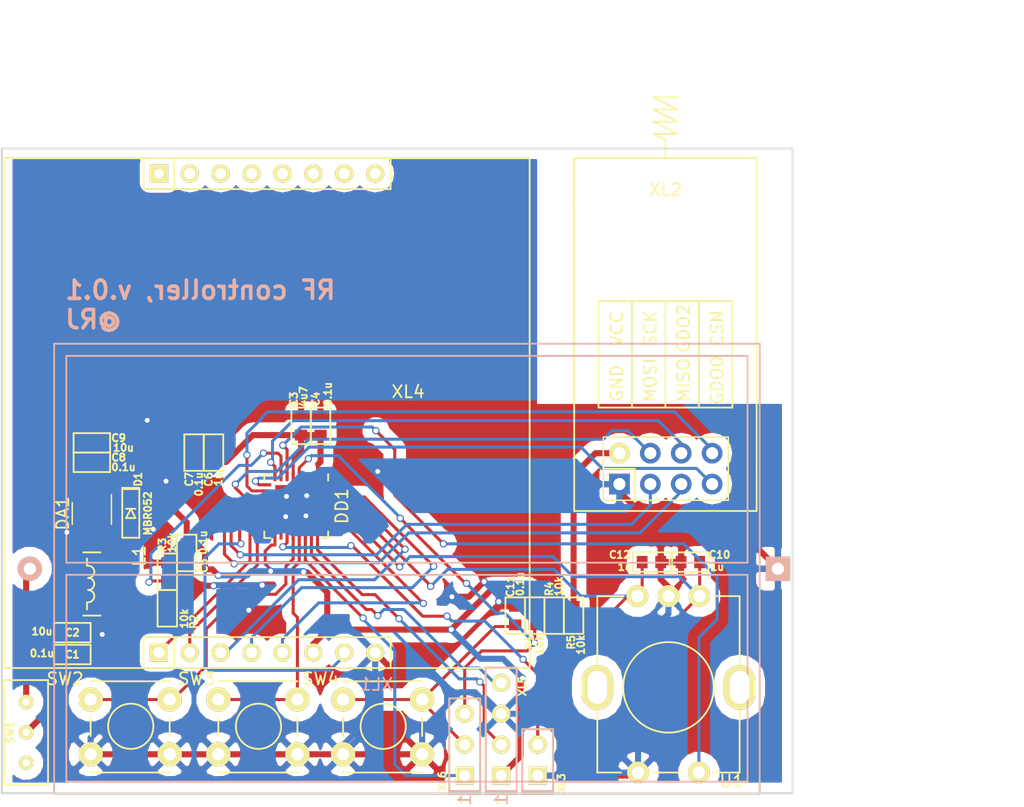
<source format=kicad_pcb>
(kicad_pcb (version 4) (host pcbnew 4.0.2-stable)

  (general
    (links 90)
    (no_connects 0)
    (area 52.855 25.15 141 90.875)
    (thickness 1.6)
    (drawings 7)
    (tracks 533)
    (zones 0)
    (modules 32)
    (nets 37)
  )

  (page A4)
  (layers
    (0 F.Cu signal)
    (31 B.Cu signal)
    (32 B.Adhes user)
    (33 F.Adhes user)
    (34 B.Paste user)
    (35 F.Paste user)
    (36 B.SilkS user)
    (37 F.SilkS user)
    (38 B.Mask user)
    (39 F.Mask user)
    (40 Dwgs.User user)
    (41 Cmts.User user)
    (42 Eco1.User user)
    (43 Eco2.User user)
    (44 Edge.Cuts user)
    (45 Margin user)
    (46 B.CrtYd user)
    (47 F.CrtYd user)
    (48 B.Fab user)
    (49 F.Fab user)
  )

  (setup
    (last_trace_width 0.25)
    (trace_clearance 0.2)
    (zone_clearance 0.8)
    (zone_45_only yes)
    (trace_min 0.2)
    (segment_width 0.2)
    (edge_width 0.15)
    (via_size 0.6)
    (via_drill 0.4)
    (via_min_size 0.4)
    (via_min_drill 0.3)
    (uvia_size 0.3)
    (uvia_drill 0.1)
    (uvias_allowed no)
    (uvia_min_size 0.2)
    (uvia_min_drill 0.1)
    (pcb_text_width 0.3)
    (pcb_text_size 1.5 1.5)
    (mod_edge_width 0.15)
    (mod_text_size 1 1)
    (mod_text_width 0.15)
    (pad_size 1.524 1.524)
    (pad_drill 0.762)
    (pad_to_mask_clearance 0.2)
    (aux_axis_origin 0 0)
    (visible_elements 7FFFFFFF)
    (pcbplotparams
      (layerselection 0x010f0_80000001)
      (usegerberextensions false)
      (excludeedgelayer true)
      (linewidth 0.100000)
      (plotframeref false)
      (viasonmask false)
      (mode 1)
      (useauxorigin false)
      (hpglpennumber 1)
      (hpglpenspeed 20)
      (hpglpendiameter 15)
      (hpglpenoverlay 2)
      (psnegative false)
      (psa4output false)
      (plotreference true)
      (plotvalue true)
      (plotinvisibletext false)
      (padsonsilk false)
      (subtractmaskfromsilk false)
      (outputformat 1)
      (mirror false)
      (drillshape 0)
      (scaleselection 1)
      (outputdirectory gerber/))
  )

  (net 0 "")
  (net 1 +BATT)
  (net 2 GND)
  (net 3 +3.3V)
  (net 4 /ENCODER_CH1)
  (net 5 "Net-(C11-Pad2)")
  (net 6 /ENCODER_CH2)
  (net 7 "Net-(DA1-Pad3)")
  (net 8 "Net-(DD1-Pad2)")
  (net 9 "Net-(DD1-Pad3)")
  (net 10 /RST)
  (net 11 /BUTTON0)
  (net 12 /BAT_MEASURE)
  (net 13 /CC1101_GDO2)
  (net 14 /CC1101_GDO0)
  (net 15 /CC1101_CS)
  (net 16 /CC1101_CLK)
  (net 17 /CC1101_MISO)
  (net 18 /CC1101_MOSI)
  (net 19 /LCD_BCKLT)
  (net 20 /LCD_RESET)
  (net 21 /LCD_CE)
  (net 22 "Net-(DD1-Pad18)")
  (net 23 /DBG_TX)
  (net 24 /BUTTON1)
  (net 25 /BUTTON2)
  (net 26 /BUTTON3)
  (net 27 /SWDIO)
  (net 28 /SWCLK)
  (net 29 "Net-(DD1-Pad25)")
  (net 30 /LCD_CLK)
  (net 31 /LCD_DC)
  (net 32 /LCD_DIN)
  (net 33 "Net-(DD1-Pad32)")
  (net 34 "Net-(SW1-Pad3)")
  (net 35 /PWR_IN)
  (net 36 /BAT)

  (net_class Default "This is the default net class."
    (clearance 0.2)
    (trace_width 0.25)
    (via_dia 0.6)
    (via_drill 0.4)
    (uvia_dia 0.3)
    (uvia_drill 0.1)
    (add_net +3.3V)
    (add_net /BAT_MEASURE)
    (add_net /BUTTON0)
    (add_net /BUTTON1)
    (add_net /BUTTON2)
    (add_net /BUTTON3)
    (add_net /CC1101_CLK)
    (add_net /CC1101_CS)
    (add_net /CC1101_GDO0)
    (add_net /CC1101_GDO2)
    (add_net /CC1101_MISO)
    (add_net /CC1101_MOSI)
    (add_net /DBG_TX)
    (add_net /ENCODER_CH1)
    (add_net /ENCODER_CH2)
    (add_net /LCD_BCKLT)
    (add_net /LCD_CE)
    (add_net /LCD_CLK)
    (add_net /LCD_DC)
    (add_net /LCD_DIN)
    (add_net /LCD_RESET)
    (add_net /RST)
    (add_net /SWCLK)
    (add_net /SWDIO)
    (add_net "Net-(C11-Pad2)")
    (add_net "Net-(DA1-Pad3)")
    (add_net "Net-(DD1-Pad18)")
    (add_net "Net-(DD1-Pad2)")
    (add_net "Net-(DD1-Pad25)")
    (add_net "Net-(DD1-Pad3)")
    (add_net "Net-(DD1-Pad32)")
    (add_net "Net-(SW1-Pad3)")
  )

  (net_class PWR ""
    (clearance 0.2)
    (trace_width 0.5)
    (via_dia 0.6)
    (via_drill 0.4)
    (uvia_dia 0.3)
    (uvia_drill 0.1)
    (add_net +BATT)
    (add_net /BAT)
    (add_net /PWR_IN)
    (add_net GND)
  )

  (module Display:84x48_LCD_Module (layer F.Cu) (tedit 5BCDC940) (tstamp 5BCA32DF)
    (at 74.8 37.8)
    (path /5BC99905)
    (fp_text reference XL4 (at 11.6 19.2) (layer F.SilkS)
      (effects (font (size 1 1) (thickness 0.15)))
    )
    (fp_text value CONN_8 (at 0 -1.27) (layer F.Fab)
      (effects (font (size 1 1) (thickness 0.15)))
    )
    (fp_line (start 21.59 0) (end 21.59 41.91) (layer F.SilkS) (width 0.15))
    (fp_line (start -21.59 0) (end -21.59 41.91) (layer F.SilkS) (width 0.15))
    (fp_line (start -7.62 39.37) (end -7.62 41.91) (layer F.SilkS) (width 0.15))
    (fp_line (start -10.16 41.91) (end -10.16 39.37) (layer F.SilkS) (width 0.15))
    (fp_line (start -10.16 39.37) (end 10.16 39.37) (layer F.SilkS) (width 0.15))
    (fp_line (start 10.16 39.37) (end 10.16 41.91) (layer F.SilkS) (width 0.15))
    (fp_line (start -7.62 0) (end -7.62 2.54) (layer F.SilkS) (width 0.15))
    (fp_line (start 0 41.91) (end -21.59 41.91) (layer F.SilkS) (width 0.15))
    (fp_line (start -21.59 0) (end -10.16 0) (layer F.SilkS) (width 0.15))
    (fp_line (start 0 41.91) (end 21.59 41.91) (layer F.SilkS) (width 0.15))
    (fp_line (start 21.59 0) (end 10.16 0) (layer F.SilkS) (width 0.15))
    (fp_line (start -10.16 0) (end -10.16 2.54) (layer F.SilkS) (width 0.15))
    (fp_line (start -10.16 2.54) (end 10.16 2.54) (layer F.SilkS) (width 0.15))
    (fp_line (start 10.16 2.54) (end 10.16 0) (layer F.SilkS) (width 0.15))
    (fp_line (start 10.16 0) (end -10.16 0) (layer F.SilkS) (width 0.15))
    (pad NC thru_hole rect (at -8.89 1.27) (size 1.524 1.524) (drill 0.762) (layers *.Cu *.Mask F.SilkS))
    (pad NC thru_hole oval (at -6.35 1.27) (size 1.5 1.5) (drill 0.9) (layers *.Cu *.Mask F.SilkS))
    (pad NC thru_hole oval (at -3.81 1.27) (size 1.5 1.5) (drill 0.9) (layers *.Cu *.Mask F.SilkS))
    (pad NC thru_hole oval (at -1.27 1.27) (size 1.5 1.5) (drill 0.9) (layers *.Cu *.Mask F.SilkS))
    (pad NC thru_hole oval (at 1.27 1.27) (size 1.5 1.5) (drill 0.9) (layers *.Cu *.Mask F.SilkS))
    (pad NC thru_hole oval (at 3.81 1.27) (size 1.5 1.5) (drill 0.9) (layers *.Cu *.Mask F.SilkS))
    (pad NC thru_hole oval (at 6.35 1.27) (size 1.5 1.5) (drill 0.9) (layers *.Cu *.Mask F.SilkS))
    (pad NC thru_hole oval (at 8.89 1.27) (size 1.5 1.5) (drill 0.9) (layers *.Cu *.Mask F.SilkS))
    (pad 1 thru_hole rect (at -8.89 40.64) (size 1.5 1.5) (drill 0.9) (layers *.Cu *.Mask F.SilkS)
      (net 20 /LCD_RESET))
    (pad 2 thru_hole circle (at -6.35 40.64) (size 1.5 1.5) (drill 0.9) (layers *.Cu *.Mask F.SilkS)
      (net 21 /LCD_CE))
    (pad 3 thru_hole circle (at -3.81 40.64) (size 1.5 1.5) (drill 0.9) (layers *.Cu *.Mask F.SilkS)
      (net 31 /LCD_DC))
    (pad 4 thru_hole circle (at -1.27 40.64) (size 1.5 1.5) (drill 0.9) (layers *.Cu *.Mask F.SilkS)
      (net 32 /LCD_DIN))
    (pad 5 thru_hole circle (at 1.27 40.64) (size 1.5 1.5) (drill 0.9) (layers *.Cu *.Mask F.SilkS)
      (net 30 /LCD_CLK))
    (pad 6 thru_hole circle (at 3.81 40.64) (size 1.5 1.5) (drill 0.9) (layers *.Cu *.Mask F.SilkS)
      (net 3 +3.3V))
    (pad 7 thru_hole circle (at 6.35 40.64) (size 1.5 1.5) (drill 0.9) (layers *.Cu *.Mask F.SilkS)
      (net 19 /LCD_BCKLT))
    (pad 8 thru_hole circle (at 8.89 40.64) (size 1.5 1.5) (drill 0.9) (layers *.Cu *.Mask F.SilkS)
      (net 2 GND))
  )

  (module Capacitors:CAP_0603 (layer F.Cu) (tedit 58AEB3E2) (tstamp 5BCA3106)
    (at 58.8 78.6)
    (path /5BC99C9D)
    (attr smd)
    (fp_text reference C1 (at 0 0) (layer F.SilkS)
      (effects (font (size 0.6 0.6) (thickness 0.15)))
    )
    (fp_text value 0.1u (at -2.5 -0.1) (layer F.SilkS)
      (effects (font (size 0.6 0.6) (thickness 0.15)))
    )
    (fp_line (start -1.5 0) (end -1.5 -0.8) (layer F.SilkS) (width 0.15))
    (fp_line (start -1.5 -0.8) (end 1.5 -0.8) (layer F.SilkS) (width 0.15))
    (fp_line (start 1.5 -0.8) (end 1.5 0.8) (layer F.SilkS) (width 0.15))
    (fp_line (start 1.5 0.8) (end -1.5 0.8) (layer F.SilkS) (width 0.15))
    (fp_line (start -1.5 0.8) (end -1.5 0) (layer F.SilkS) (width 0.15))
    (pad 1 smd rect (at -0.762 0) (size 0.889 1.016) (layers F.Cu F.Paste F.Mask)
      (net 1 +BATT))
    (pad 2 smd rect (at 0.762 0) (size 0.889 1.016) (layers F.Cu F.Paste F.Mask)
      (net 2 GND))
    (model 3d\c_0603.wrl
      (at (xyz 0 0 0))
      (scale (xyz 1 1 1))
      (rotate (xyz 0 0 0))
    )
  )

  (module Capacitors:CAP_0603 (layer F.Cu) (tedit 58AEB3E2) (tstamp 5BCA3111)
    (at 58.8 76.8)
    (path /5BC99CC0)
    (attr smd)
    (fp_text reference C2 (at 0 0) (layer F.SilkS)
      (effects (font (size 0.6 0.6) (thickness 0.15)))
    )
    (fp_text value 10u (at -2.5 -0.1) (layer F.SilkS)
      (effects (font (size 0.6 0.6) (thickness 0.15)))
    )
    (fp_line (start -1.5 0) (end -1.5 -0.8) (layer F.SilkS) (width 0.15))
    (fp_line (start -1.5 -0.8) (end 1.5 -0.8) (layer F.SilkS) (width 0.15))
    (fp_line (start 1.5 -0.8) (end 1.5 0.8) (layer F.SilkS) (width 0.15))
    (fp_line (start 1.5 0.8) (end -1.5 0.8) (layer F.SilkS) (width 0.15))
    (fp_line (start -1.5 0.8) (end -1.5 0) (layer F.SilkS) (width 0.15))
    (pad 1 smd rect (at -0.762 0) (size 0.889 1.016) (layers F.Cu F.Paste F.Mask)
      (net 1 +BATT))
    (pad 2 smd rect (at 0.762 0) (size 0.889 1.016) (layers F.Cu F.Paste F.Mask)
      (net 2 GND))
    (model 3d\c_0603.wrl
      (at (xyz 0 0 0))
      (scale (xyz 1 1 1))
      (rotate (xyz 0 0 0))
    )
  )

  (module Capacitors:CAP_0603 (layer F.Cu) (tedit 5BCDC989) (tstamp 5BCA311C)
    (at 77.6 59.8 90)
    (path /5BCA6554)
    (attr smd)
    (fp_text reference C3 (at 2.2 -0.6 90) (layer F.SilkS)
      (effects (font (size 0.6 0.6) (thickness 0.15)))
    )
    (fp_text value 4u7 (at 2.4 0.2 90) (layer F.SilkS)
      (effects (font (size 0.6 0.6) (thickness 0.15)))
    )
    (fp_line (start -1.5 0) (end -1.5 -0.8) (layer F.SilkS) (width 0.15))
    (fp_line (start -1.5 -0.8) (end 1.5 -0.8) (layer F.SilkS) (width 0.15))
    (fp_line (start 1.5 -0.8) (end 1.5 0.8) (layer F.SilkS) (width 0.15))
    (fp_line (start 1.5 0.8) (end -1.5 0.8) (layer F.SilkS) (width 0.15))
    (fp_line (start -1.5 0.8) (end -1.5 0) (layer F.SilkS) (width 0.15))
    (pad 1 smd rect (at -0.762 0 90) (size 0.889 1.016) (layers F.Cu F.Paste F.Mask)
      (net 3 +3.3V))
    (pad 2 smd rect (at 0.762 0 90) (size 0.889 1.016) (layers F.Cu F.Paste F.Mask)
      (net 2 GND))
    (model 3d\c_0603.wrl
      (at (xyz 0 0 0))
      (scale (xyz 1 1 1))
      (rotate (xyz 0 0 0))
    )
  )

  (module Capacitors:CAP_0603 (layer F.Cu) (tedit 5BCDC983) (tstamp 5BCA3127)
    (at 79.2 59.8 90)
    (path /5BCA64FF)
    (attr smd)
    (fp_text reference C4 (at 2.2 -0.4 90) (layer F.SilkS)
      (effects (font (size 0.6 0.6) (thickness 0.15)))
    )
    (fp_text value 0.1u (at 2.6 0.6 90) (layer F.SilkS)
      (effects (font (size 0.6 0.6) (thickness 0.15)))
    )
    (fp_line (start -1.5 0) (end -1.5 -0.8) (layer F.SilkS) (width 0.15))
    (fp_line (start -1.5 -0.8) (end 1.5 -0.8) (layer F.SilkS) (width 0.15))
    (fp_line (start 1.5 -0.8) (end 1.5 0.8) (layer F.SilkS) (width 0.15))
    (fp_line (start 1.5 0.8) (end -1.5 0.8) (layer F.SilkS) (width 0.15))
    (fp_line (start -1.5 0.8) (end -1.5 0) (layer F.SilkS) (width 0.15))
    (pad 1 smd rect (at -0.762 0 90) (size 0.889 1.016) (layers F.Cu F.Paste F.Mask)
      (net 3 +3.3V))
    (pad 2 smd rect (at 0.762 0 90) (size 0.889 1.016) (layers F.Cu F.Paste F.Mask)
      (net 2 GND))
    (model 3d\c_0603.wrl
      (at (xyz 0 0 0))
      (scale (xyz 1 1 1))
      (rotate (xyz 0 0 0))
    )
  )

  (module Capacitors:CAP_0603 (layer F.Cu) (tedit 5BCDD073) (tstamp 5BCA3132)
    (at 68.2 70.25 270)
    (path /5BCA64A2)
    (attr smd)
    (fp_text reference C5 (at 1.05 -1.4 270) (layer F.SilkS)
      (effects (font (size 0.6 0.6) (thickness 0.15)))
    )
    (fp_text value 0.1u (at -0.85 -1.35 270) (layer F.SilkS)
      (effects (font (size 0.6 0.6) (thickness 0.15)))
    )
    (fp_line (start -1.5 0) (end -1.5 -0.8) (layer F.SilkS) (width 0.15))
    (fp_line (start -1.5 -0.8) (end 1.5 -0.8) (layer F.SilkS) (width 0.15))
    (fp_line (start 1.5 -0.8) (end 1.5 0.8) (layer F.SilkS) (width 0.15))
    (fp_line (start 1.5 0.8) (end -1.5 0.8) (layer F.SilkS) (width 0.15))
    (fp_line (start -1.5 0.8) (end -1.5 0) (layer F.SilkS) (width 0.15))
    (pad 1 smd rect (at -0.762 0 270) (size 0.889 1.016) (layers F.Cu F.Paste F.Mask)
      (net 3 +3.3V))
    (pad 2 smd rect (at 0.762 0 270) (size 0.889 1.016) (layers F.Cu F.Paste F.Mask)
      (net 2 GND))
    (model 3d\c_0603.wrl
      (at (xyz 0 0 0))
      (scale (xyz 1 1 1))
      (rotate (xyz 0 0 0))
    )
  )

  (module Capacitors:CAP_0603 (layer F.Cu) (tedit 5BCDC98F) (tstamp 5BCA313D)
    (at 70.4 62 90)
    (path /5BCA6457)
    (attr smd)
    (fp_text reference C6 (at -2.2 -0.4 90) (layer F.SilkS)
      (effects (font (size 0.6 0.6) (thickness 0.15)))
    )
    (fp_text value 1u (at -2.2 0.4 90) (layer F.SilkS)
      (effects (font (size 0.6 0.6) (thickness 0.15)))
    )
    (fp_line (start -1.5 0) (end -1.5 -0.8) (layer F.SilkS) (width 0.15))
    (fp_line (start -1.5 -0.8) (end 1.5 -0.8) (layer F.SilkS) (width 0.15))
    (fp_line (start 1.5 -0.8) (end 1.5 0.8) (layer F.SilkS) (width 0.15))
    (fp_line (start 1.5 0.8) (end -1.5 0.8) (layer F.SilkS) (width 0.15))
    (fp_line (start -1.5 0.8) (end -1.5 0) (layer F.SilkS) (width 0.15))
    (pad 1 smd rect (at -0.762 0 90) (size 0.889 1.016) (layers F.Cu F.Paste F.Mask)
      (net 3 +3.3V))
    (pad 2 smd rect (at 0.762 0 90) (size 0.889 1.016) (layers F.Cu F.Paste F.Mask)
      (net 2 GND))
    (model 3d\c_0603.wrl
      (at (xyz 0 0 0))
      (scale (xyz 1 1 1))
      (rotate (xyz 0 0 0))
    )
  )

  (module Capacitors:CAP_0603 (layer F.Cu) (tedit 5BCDC993) (tstamp 5BCA3148)
    (at 68.8 62 90)
    (path /5BCA640A)
    (attr smd)
    (fp_text reference C7 (at -2.2 -0.4 90) (layer F.SilkS)
      (effects (font (size 0.6 0.6) (thickness 0.15)))
    )
    (fp_text value 0.1u (at -2.6 0.4 90) (layer F.SilkS)
      (effects (font (size 0.6 0.6) (thickness 0.15)))
    )
    (fp_line (start -1.5 0) (end -1.5 -0.8) (layer F.SilkS) (width 0.15))
    (fp_line (start -1.5 -0.8) (end 1.5 -0.8) (layer F.SilkS) (width 0.15))
    (fp_line (start 1.5 -0.8) (end 1.5 0.8) (layer F.SilkS) (width 0.15))
    (fp_line (start 1.5 0.8) (end -1.5 0.8) (layer F.SilkS) (width 0.15))
    (fp_line (start -1.5 0.8) (end -1.5 0) (layer F.SilkS) (width 0.15))
    (pad 1 smd rect (at -0.762 0 90) (size 0.889 1.016) (layers F.Cu F.Paste F.Mask)
      (net 3 +3.3V))
    (pad 2 smd rect (at 0.762 0 90) (size 0.889 1.016) (layers F.Cu F.Paste F.Mask)
      (net 2 GND))
    (model 3d\c_0603.wrl
      (at (xyz 0 0 0))
      (scale (xyz 1 1 1))
      (rotate (xyz 0 0 0))
    )
  )

  (module Capacitors:CAP_0603 (layer F.Cu) (tedit 5BCDC5C9) (tstamp 5BCA3153)
    (at 60.4 62.8 180)
    (path /5BC9A027)
    (attr smd)
    (fp_text reference C8 (at -2.2 0.4 180) (layer F.SilkS)
      (effects (font (size 0.6 0.6) (thickness 0.15)))
    )
    (fp_text value 0.1u (at -2.6 -0.4 180) (layer F.SilkS)
      (effects (font (size 0.6 0.6) (thickness 0.15)))
    )
    (fp_line (start -1.5 0) (end -1.5 -0.8) (layer F.SilkS) (width 0.15))
    (fp_line (start -1.5 -0.8) (end 1.5 -0.8) (layer F.SilkS) (width 0.15))
    (fp_line (start 1.5 -0.8) (end 1.5 0.8) (layer F.SilkS) (width 0.15))
    (fp_line (start 1.5 0.8) (end -1.5 0.8) (layer F.SilkS) (width 0.15))
    (fp_line (start -1.5 0.8) (end -1.5 0) (layer F.SilkS) (width 0.15))
    (pad 1 smd rect (at -0.762 0 180) (size 0.889 1.016) (layers F.Cu F.Paste F.Mask)
      (net 3 +3.3V))
    (pad 2 smd rect (at 0.762 0 180) (size 0.889 1.016) (layers F.Cu F.Paste F.Mask)
      (net 2 GND))
    (model 3d\c_0603.wrl
      (at (xyz 0 0 0))
      (scale (xyz 1 1 1))
      (rotate (xyz 0 0 0))
    )
  )

  (module Capacitors:CAP_0603 (layer F.Cu) (tedit 5BCDC5CE) (tstamp 5BCA315E)
    (at 60.4 61.2 180)
    (path /5BC9A072)
    (attr smd)
    (fp_text reference C9 (at -2.2 0.4 180) (layer F.SilkS)
      (effects (font (size 0.6 0.6) (thickness 0.15)))
    )
    (fp_text value 10u (at -2.6 -0.4 180) (layer F.SilkS)
      (effects (font (size 0.6 0.6) (thickness 0.15)))
    )
    (fp_line (start -1.5 0) (end -1.5 -0.8) (layer F.SilkS) (width 0.15))
    (fp_line (start -1.5 -0.8) (end 1.5 -0.8) (layer F.SilkS) (width 0.15))
    (fp_line (start 1.5 -0.8) (end 1.5 0.8) (layer F.SilkS) (width 0.15))
    (fp_line (start 1.5 0.8) (end -1.5 0.8) (layer F.SilkS) (width 0.15))
    (fp_line (start -1.5 0.8) (end -1.5 0) (layer F.SilkS) (width 0.15))
    (pad 1 smd rect (at -0.762 0 180) (size 0.889 1.016) (layers F.Cu F.Paste F.Mask)
      (net 3 +3.3V))
    (pad 2 smd rect (at 0.762 0 180) (size 0.889 1.016) (layers F.Cu F.Paste F.Mask)
      (net 2 GND))
    (model 3d\c_0603.wrl
      (at (xyz 0 0 0))
      (scale (xyz 1 1 1))
      (rotate (xyz 0 0 0))
    )
  )

  (module Capacitors:CAP_0603 (layer F.Cu) (tedit 5BCDC88C) (tstamp 5BCA3169)
    (at 109.6 71 180)
    (path /5BCA39CF)
    (attr smd)
    (fp_text reference C10 (at -2.4 0.6 180) (layer F.SilkS)
      (effects (font (size 0.6 0.6) (thickness 0.15)))
    )
    (fp_text value 1u (at -2.2 -0.4 180) (layer F.SilkS)
      (effects (font (size 0.6 0.6) (thickness 0.15)))
    )
    (fp_line (start -1.5 0) (end -1.5 -0.8) (layer F.SilkS) (width 0.15))
    (fp_line (start -1.5 -0.8) (end 1.5 -0.8) (layer F.SilkS) (width 0.15))
    (fp_line (start 1.5 -0.8) (end 1.5 0.8) (layer F.SilkS) (width 0.15))
    (fp_line (start 1.5 0.8) (end -1.5 0.8) (layer F.SilkS) (width 0.15))
    (fp_line (start -1.5 0.8) (end -1.5 0) (layer F.SilkS) (width 0.15))
    (pad 1 smd rect (at -0.762 0 180) (size 0.889 1.016) (layers F.Cu F.Paste F.Mask)
      (net 4 /ENCODER_CH1))
    (pad 2 smd rect (at 0.762 0 180) (size 0.889 1.016) (layers F.Cu F.Paste F.Mask)
      (net 2 GND))
    (model 3d\c_0603.wrl
      (at (xyz 0 0 0))
      (scale (xyz 1 1 1))
      (rotate (xyz 0 0 0))
    )
  )

  (module Capacitors:CAP_0603 (layer F.Cu) (tedit 5BCDC9D0) (tstamp 5BCA3174)
    (at 95.2 75.4 270)
    (path /5BC9E2E8)
    (attr smd)
    (fp_text reference C11 (at -2.4 0.4 270) (layer F.SilkS)
      (effects (font (size 0.6 0.6) (thickness 0.15)))
    )
    (fp_text value 0.1u (at -2.6 -0.4 270) (layer F.SilkS)
      (effects (font (size 0.6 0.6) (thickness 0.15)))
    )
    (fp_line (start -1.5 0) (end -1.5 -0.8) (layer F.SilkS) (width 0.15))
    (fp_line (start -1.5 -0.8) (end 1.5 -0.8) (layer F.SilkS) (width 0.15))
    (fp_line (start 1.5 -0.8) (end 1.5 0.8) (layer F.SilkS) (width 0.15))
    (fp_line (start 1.5 0.8) (end -1.5 0.8) (layer F.SilkS) (width 0.15))
    (fp_line (start -1.5 0.8) (end -1.5 0) (layer F.SilkS) (width 0.15))
    (pad 1 smd rect (at -0.762 0 270) (size 0.889 1.016) (layers F.Cu F.Paste F.Mask)
      (net 2 GND))
    (pad 2 smd rect (at 0.762 0 270) (size 0.889 1.016) (layers F.Cu F.Paste F.Mask)
      (net 5 "Net-(C11-Pad2)"))
    (model 3d\c_0603.wrl
      (at (xyz 0 0 0))
      (scale (xyz 1 1 1))
      (rotate (xyz 0 0 0))
    )
  )

  (module Capacitors:CAP_0603 (layer F.Cu) (tedit 5BCDC887) (tstamp 5BCA317F)
    (at 106.4 71)
    (path /5BCA2F71)
    (attr smd)
    (fp_text reference C12 (at -2.6 -0.6) (layer F.SilkS)
      (effects (font (size 0.6 0.6) (thickness 0.15)))
    )
    (fp_text value 1u (at -2.2 0.4) (layer F.SilkS)
      (effects (font (size 0.6 0.6) (thickness 0.15)))
    )
    (fp_line (start -1.5 0) (end -1.5 -0.8) (layer F.SilkS) (width 0.15))
    (fp_line (start -1.5 -0.8) (end 1.5 -0.8) (layer F.SilkS) (width 0.15))
    (fp_line (start 1.5 -0.8) (end 1.5 0.8) (layer F.SilkS) (width 0.15))
    (fp_line (start 1.5 0.8) (end -1.5 0.8) (layer F.SilkS) (width 0.15))
    (fp_line (start -1.5 0.8) (end -1.5 0) (layer F.SilkS) (width 0.15))
    (pad 1 smd rect (at -0.762 0) (size 0.889 1.016) (layers F.Cu F.Paste F.Mask)
      (net 6 /ENCODER_CH2))
    (pad 2 smd rect (at 0.762 0) (size 0.889 1.016) (layers F.Cu F.Paste F.Mask)
      (net 2 GND))
    (model 3d\c_0603.wrl
      (at (xyz 0 0 0))
      (scale (xyz 1 1 1))
      (rotate (xyz 0 0 0))
    )
  )

  (module Diodes:SOD323 (layer F.Cu) (tedit 5BCDC901) (tstamp 5BCA3191)
    (at 63.6 67 270)
    (path /5BC99E6F)
    (attr smd)
    (fp_text reference D1 (at -2.8 -0.6 270) (layer F.SilkS)
      (effects (font (size 0.59944 0.59944) (thickness 0.14986)))
    )
    (fp_text value MBR052 (at 0 -1.4 270) (layer F.SilkS)
      (effects (font (size 0.59944 0.59944) (thickness 0.14986)))
    )
    (fp_line (start -2 -0.7) (end -2.1 -0.7) (layer F.SilkS) (width 0.15))
    (fp_line (start -2.1 -0.7) (end -2.1 0.7) (layer F.SilkS) (width 0.15))
    (fp_line (start -2.1 0.7) (end -2 0.7) (layer F.SilkS) (width 0.15))
    (fp_line (start -2 -0.7) (end 2 -0.7) (layer F.SilkS) (width 0.15))
    (fp_line (start 2 -0.7) (end 2 0.7) (layer F.SilkS) (width 0.15))
    (fp_line (start 2 0.7) (end -2 0.7) (layer F.SilkS) (width 0.15))
    (fp_line (start -2 0.7) (end -2 -0.7) (layer F.SilkS) (width 0.15))
    (fp_line (start -0.381 0.381) (end -0.381 -0.381) (layer F.SilkS) (width 0.15))
    (fp_line (start 0.381 0) (end 0.381 -0.381) (layer F.SilkS) (width 0.15))
    (fp_line (start 0.381 -0.381) (end -0.381 0) (layer F.SilkS) (width 0.15))
    (fp_line (start -0.381 0) (end 0.381 0.381) (layer F.SilkS) (width 0.15))
    (fp_line (start 0.381 0.381) (end 0.381 0) (layer F.SilkS) (width 0.15))
    (pad C smd rect (at -1.30048 0 270) (size 1.00076 1.00076) (layers F.Cu F.Paste F.Mask)
      (net 3 +3.3V))
    (pad A smd rect (at 1.30048 0 270) (size 1.00076 1.00076) (layers F.Cu F.Paste F.Mask)
      (net 35 /PWR_IN))
    (model smd/chip_cms.wrl
      (at (xyz 0 0 0))
      (scale (xyz 0.17 0.16 0.16))
      (rotate (xyz 0 0 0))
    )
  )

  (module Housings_DFN_QFN:QFN-32-1EP_5x5mm_Pitch0.5mm (layer F.Cu) (tedit 54130A77) (tstamp 5BCA31D2)
    (at 77.2 66.4 270)
    (descr "UH Package; 32-Lead Plastic QFN (5mm x 5mm); (see Linear Technology QFN_32_05-08-1693.pdf)")
    (tags "QFN 0.5")
    (path /5BC9989C)
    (attr smd)
    (fp_text reference DD1 (at 0 -3.75 270) (layer F.SilkS)
      (effects (font (size 1 1) (thickness 0.15)))
    )
    (fp_text value STM32F050K4_6 (at 0 3.75 270) (layer F.Fab)
      (effects (font (size 1 1) (thickness 0.15)))
    )
    (fp_line (start -1.5 -2.5) (end 2.5 -2.5) (layer F.Fab) (width 0.15))
    (fp_line (start 2.5 -2.5) (end 2.5 2.5) (layer F.Fab) (width 0.15))
    (fp_line (start 2.5 2.5) (end -2.5 2.5) (layer F.Fab) (width 0.15))
    (fp_line (start -2.5 2.5) (end -2.5 -1.5) (layer F.Fab) (width 0.15))
    (fp_line (start -2.5 -1.5) (end -1.5 -2.5) (layer F.Fab) (width 0.15))
    (fp_line (start -3 -3) (end -3 3) (layer F.CrtYd) (width 0.05))
    (fp_line (start 3 -3) (end 3 3) (layer F.CrtYd) (width 0.05))
    (fp_line (start -3 -3) (end 3 -3) (layer F.CrtYd) (width 0.05))
    (fp_line (start -3 3) (end 3 3) (layer F.CrtYd) (width 0.05))
    (fp_line (start 2.625 -2.625) (end 2.625 -2.1) (layer F.SilkS) (width 0.15))
    (fp_line (start -2.625 2.625) (end -2.625 2.1) (layer F.SilkS) (width 0.15))
    (fp_line (start 2.625 2.625) (end 2.625 2.1) (layer F.SilkS) (width 0.15))
    (fp_line (start -2.625 -2.625) (end -2.1 -2.625) (layer F.SilkS) (width 0.15))
    (fp_line (start -2.625 2.625) (end -2.1 2.625) (layer F.SilkS) (width 0.15))
    (fp_line (start 2.625 2.625) (end 2.1 2.625) (layer F.SilkS) (width 0.15))
    (fp_line (start 2.625 -2.625) (end 2.1 -2.625) (layer F.SilkS) (width 0.15))
    (pad 1 smd rect (at -2.4 -1.75 270) (size 0.7 0.25) (layers F.Cu F.Paste F.Mask)
      (net 3 +3.3V))
    (pad 2 smd rect (at -2.4 -1.25 270) (size 0.7 0.25) (layers F.Cu F.Paste F.Mask)
      (net 8 "Net-(DD1-Pad2)"))
    (pad 3 smd rect (at -2.4 -0.75 270) (size 0.7 0.25) (layers F.Cu F.Paste F.Mask)
      (net 9 "Net-(DD1-Pad3)"))
    (pad 4 smd rect (at -2.4 -0.25 270) (size 0.7 0.25) (layers F.Cu F.Paste F.Mask)
      (net 10 /RST))
    (pad 5 smd rect (at -2.4 0.25 270) (size 0.7 0.25) (layers F.Cu F.Paste F.Mask)
      (net 3 +3.3V))
    (pad 6 smd rect (at -2.4 0.75 270) (size 0.7 0.25) (layers F.Cu F.Paste F.Mask)
      (net 11 /BUTTON0))
    (pad 7 smd rect (at -2.4 1.25 270) (size 0.7 0.25) (layers F.Cu F.Paste F.Mask)
      (net 12 /BAT_MEASURE))
    (pad 8 smd rect (at -2.4 1.75 270) (size 0.7 0.25) (layers F.Cu F.Paste F.Mask)
      (net 13 /CC1101_GDO2))
    (pad 9 smd rect (at -1.75 2.4) (size 0.7 0.25) (layers F.Cu F.Paste F.Mask)
      (net 14 /CC1101_GDO0))
    (pad 10 smd rect (at -1.25 2.4) (size 0.7 0.25) (layers F.Cu F.Paste F.Mask)
      (net 15 /CC1101_CS))
    (pad 11 smd rect (at -0.75 2.4) (size 0.7 0.25) (layers F.Cu F.Paste F.Mask)
      (net 16 /CC1101_CLK))
    (pad 12 smd rect (at -0.25 2.4) (size 0.7 0.25) (layers F.Cu F.Paste F.Mask)
      (net 17 /CC1101_MISO))
    (pad 13 smd rect (at 0.25 2.4) (size 0.7 0.25) (layers F.Cu F.Paste F.Mask)
      (net 18 /CC1101_MOSI))
    (pad 14 smd rect (at 0.75 2.4) (size 0.7 0.25) (layers F.Cu F.Paste F.Mask)
      (net 19 /LCD_BCKLT))
    (pad 15 smd rect (at 1.25 2.4) (size 0.7 0.25) (layers F.Cu F.Paste F.Mask)
      (net 20 /LCD_RESET))
    (pad 16 smd rect (at 1.75 2.4) (size 0.7 0.25) (layers F.Cu F.Paste F.Mask)
      (net 21 /LCD_CE))
    (pad 17 smd rect (at 2.4 1.75 270) (size 0.7 0.25) (layers F.Cu F.Paste F.Mask)
      (net 3 +3.3V))
    (pad 18 smd rect (at 2.4 1.25 270) (size 0.7 0.25) (layers F.Cu F.Paste F.Mask)
      (net 22 "Net-(DD1-Pad18)"))
    (pad 19 smd rect (at 2.4 0.75 270) (size 0.7 0.25) (layers F.Cu F.Paste F.Mask)
      (net 23 /DBG_TX))
    (pad 20 smd rect (at 2.4 0.25 270) (size 0.7 0.25) (layers F.Cu F.Paste F.Mask)
      (net 24 /BUTTON1))
    (pad 21 smd rect (at 2.4 -0.25 270) (size 0.7 0.25) (layers F.Cu F.Paste F.Mask)
      (net 25 /BUTTON2))
    (pad 22 smd rect (at 2.4 -0.75 270) (size 0.7 0.25) (layers F.Cu F.Paste F.Mask)
      (net 26 /BUTTON3))
    (pad 23 smd rect (at 2.4 -1.25 270) (size 0.7 0.25) (layers F.Cu F.Paste F.Mask)
      (net 27 /SWDIO))
    (pad 24 smd rect (at 2.4 -1.75 270) (size 0.7 0.25) (layers F.Cu F.Paste F.Mask)
      (net 28 /SWCLK))
    (pad 25 smd rect (at 1.75 -2.4) (size 0.7 0.25) (layers F.Cu F.Paste F.Mask)
      (net 29 "Net-(DD1-Pad25)"))
    (pad 26 smd rect (at 1.25 -2.4) (size 0.7 0.25) (layers F.Cu F.Paste F.Mask)
      (net 30 /LCD_CLK))
    (pad 27 smd rect (at 0.75 -2.4) (size 0.7 0.25) (layers F.Cu F.Paste F.Mask)
      (net 4 /ENCODER_CH1))
    (pad 28 smd rect (at 0.25 -2.4) (size 0.7 0.25) (layers F.Cu F.Paste F.Mask)
      (net 6 /ENCODER_CH2))
    (pad 29 smd rect (at -0.25 -2.4) (size 0.7 0.25) (layers F.Cu F.Paste F.Mask)
      (net 31 /LCD_DC))
    (pad 30 smd rect (at -0.75 -2.4) (size 0.7 0.25) (layers F.Cu F.Paste F.Mask)
      (net 32 /LCD_DIN))
    (pad 31 smd rect (at -1.25 -2.4) (size 0.7 0.25) (layers F.Cu F.Paste F.Mask)
      (net 2 GND))
    (pad 32 smd rect (at -1.75 -2.4) (size 0.7 0.25) (layers F.Cu F.Paste F.Mask)
      (net 33 "Net-(DD1-Pad32)"))
    (pad 33 smd rect (at 0.8625 0.8625 270) (size 1.725 1.725) (layers F.Cu F.Paste F.Mask)
      (net 2 GND) (solder_paste_margin_ratio -0.2))
    (pad 33 smd rect (at 0.8625 -0.8625 270) (size 1.725 1.725) (layers F.Cu F.Paste F.Mask)
      (net 2 GND) (solder_paste_margin_ratio -0.2))
    (pad 33 smd rect (at -0.8625 0.8625 270) (size 1.725 1.725) (layers F.Cu F.Paste F.Mask)
      (net 2 GND) (solder_paste_margin_ratio -0.2))
    (pad 33 smd rect (at -0.8625 -0.8625 270) (size 1.725 1.725) (layers F.Cu F.Paste F.Mask)
      (net 2 GND) (solder_paste_margin_ratio -0.2))
    (model ${KISYS3DMOD}/Housings_DFN_QFN.3dshapes/QFN-32-1EP_5x5mm_Pitch0.5mm.wrl
      (at (xyz 0 0 0))
      (scale (xyz 1 1 1))
      (rotate (xyz 0 0 0))
    )
  )

  (module Inductors:CD_type_6.0X5.5 (layer F.Cu) (tedit 5926DDFE) (tstamp 5BCA31E2)
    (at 60.4 72.8 270)
    (path /5BC99DBF)
    (fp_text reference L1 (at -2.3 -3.9 270) (layer F.SilkS)
      (effects (font (size 1 1) (thickness 0.15)))
    )
    (fp_text value 22uH (at 0 4.5 270) (layer F.Fab)
      (effects (font (size 1 1) (thickness 0.15)))
    )
    (fp_line (start 1.5 0.4) (end 2.1 0.4) (layer F.SilkS) (width 0.15))
    (fp_line (start -2.1 0.4) (end -1.5 0.4) (layer F.SilkS) (width 0.15))
    (fp_arc (start 1 0.3) (end 1 -0.2) (angle 90) (layer F.SilkS) (width 0.15))
    (fp_arc (start 1 0.3) (end 0.5 0.3) (angle 90) (layer F.SilkS) (width 0.15))
    (fp_arc (start 0 0.3) (end 0 -0.2) (angle 90) (layer F.SilkS) (width 0.15))
    (fp_arc (start 0 0.3) (end -0.5 0.3) (angle 90) (layer F.SilkS) (width 0.15))
    (fp_arc (start -1 0.3) (end -1 -0.2) (angle 90) (layer F.SilkS) (width 0.15))
    (fp_arc (start -1 0.3) (end -1.5 0.3) (angle 90) (layer F.SilkS) (width 0.15))
    (fp_line (start -2.6 -0.7) (end -2.6 0.7) (layer F.SilkS) (width 0.15))
    (fp_line (start 2.6 -0.7) (end 2.6 0.7) (layer F.SilkS) (width 0.15))
    (pad 1 smd rect (at 0 -1.9 270) (size 5.5 2.15) (layers F.Cu F.Paste F.Mask)
      (net 35 /PWR_IN))
    (pad 2 smd rect (at 0 1.9 270) (size 5.5 2.15) (layers F.Cu F.Paste F.Mask)
      (net 1 +BATT))
  )

  (module BtnsSwitches:SW_SS-1P2T (layer F.Cu) (tedit 5528471C) (tstamp 5BCA320B)
    (at 55 85 270)
    (path /5BC99BF1)
    (fp_text reference SW1 (at 0 1.3 270) (layer F.SilkS)
      (effects (font (size 0.6 0.6) (thickness 0.15)))
    )
    (fp_text value SWITCH (at -0.2 -1.2 270) (layer F.Fab)
      (effects (font (size 0.6 0.6) (thickness 0.15)))
    )
    (fp_line (start 4.3 -1.8) (end 4.3 1.8) (layer F.SilkS) (width 0.15))
    (fp_line (start 4.3 1.8) (end -4.3 1.8) (layer F.SilkS) (width 0.15))
    (fp_line (start -4.3 1.8) (end -4.3 -1.8) (layer F.SilkS) (width 0.15))
    (fp_line (start -4.3 -1.8) (end 4.3 -1.8) (layer F.SilkS) (width 0.15))
    (pad 1 thru_hole circle (at -2.5 0 270) (size 1.2 1.2) (drill 0.6) (layers *.Cu *.Mask F.SilkS)
      (net 36 /BAT))
    (pad 2 thru_hole circle (at 0 0 270) (size 1.2 1.2) (drill 0.6) (layers *.Cu *.Mask F.SilkS)
      (net 1 +BATT))
    (pad 3 thru_hole circle (at 2.5 0 270) (size 1.2 1.2) (drill 0.6) (layers *.Cu *.Mask F.SilkS)
      (net 34 "Net-(SW1-Pad3)"))
  )

  (module BtnsSwitches:PUSH_THRHOLE_3-1825910-5 (layer F.Cu) (tedit 5BCDC826) (tstamp 5BCA3218)
    (at 59.8 87.3)
    (path /5BC9D8CB)
    (fp_text reference SW2 (at -1.6 -6.7) (layer F.SilkS)
      (effects (font (size 1 1) (thickness 0.15)))
    )
    (fp_text value BUTTON1 (at 3.75 2.5 180) (layer F.Fab)
      (effects (font (size 1 1) (thickness 0.15)))
    )
    (fp_circle (center 3.8 -2.8) (end 5.3 -1.7) (layer F.SilkS) (width 0.15))
    (fp_line (start 0.5 1) (end 7 1) (layer F.SilkS) (width 0.15))
    (fp_line (start 0.5 -6.5) (end 7 -6.5) (layer F.SilkS) (width 0.15))
    (fp_line (start 0.5 -3.5) (end 0.5 -2) (layer F.SilkS) (width 0.15))
    (fp_line (start 7 -3.5) (end 7 -2) (layer F.SilkS) (width 0.15))
    (pad 1 thru_hole circle (at 0.5 -5) (size 2 2) (drill 1) (layers *.Cu *.Mask F.SilkS)
      (net 24 /BUTTON1))
    (pad 1 thru_hole circle (at 7 -5) (size 2 2) (drill 1) (layers *.Cu *.Mask F.SilkS)
      (net 24 /BUTTON1))
    (pad 2 thru_hole circle (at 0.5 -0.5) (size 2 2) (drill 1) (layers *.Cu *.Mask F.SilkS)
      (net 2 GND))
    (pad 2 thru_hole circle (at 7 -0.5) (size 2 2) (drill 1) (layers *.Cu *.Mask F.SilkS)
      (net 2 GND))
  )

  (module BtnsSwitches:PUSH_THRHOLE_3-1825910-5 (layer F.Cu) (tedit 5BCDC828) (tstamp 5BCA3225)
    (at 70.3 87.3)
    (path /5BC9D9CA)
    (fp_text reference SW3 (at -1.3 -6.7) (layer F.SilkS)
      (effects (font (size 1 1) (thickness 0.15)))
    )
    (fp_text value BUTTON2 (at 4 2.1) (layer F.Fab)
      (effects (font (size 1 1) (thickness 0.15)))
    )
    (fp_circle (center 3.8 -2.8) (end 5.3 -1.7) (layer F.SilkS) (width 0.15))
    (fp_line (start 0.5 1) (end 7 1) (layer F.SilkS) (width 0.15))
    (fp_line (start 0.5 -6.5) (end 7 -6.5) (layer F.SilkS) (width 0.15))
    (fp_line (start 0.5 -3.5) (end 0.5 -2) (layer F.SilkS) (width 0.15))
    (fp_line (start 7 -3.5) (end 7 -2) (layer F.SilkS) (width 0.15))
    (pad 1 thru_hole circle (at 0.5 -5) (size 2 2) (drill 1) (layers *.Cu *.Mask F.SilkS)
      (net 25 /BUTTON2))
    (pad 1 thru_hole circle (at 7 -5) (size 2 2) (drill 1) (layers *.Cu *.Mask F.SilkS)
      (net 25 /BUTTON2))
    (pad 2 thru_hole circle (at 0.5 -0.5) (size 2 2) (drill 1) (layers *.Cu *.Mask F.SilkS)
      (net 2 GND))
    (pad 2 thru_hole circle (at 7 -0.5) (size 2 2) (drill 1) (layers *.Cu *.Mask F.SilkS)
      (net 2 GND))
  )

  (module BtnsSwitches:PUSH_THRHOLE_3-1825910-5 (layer F.Cu) (tedit 5BCDC82A) (tstamp 5BCA3232)
    (at 80.55 87.3)
    (path /5BC9DA11)
    (fp_text reference SW4 (at -1.35 -6.7) (layer F.SilkS)
      (effects (font (size 1 1) (thickness 0.15)))
    )
    (fp_text value BUTTON3/RST (at 3.75 2.5 180) (layer F.Fab)
      (effects (font (size 1 1) (thickness 0.15)))
    )
    (fp_circle (center 3.8 -2.8) (end 5.3 -1.7) (layer F.SilkS) (width 0.15))
    (fp_line (start 0.5 1) (end 7 1) (layer F.SilkS) (width 0.15))
    (fp_line (start 0.5 -6.5) (end 7 -6.5) (layer F.SilkS) (width 0.15))
    (fp_line (start 0.5 -3.5) (end 0.5 -2) (layer F.SilkS) (width 0.15))
    (fp_line (start 7 -3.5) (end 7 -2) (layer F.SilkS) (width 0.15))
    (pad 1 thru_hole circle (at 0.5 -5) (size 2 2) (drill 1) (layers *.Cu *.Mask F.SilkS)
      (net 5 "Net-(C11-Pad2)"))
    (pad 1 thru_hole circle (at 7 -5) (size 2 2) (drill 1) (layers *.Cu *.Mask F.SilkS)
      (net 5 "Net-(C11-Pad2)"))
    (pad 2 thru_hole circle (at 0.5 -0.5) (size 2 2) (drill 1) (layers *.Cu *.Mask F.SilkS)
      (net 2 GND))
    (pad 2 thru_hole circle (at 7 -0.5) (size 2 2) (drill 1) (layers *.Cu *.Mask F.SilkS)
      (net 2 GND))
  )

  (module BtnsSwitches:ENC_E11X (layer F.Cu) (tedit 5BCDC83C) (tstamp 5BCA3248)
    (at 107.8 81.3 180)
    (path /5BCACFE1)
    (fp_text reference U1 (at -5.2 -7.7 180) (layer F.SilkS)
      (effects (font (size 1 1) (thickness 0.15)))
    )
    (fp_text value ENC_E11X (at 0.6 -8.6 180) (layer F.Fab)
      (effects (font (size 1 1) (thickness 0.15)))
    )
    (fp_circle (center 0 0) (end 3 2.2) (layer F.SilkS) (width 0.15))
    (fp_line (start 5.85 -7) (end 3.9 -7) (layer F.SilkS) (width 0.15))
    (fp_line (start -1.1 -7) (end 1.25 -7) (layer F.SilkS) (width 0.15))
    (fp_line (start -5.85 -7) (end -3.65 -7) (layer F.SilkS) (width 0.15))
    (fp_line (start -5.85 7.5) (end -3.8 7.5) (layer F.SilkS) (width 0.15))
    (fp_line (start 5.85 7.5) (end 3.7 7.5) (layer F.SilkS) (width 0.15))
    (fp_line (start 5.85 -7) (end 5.85 0) (layer F.SilkS) (width 0.15))
    (fp_line (start -5.85 -7) (end -5.85 0) (layer F.SilkS) (width 0.15))
    (fp_line (start 5.85 0) (end 5.85 7.5) (layer F.SilkS) (width 0.15))
    (fp_line (start -5.85 0.05) (end -5.85 7.5) (layer F.SilkS) (width 0.15))
    (fp_line (start -5.85 0.05) (end -5.85 0) (layer F.SilkS) (width 0.15))
    (pad 2 thru_hole circle (at 0 7.5 180) (size 1.8 1.8) (drill 1) (layers *.Cu *.Mask F.SilkS)
      (net 2 GND))
    (pad 1 thru_hole circle (at -2.55 7.5 180) (size 1.8 1.8) (drill 1) (layers *.Cu *.Mask F.SilkS)
      (net 4 /ENCODER_CH1))
    (pad 3 thru_hole circle (at 2.55 7.5 180) (size 1.8 1.8) (drill 1) (layers *.Cu *.Mask F.SilkS)
      (net 6 /ENCODER_CH2))
    (pad 4 thru_hole circle (at -2.5 -7 180) (size 1.8 1.8) (drill 1) (layers *.Cu *.Mask F.SilkS)
      (net 11 /BUTTON0))
    (pad 5 thru_hole circle (at 2.5 -7 180) (size 1.8 1.8) (drill 1) (layers *.Cu *.Mask F.SilkS)
      (net 2 GND))
    (pad "" thru_hole oval (at -5.85 0 180) (size 2.6 3.7) (drill oval 1.6 2.7) (layers *.Cu *.Mask F.SilkS))
    (pad "" thru_hole oval (at 5.85 0 180) (size 2.6 3.7) (drill oval 1.6 2.7) (layers *.Cu *.Mask F.SilkS))
  )

  (module Installation:CC1101_MODULE (layer F.Cu) (tedit 5BCA069C) (tstamp 5BCA32A7)
    (at 107.55 63.3 90)
    (path /5BCA0BF1)
    (fp_text reference XL2 (at 22.9 0 180) (layer F.SilkS)
      (effects (font (size 1 1) (thickness 0.15)))
    )
    (fp_text value CONN_8 (at 8.9 9 90) (layer F.Fab)
      (effects (font (size 1 1) (thickness 0.15)))
    )
    (fp_text user GDO0 (at 7.25 4.25 90) (layer F.SilkS)
      (effects (font (size 1 1) (thickness 0.15)))
    )
    (fp_text user MISO (at 7.25 1.5 90) (layer F.SilkS)
      (effects (font (size 1 1) (thickness 0.15)))
    )
    (fp_line (start 13 2.75) (end 13.75 2.75) (layer F.SilkS) (width 0.15))
    (fp_line (start 13 0) (end 13.75 0) (layer F.SilkS) (width 0.15))
    (fp_line (start 13 -2.75) (end 13.75 -2.75) (layer F.SilkS) (width 0.15))
    (fp_line (start 13 -5.5) (end 13.75 -5.5) (layer F.SilkS) (width 0.15))
    (fp_line (start 13 5.5) (end 13.5 5.5) (layer F.SilkS) (width 0.15))
    (fp_line (start 13.5 5.5) (end 13.75 5.5) (layer F.SilkS) (width 0.15))
    (fp_line (start 13.75 -5.5) (end 13.75 5.5) (layer F.SilkS) (width 0.15))
    (fp_line (start 9.25 -5.5) (end 9.25 5.5) (layer F.SilkS) (width 0.15))
    (fp_text user MOSI (at 7.25 -1.25 90) (layer F.SilkS)
      (effects (font (size 1 1) (thickness 0.15)))
    )
    (fp_text user CSN (at 11.5 4.25 90) (layer F.SilkS)
      (effects (font (size 1 1) (thickness 0.15)))
    )
    (fp_text user GDO2 (at 11.5 1.5 90) (layer F.SilkS)
      (effects (font (size 1 1) (thickness 0.15)))
    )
    (fp_text user SCK (at 11.5 -1.25 90) (layer F.SilkS)
      (effects (font (size 1 1) (thickness 0.15)))
    )
    (fp_text user VCC (at 11.5 -4 90) (layer F.SilkS)
      (effects (font (size 1 1) (thickness 0.15)))
    )
    (fp_text user GND (at 7 -4 90) (layer F.SilkS)
      (effects (font (size 1 1) (thickness 0.15)))
    )
    (fp_line (start 5 2.75) (end 12.75 2.75) (layer F.SilkS) (width 0.15))
    (fp_line (start 12.75 2.75) (end 13 2.75) (layer F.SilkS) (width 0.15))
    (fp_line (start 5 -2.75) (end 12.75 -2.75) (layer F.SilkS) (width 0.15))
    (fp_line (start 12.75 -2.75) (end 13 -2.75) (layer F.SilkS) (width 0.15))
    (fp_line (start 5 0) (end 13 0) (layer F.SilkS) (width 0.15))
    (fp_line (start 5 -5.5) (end 13 -5.5) (layer F.SilkS) (width 0.15))
    (fp_line (start 5 -5.5) (end 5 5.5) (layer F.SilkS) (width 0.15))
    (fp_line (start 5 5.5) (end 13 5.5) (layer F.SilkS) (width 0.15))
    (fp_line (start 30.5 -1) (end 30.5 1) (layer F.SilkS) (width 0.15))
    (fp_line (start 29.5 1) (end 30.5 -1) (layer F.SilkS) (width 0.15))
    (fp_line (start 29.5 1) (end 29.5 -0.5) (layer F.SilkS) (width 0.15))
    (fp_line (start 29.5 -0.5) (end 29.5 -1) (layer F.SilkS) (width 0.15))
    (fp_line (start 28.5 -1) (end 28.5 1) (layer F.SilkS) (width 0.15))
    (fp_line (start 28.5 1) (end 29.5 -1) (layer F.SilkS) (width 0.15))
    (fp_line (start 27.5 1) (end 28.5 -1) (layer F.SilkS) (width 0.15))
    (fp_line (start 27 0) (end 27.5 -1) (layer F.SilkS) (width 0.15))
    (fp_line (start 27.5 -1) (end 27.5 1) (layer F.SilkS) (width 0.15))
    (fp_line (start 25.5 0) (end 27 0) (layer F.SilkS) (width 0.15))
    (fp_line (start 21.5 -7.5) (end 25.5 -7.5) (layer F.SilkS) (width 0.15))
    (fp_line (start 25.5 -7.5) (end 25.5 7.5) (layer F.SilkS) (width 0.15))
    (fp_line (start 25.5 7.5) (end 21.5 7.5) (layer F.SilkS) (width 0.15))
    (fp_line (start 0 7.5) (end 21.5 7.5) (layer F.SilkS) (width 0.15))
    (fp_line (start 0 7.5) (end -3.5 7.5) (layer F.SilkS) (width 0.15))
    (fp_line (start -3.5 7.5) (end -3.5 6.5) (layer F.SilkS) (width 0.15))
    (fp_line (start -3.5 0) (end -3.5 -7.5) (layer F.SilkS) (width 0.15))
    (fp_line (start -3.5 -7.5) (end 21.5 -7.5) (layer F.SilkS) (width 0.15))
    (fp_line (start -3.5 6.5) (end -3.5 0) (layer F.SilkS) (width 0.15))
    (fp_line (start -2.62 -2.52) (end -0.04 -2.52) (layer F.SilkS) (width 0.15))
    (fp_line (start -0.04 -2.52) (end -0.03 -5.12) (layer F.SilkS) (width 0.15))
    (fp_line (start 2.58 -2.51) (end 2.58 -3.77) (layer F.SilkS) (width 0.15))
    (fp_line (start -0.01 -5.11) (end 1.29 -5.11) (layer F.SilkS) (width 0.15))
    (fp_line (start -2.56 -5.05) (end -2.56 5.11) (layer F.Fab) (width 0.1))
    (fp_line (start -2.56 5.11) (end 2.52 5.11) (layer F.Fab) (width 0.1))
    (fp_line (start 2.52 5.11) (end 2.52 -5.05) (layer F.Fab) (width 0.1))
    (fp_line (start 2.52 -5.05) (end -2.56 -5.05) (layer F.Fab) (width 0.1))
    (fp_line (start 2.58 -2.51) (end 2.58 5.17) (layer F.SilkS) (width 0.12))
    (fp_line (start 2.58 5.17) (end -2.62 5.17) (layer F.SilkS) (width 0.12))
    (fp_line (start -2.62 5.17) (end -2.62 -5.11) (layer F.SilkS) (width 0.12))
    (fp_line (start -2.62 -5.11) (end -0.02 -5.11) (layer F.SilkS) (width 0.12))
    (fp_line (start 2.58 -3.78) (end 2.58 -5.11) (layer F.SilkS) (width 0.12))
    (fp_line (start 2.58 -5.11) (end 1.31 -5.11) (layer F.SilkS) (width 0.12))
    (fp_line (start -3.1 -5.58) (end -3.1 5.62) (layer F.CrtYd) (width 0.05))
    (fp_line (start -3.1 5.62) (end 3.05 5.62) (layer F.CrtYd) (width 0.05))
    (fp_line (start 3.05 5.62) (end 3.05 -5.58) (layer F.CrtYd) (width 0.05))
    (fp_line (start 3.05 -5.58) (end -3.1 -5.58) (layer F.CrtYd) (width 0.05))
    (fp_text user %R (at -25.428 -10.636 90) (layer F.Fab)
      (effects (font (size 1 1) (thickness 0.15)))
    )
    (pad 2 thru_hole circle (at 1.25 -3.78 90) (size 1.7 1.7) (drill 1) (layers *.Cu *.Mask F.SilkS)
      (net 3 +3.3V))
    (pad 1 thru_hole rect (at -1.29 -3.78 90) (size 1.7 1.7) (drill 1) (layers *.Cu *.Mask)
      (net 2 GND))
    (pad 4 thru_hole oval (at 1.25 -1.24 90) (size 1.7 1.7) (drill 1) (layers *.Cu *.Mask)
      (net 16 /CC1101_CLK))
    (pad 3 thru_hole oval (at -1.29 -1.24 90) (size 1.7 1.7) (drill 1) (layers *.Cu *.Mask)
      (net 18 /CC1101_MOSI))
    (pad 6 thru_hole oval (at 1.25 1.3 90) (size 1.7 1.7) (drill 1) (layers *.Cu *.Mask)
      (net 13 /CC1101_GDO2))
    (pad 5 thru_hole oval (at -1.29 1.3 90) (size 1.7 1.7) (drill 1) (layers *.Cu *.Mask)
      (net 17 /CC1101_MISO))
    (pad 8 thru_hole oval (at 1.25 3.84 90) (size 1.7 1.7) (drill 1) (layers *.Cu *.Mask)
      (net 15 /CC1101_CS))
    (pad 7 thru_hole oval (at -1.29 3.84 90) (size 1.7 1.7) (drill 1) (layers *.Cu *.Mask)
      (net 14 /CC1101_GDO0))
    (model ${KISYS3DMOD}/Socket_Strips.3dshapes/Socket_Strip_Straight_2x04_Pitch2.54mm.wrl
      (at (xyz -0.05 -0.15 0))
      (scale (xyz 1 1 1))
      (rotate (xyz 0 0 270))
    )
  )

  (module Connectors:PLS-2 (layer F.Cu) (tedit 5BCDC839) (tstamp 5BCA5C28)
    (at 97.05 88.55 90)
    (descr "Single-line connector 2-pin")
    (path /5BC99A41)
    (fp_text reference XL3 (at -0.65 1.95 90) (layer F.SilkS)
      (effects (font (size 0.6 0.6) (thickness 0.15)))
    )
    (fp_text value CONN_2 (at 3.048 -1.778 90) (layer F.SilkS) hide
      (effects (font (size 0.635 0.635) (thickness 0.16002)))
    )
    (fp_line (start -1.524 -1.27) (end 3.81 -1.27) (layer B.SilkS) (width 0.15))
    (fp_line (start 3.81 -1.27) (end 3.81 1.27) (layer B.SilkS) (width 0.15))
    (fp_line (start 3.81 1.27) (end -1.524 1.27) (layer B.SilkS) (width 0.15))
    (fp_line (start -1.524 1.27) (end -1.524 -1.27) (layer B.SilkS) (width 0.15))
    (fp_line (start -1.524 -1.27) (end -1.397 -1.27) (layer B.SilkS) (width 0.15))
    (fp_line (start -1.397 -1.27) (end -1.397 1.27) (layer B.SilkS) (width 0.15))
    (fp_line (start -1.397 1.27) (end -1.27 1.27) (layer B.SilkS) (width 0.15))
    (fp_line (start -1.27 1.27) (end -1.27 -1.27) (layer B.SilkS) (width 0.15))
    (fp_line (start 3.81 1.27) (end -1.27 1.27) (layer F.SilkS) (width 0.15))
    (fp_line (start 3.81 -1.27) (end -1.27 -1.27) (layer F.SilkS) (width 0.15))
    (fp_line (start -1.397 1.27) (end -1.27 1.27) (layer F.SilkS) (width 0.15))
    (fp_line (start -1.27 -1.27) (end -1.524 -1.27) (layer F.SilkS) (width 0.15))
    (fp_line (start -1.524 -1.27) (end -1.524 1.27) (layer F.SilkS) (width 0.15))
    (fp_line (start -1.524 1.27) (end -1.397 1.27) (layer F.SilkS) (width 0.15))
    (fp_line (start -1.397 1.27) (end -1.397 -1.143) (layer F.SilkS) (width 0.15))
    (fp_line (start 3.81 -1.27) (end 3.81 1.27) (layer F.SilkS) (width 0.15))
    (fp_line (start -1.27 1.27) (end -1.27 -1.27) (layer F.SilkS) (width 0.15))
    (pad 1 thru_hole rect (at 0 0 90) (size 1.5 1.5) (drill 0.9) (layers *.Cu *.Mask F.SilkS)
      (net 2 GND))
    (pad 2 thru_hole circle (at 2.54 0 90) (size 1.5 1.5) (drill 0.9) (layers *.Cu *.Mask F.SilkS)
      (net 23 /DBG_TX))
  )

  (module Connectors:PLS-4 (layer F.Cu) (tedit 5BCDC834) (tstamp 5BCA5C3E)
    (at 94.05 88.55 90)
    (descr "Single-line connector 4-pin")
    (path /5BC999EE)
    (fp_text reference XL5 (at 7.35 1.75 90) (layer F.SilkS)
      (effects (font (size 0.6 0.6) (thickness 0.15)))
    )
    (fp_text value ST_SWD (at 7.40918 -1.84912 90) (layer F.SilkS) hide
      (effects (font (size 0.635 0.635) (thickness 0.16002)))
    )
    (fp_text user 1 (at -2 0 90) (layer B.SilkS)
      (effects (font (size 1 1) (thickness 0.15)) (justify mirror))
    )
    (fp_text user 1 (at -2 0 90) (layer F.SilkS)
      (effects (font (size 1 1) (thickness 0.15)))
    )
    (fp_line (start -1.524 -1.27) (end 8.89 -1.27) (layer B.SilkS) (width 0.15))
    (fp_line (start 8.89 -1.27) (end 8.89 1.27) (layer B.SilkS) (width 0.15))
    (fp_line (start 8.89 1.27) (end -1.524 1.27) (layer B.SilkS) (width 0.15))
    (fp_line (start -1.524 1.27) (end -1.524 -1.27) (layer B.SilkS) (width 0.15))
    (fp_line (start -1.524 -1.27) (end -1.397 -1.27) (layer B.SilkS) (width 0.15))
    (fp_line (start -1.397 -1.27) (end -1.397 1.27) (layer B.SilkS) (width 0.15))
    (fp_line (start -1.397 1.27) (end -1.27 1.27) (layer B.SilkS) (width 0.15))
    (fp_line (start -1.27 1.27) (end -1.27 -1.27) (layer B.SilkS) (width 0.15))
    (fp_line (start -1.27 1.27) (end -1.524 1.27) (layer F.SilkS) (width 0.15))
    (fp_line (start -1.524 1.27) (end -1.524 -1.27) (layer F.SilkS) (width 0.15))
    (fp_line (start -1.524 -1.27) (end -1.27 -1.27) (layer F.SilkS) (width 0.15))
    (fp_line (start -1.27 -1.27) (end -1.397 -1.27) (layer F.SilkS) (width 0.15))
    (fp_line (start -1.397 -1.27) (end -1.397 1.27) (layer F.SilkS) (width 0.15))
    (fp_line (start -1.27 -1.27) (end 8.89 -1.27) (layer F.SilkS) (width 0.15))
    (fp_line (start 8.89 -1.27) (end 8.89 1.27) (layer F.SilkS) (width 0.15))
    (fp_line (start 8.89 1.27) (end -1.27 1.27) (layer F.SilkS) (width 0.15))
    (fp_line (start -1.27 1.27) (end -1.27 -1.27) (layer F.SilkS) (width 0.15))
    (pad 1 thru_hole rect (at 0 0 90) (size 1.5 1.5) (drill 0.9) (layers *.Cu *.Mask F.SilkS)
      (net 3 +3.3V))
    (pad 2 thru_hole circle (at 2.54 0 90) (size 1.5 1.5) (drill 0.9) (layers *.Cu *.Mask F.SilkS)
      (net 28 /SWCLK))
    (pad 3 thru_hole circle (at 5.08 0 90) (size 1.5 1.5) (drill 0.9) (layers *.Cu *.Mask F.SilkS)
      (net 2 GND))
    (pad 4 thru_hole circle (at 7.62 0 90) (size 1.5 1.5) (drill 0.9) (layers *.Cu *.Mask F.SilkS)
      (net 27 /SWDIO))
  )

  (module Connectors:PLS-3 (layer F.Cu) (tedit 5BCDC831) (tstamp 5BCA5C58)
    (at 91.05 88.55 90)
    (descr "Single-line connector 4-pin")
    (path /5BC9DF42)
    (fp_text reference XL6 (at -0.45 -1.85 90) (layer F.SilkS)
      (effects (font (size 0.6 0.6) (thickness 0.15)))
    )
    (fp_text value CONN_3 (at 7.40918 -1.84912 90) (layer F.SilkS) hide
      (effects (font (size 0.635 0.635) (thickness 0.16002)))
    )
    (fp_text user 1 (at -2 0 90) (layer F.SilkS)
      (effects (font (size 1 1) (thickness 0.15)))
    )
    (fp_text user 1 (at -2 0 90) (layer B.SilkS)
      (effects (font (size 1 1) (thickness 0.15)) (justify mirror))
    )
    (fp_line (start -1.397 -1.27) (end -1.27 -1.27) (layer B.SilkS) (width 0.15))
    (fp_line (start -1.524 1.27) (end -1.397 1.27) (layer B.SilkS) (width 0.15))
    (fp_line (start -1.27 1.27) (end 6.35 1.27) (layer B.SilkS) (width 0.15))
    (fp_line (start 6.35 -1.27) (end -1.27 -1.27) (layer B.SilkS) (width 0.15))
    (fp_line (start -1.27 1.27) (end 6.35 1.27) (layer F.SilkS) (width 0.15))
    (fp_line (start -1.27 -1.27) (end 6.35 -1.27) (layer F.SilkS) (width 0.15))
    (fp_line (start 6.35 -1.27) (end 6.35 1.27) (layer B.SilkS) (width 0.15))
    (fp_line (start -1.524 1.27) (end -1.524 -1.27) (layer B.SilkS) (width 0.15))
    (fp_line (start -1.524 -1.27) (end -1.397 -1.27) (layer B.SilkS) (width 0.15))
    (fp_line (start -1.397 -1.27) (end -1.397 1.27) (layer B.SilkS) (width 0.15))
    (fp_line (start -1.397 1.27) (end -1.27 1.27) (layer B.SilkS) (width 0.15))
    (fp_line (start -1.27 1.27) (end -1.27 -1.27) (layer B.SilkS) (width 0.15))
    (fp_line (start -1.27 1.27) (end -1.524 1.27) (layer F.SilkS) (width 0.15))
    (fp_line (start -1.524 1.27) (end -1.524 -1.27) (layer F.SilkS) (width 0.15))
    (fp_line (start -1.524 -1.27) (end -1.27 -1.27) (layer F.SilkS) (width 0.15))
    (fp_line (start -1.27 -1.27) (end -1.397 -1.27) (layer F.SilkS) (width 0.15))
    (fp_line (start -1.397 -1.27) (end -1.397 1.27) (layer F.SilkS) (width 0.15))
    (fp_line (start 6.35 -1.27) (end 6.35 1.27) (layer F.SilkS) (width 0.15))
    (fp_line (start -1.27 1.27) (end -1.27 -1.27) (layer F.SilkS) (width 0.15))
    (pad 1 thru_hole rect (at 0 0 90) (size 1.5 1.5) (drill 0.9) (layers *.Cu *.Mask F.SilkS)
      (net 26 /BUTTON3))
    (pad 2 thru_hole circle (at 2.54 0 90) (size 1.5 1.5) (drill 0.9) (layers *.Cu *.Mask F.SilkS)
      (net 5 "Net-(C11-Pad2)"))
    (pad 3 thru_hole circle (at 5.08 0 90) (size 1.5 1.5) (drill 0.9) (layers *.Cu *.Mask F.SilkS)
      (net 10 /RST))
  )

  (module TO_SOT_Packages_SMD:SOT-23-5_HandSoldering (layer F.Cu) (tedit 5BCDC8FB) (tstamp 5BCA693E)
    (at 60.4 67 270)
    (descr "5-pin SOT23 package")
    (tags "SOT-23-5 hand-soldering")
    (path /5BC99E02)
    (attr smd)
    (fp_text reference DA1 (at 0 2.4 450) (layer F.SilkS)
      (effects (font (size 1 1) (thickness 0.15)))
    )
    (fp_text value NCP1400 (at 0 2.9 270) (layer F.Fab)
      (effects (font (size 1 1) (thickness 0.15)))
    )
    (fp_text user %R (at 0 0 540) (layer F.Fab)
      (effects (font (size 0.5 0.5) (thickness 0.075)))
    )
    (fp_line (start -0.9 1.61) (end 0.9 1.61) (layer F.SilkS) (width 0.12))
    (fp_line (start 0.9 -1.61) (end -1.55 -1.61) (layer F.SilkS) (width 0.12))
    (fp_line (start -0.9 -0.9) (end -0.25 -1.55) (layer F.Fab) (width 0.1))
    (fp_line (start 0.9 -1.55) (end -0.25 -1.55) (layer F.Fab) (width 0.1))
    (fp_line (start -0.9 -0.9) (end -0.9 1.55) (layer F.Fab) (width 0.1))
    (fp_line (start 0.9 1.55) (end -0.9 1.55) (layer F.Fab) (width 0.1))
    (fp_line (start 0.9 -1.55) (end 0.9 1.55) (layer F.Fab) (width 0.1))
    (fp_line (start -2.38 -1.8) (end 2.38 -1.8) (layer F.CrtYd) (width 0.05))
    (fp_line (start -2.38 -1.8) (end -2.38 1.8) (layer F.CrtYd) (width 0.05))
    (fp_line (start 2.38 1.8) (end 2.38 -1.8) (layer F.CrtYd) (width 0.05))
    (fp_line (start 2.38 1.8) (end -2.38 1.8) (layer F.CrtYd) (width 0.05))
    (pad 1 smd rect (at -1.35 -0.95 270) (size 1.56 0.65) (layers F.Cu F.Paste F.Mask)
      (net 3 +3.3V))
    (pad 2 smd rect (at -1.35 0 270) (size 1.56 0.65) (layers F.Cu F.Paste F.Mask)
      (net 3 +3.3V))
    (pad 3 smd rect (at -1.35 0.95 270) (size 1.56 0.65) (layers F.Cu F.Paste F.Mask)
      (net 7 "Net-(DA1-Pad3)"))
    (pad 4 smd rect (at 1.35 0.95 270) (size 1.56 0.65) (layers F.Cu F.Paste F.Mask)
      (net 2 GND))
    (pad 5 smd rect (at 1.35 -0.95 270) (size 1.56 0.65) (layers F.Cu F.Paste F.Mask)
      (net 35 /PWR_IN))
    (model ${KISYS3DMOD}/TO_SOT_Packages_SMD.3dshapes\SOT-23-5.wrl
      (at (xyz 0 0 0))
      (scale (xyz 1 1 1))
      (rotate (xyz 0 0 0))
    )
  )

  (module Resistors:RES_0603 (layer F.Cu) (tedit 5BCDCB22) (tstamp 5BCDC047)
    (at 96.8 75.4 270)
    (path /5BC9F5DD)
    (attr smd)
    (fp_text reference R1 (at 2.2 0.4 270) (layer F.SilkS)
      (effects (font (size 0.6 0.6) (thickness 0.15)))
    )
    (fp_text value 10k (at 2.4 -0.4 270) (layer F.SilkS)
      (effects (font (size 0.6 0.6) (thickness 0.15)))
    )
    (fp_line (start -1.5 0) (end -1.5 -0.8) (layer F.SilkS) (width 0.15))
    (fp_line (start -1.5 -0.8) (end 1.5 -0.8) (layer F.SilkS) (width 0.15))
    (fp_line (start 1.5 -0.8) (end 1.5 0.8) (layer F.SilkS) (width 0.15))
    (fp_line (start 1.5 0.8) (end -1.5 0.8) (layer F.SilkS) (width 0.15))
    (fp_line (start -1.5 0.8) (end -1.5 0) (layer F.SilkS) (width 0.15))
    (pad 1 smd rect (at -0.75 0 270) (size 0.9 1) (layers F.Cu F.Paste F.Mask)
      (net 3 +3.3V))
    (pad 2 smd rect (at 0.75 0 270) (size 0.9 1) (layers F.Cu F.Paste F.Mask)
      (net 10 /RST))
    (model 3d\r_0603.wrl
      (at (xyz 0 0 0))
      (scale (xyz 1 1 1))
      (rotate (xyz 0 0 0))
    )
  )

  (module Resistors:RES_0603 (layer F.Cu) (tedit 5BCDCBD7) (tstamp 5BCDC04C)
    (at 66.6 74.8 90)
    (path /5BC9C6AB)
    (attr smd)
    (fp_text reference R2 (at -1.1 2.2 90) (layer F.SilkS)
      (effects (font (size 0.6 0.6) (thickness 0.15)))
    )
    (fp_text value 10k (at -0.85 1.4 90) (layer F.SilkS)
      (effects (font (size 0.6 0.6) (thickness 0.15)))
    )
    (fp_line (start -1.5 0) (end -1.5 -0.8) (layer F.SilkS) (width 0.15))
    (fp_line (start -1.5 -0.8) (end 1.5 -0.8) (layer F.SilkS) (width 0.15))
    (fp_line (start 1.5 -0.8) (end 1.5 0.8) (layer F.SilkS) (width 0.15))
    (fp_line (start 1.5 0.8) (end -1.5 0.8) (layer F.SilkS) (width 0.15))
    (fp_line (start -1.5 0.8) (end -1.5 0) (layer F.SilkS) (width 0.15))
    (pad 1 smd rect (at -0.75 0 90) (size 0.9 1) (layers F.Cu F.Paste F.Mask)
      (net 1 +BATT))
    (pad 2 smd rect (at 0.75 0 90) (size 0.9 1) (layers F.Cu F.Paste F.Mask)
      (net 12 /BAT_MEASURE))
    (model 3d\r_0603.wrl
      (at (xyz 0 0 0))
      (scale (xyz 1 1 1))
      (rotate (xyz 0 0 0))
    )
  )

  (module Resistors:RES_0603 (layer F.Cu) (tedit 5BCDD075) (tstamp 5BCDC051)
    (at 66.6 71.8 90)
    (path /5BC9C6DE)
    (attr smd)
    (fp_text reference R3 (at 2.2 -0.4 90) (layer F.SilkS)
      (effects (font (size 0.6 0.6) (thickness 0.15)))
    )
    (fp_text value 10k (at 2.4 0.4 90) (layer F.SilkS)
      (effects (font (size 0.6 0.6) (thickness 0.15)))
    )
    (fp_line (start -1.5 0) (end -1.5 -0.8) (layer F.SilkS) (width 0.15))
    (fp_line (start -1.5 -0.8) (end 1.5 -0.8) (layer F.SilkS) (width 0.15))
    (fp_line (start 1.5 -0.8) (end 1.5 0.8) (layer F.SilkS) (width 0.15))
    (fp_line (start 1.5 0.8) (end -1.5 0.8) (layer F.SilkS) (width 0.15))
    (fp_line (start -1.5 0.8) (end -1.5 0) (layer F.SilkS) (width 0.15))
    (pad 1 smd rect (at -0.75 0 90) (size 0.9 1) (layers F.Cu F.Paste F.Mask)
      (net 12 /BAT_MEASURE))
    (pad 2 smd rect (at 0.75 0 90) (size 0.9 1) (layers F.Cu F.Paste F.Mask)
      (net 2 GND))
    (model 3d\r_0603.wrl
      (at (xyz 0 0 0))
      (scale (xyz 1 1 1))
      (rotate (xyz 0 0 0))
    )
  )

  (module Resistors:RES_0603 (layer F.Cu) (tedit 5BCDC8D6) (tstamp 5BCDC056)
    (at 98.4 75.4 270)
    (path /5BCABE0A)
    (attr smd)
    (fp_text reference R4 (at -2.2 0.4 270) (layer F.SilkS)
      (effects (font (size 0.6 0.6) (thickness 0.15)))
    )
    (fp_text value 10k (at -2.4 -0.4 270) (layer F.SilkS)
      (effects (font (size 0.6 0.6) (thickness 0.15)))
    )
    (fp_line (start -1.5 0) (end -1.5 -0.8) (layer F.SilkS) (width 0.15))
    (fp_line (start -1.5 -0.8) (end 1.5 -0.8) (layer F.SilkS) (width 0.15))
    (fp_line (start 1.5 -0.8) (end 1.5 0.8) (layer F.SilkS) (width 0.15))
    (fp_line (start 1.5 0.8) (end -1.5 0.8) (layer F.SilkS) (width 0.15))
    (fp_line (start -1.5 0.8) (end -1.5 0) (layer F.SilkS) (width 0.15))
    (pad 1 smd rect (at -0.75 0 270) (size 0.9 1) (layers F.Cu F.Paste F.Mask)
      (net 3 +3.3V))
    (pad 2 smd rect (at 0.75 0 270) (size 0.9 1) (layers F.Cu F.Paste F.Mask)
      (net 4 /ENCODER_CH1))
    (model 3d\r_0603.wrl
      (at (xyz 0 0 0))
      (scale (xyz 1 1 1))
      (rotate (xyz 0 0 0))
    )
  )

  (module Resistors:RES_0603 (layer F.Cu) (tedit 5BCDC8D0) (tstamp 5BCDC05B)
    (at 100 75.4 270)
    (path /5BCABE6B)
    (attr smd)
    (fp_text reference R5 (at 2.2 0.2 270) (layer F.SilkS)
      (effects (font (size 0.6 0.6) (thickness 0.15)))
    )
    (fp_text value 10k (at 2.4 -0.6 270) (layer F.SilkS)
      (effects (font (size 0.6 0.6) (thickness 0.15)))
    )
    (fp_line (start -1.5 0) (end -1.5 -0.8) (layer F.SilkS) (width 0.15))
    (fp_line (start -1.5 -0.8) (end 1.5 -0.8) (layer F.SilkS) (width 0.15))
    (fp_line (start 1.5 -0.8) (end 1.5 0.8) (layer F.SilkS) (width 0.15))
    (fp_line (start 1.5 0.8) (end -1.5 0.8) (layer F.SilkS) (width 0.15))
    (fp_line (start -1.5 0.8) (end -1.5 0) (layer F.SilkS) (width 0.15))
    (pad 1 smd rect (at -0.75 0 270) (size 0.9 1) (layers F.Cu F.Paste F.Mask)
      (net 3 +3.3V))
    (pad 2 smd rect (at 0.75 0 270) (size 0.9 1) (layers F.Cu F.Paste F.Mask)
      (net 6 /ENCODER_CH2))
    (model 3d\r_0603.wrl
      (at (xyz 0 0 0))
      (scale (xyz 1 1 1))
      (rotate (xyz 0 0 0))
    )
  )

  (module Installation:2xBAT_AA_SOLDER (layer B.Cu) (tedit 5BCDBC1A) (tstamp 5BCDC060)
    (at 114.3 72.05 90)
    (path /5BC99B08)
    (fp_text reference XL1 (at -9 -30.5 360) (layer B.SilkS)
      (effects (font (size 1 1) (thickness 0.15)) (justify mirror))
    )
    (fp_text value CONN_2 (at -11.5 -31.5 360) (layer B.Fab)
      (effects (font (size 1 1) (thickness 0.15)) (justify mirror))
    )
    (fp_line (start -18 1) (end 19 1) (layer B.SilkS) (width 0.15))
    (fp_line (start 19 1) (end 19 -57) (layer B.SilkS) (width 0.15))
    (fp_line (start 19 -57) (end -18 -57) (layer B.SilkS) (width 0.15))
    (fp_line (start -18 -57) (end -18 1) (layer B.SilkS) (width 0.15))
    (fp_line (start 1 0) (end 18 0) (layer B.SilkS) (width 0.15))
    (fp_line (start 18 0) (end 18 -56) (layer B.SilkS) (width 0.15))
    (fp_line (start 18 -56) (end 1 -56) (layer B.SilkS) (width 0.15))
    (fp_line (start 1 0) (end 1 -56) (layer B.SilkS) (width 0.15))
    (fp_line (start 0 0) (end -17 0) (layer B.SilkS) (width 0.15))
    (fp_line (start -17 0) (end -17 -56) (layer B.SilkS) (width 0.15))
    (fp_line (start -17 -56) (end 0 -56) (layer B.SilkS) (width 0.15))
    (fp_line (start 0 -56) (end 0 0) (layer B.SilkS) (width 0.15))
    (pad 1 thru_hole rect (at 0.5 2.5 90) (size 2 2) (drill 1) (layers *.Cu *.Mask B.SilkS)
      (net 2 GND))
    (pad 2 thru_hole circle (at 0.5 -59 90) (size 2 2) (drill 1) (layers *.Cu *.Mask B.SilkS)
      (net 36 /BAT))
  )

  (gr_text "RF controller, v.0.1\n@RJ" (at 58.05 49.85) (layer B.SilkS)
    (effects (font (size 1.5 1.5) (thickness 0.3)) (justify right mirror))
  )
  (gr_line (start 118 90) (end 53 90) (angle 90) (layer Edge.Cuts) (width 0.15))
  (gr_line (start 118 37) (end 118 90) (angle 90) (layer Edge.Cuts) (width 0.15))
  (gr_line (start 53 37) (end 118 37) (angle 90) (layer Edge.Cuts) (width 0.15))
  (gr_line (start 53 90) (end 53 37) (angle 90) (layer Edge.Cuts) (width 0.15))
  (dimension 65 (width 0.3) (layer Dwgs.User)
    (gr_text "65,000 mm" (at 85.5 26.65) (layer Dwgs.User)
      (effects (font (size 1.5 1.5) (thickness 0.3)))
    )
    (feature1 (pts (xy 118 90) (xy 118 25.3)))
    (feature2 (pts (xy 53 90) (xy 53 25.3)))
    (crossbar (pts (xy 53 28) (xy 118 28)))
    (arrow1a (pts (xy 118 28) (xy 116.873496 28.586421)))
    (arrow1b (pts (xy 118 28) (xy 116.873496 27.413579)))
    (arrow2a (pts (xy 53 28) (xy 54.126504 28.586421)))
    (arrow2b (pts (xy 53 28) (xy 54.126504 27.413579)))
  )
  (dimension 53 (width 0.3) (layer Dwgs.User)
    (gr_text "53,000 mm" (at 134.35 63.5 270) (layer Dwgs.User)
      (effects (font (size 1.5 1.5) (thickness 0.3)))
    )
    (feature1 (pts (xy 53 90) (xy 135.7 90)))
    (feature2 (pts (xy 53 37) (xy 135.7 37)))
    (crossbar (pts (xy 133 37) (xy 133 90)))
    (arrow1a (pts (xy 133 90) (xy 132.413579 88.873496)))
    (arrow1b (pts (xy 133 90) (xy 133.586421 88.873496)))
    (arrow2a (pts (xy 133 37) (xy 132.413579 38.126504)))
    (arrow2b (pts (xy 133 37) (xy 133.586421 38.126504)))
  )

  (segment (start 55 85) (end 58 82) (width 0.5) (layer F.Cu) (net 1))
  (segment (start 58 79.826) (end 58.038 79.788) (width 0.5) (layer F.Cu) (net 1) (tstamp 5BCDE6E9))
  (segment (start 58 82) (end 58 79.826) (width 0.5) (layer F.Cu) (net 1) (tstamp 5BCDE6E8))
  (segment (start 66.6 75.55) (end 65.1 75.55) (width 0.5) (layer F.Cu) (net 1))
  (segment (start 58.038 79.788) (end 58.038 78.6) (width 0.5) (layer F.Cu) (net 1) (tstamp 5BCDD3FA))
  (segment (start 58.35 80.1) (end 58.038 79.788) (width 0.5) (layer F.Cu) (net 1) (tstamp 5BCDD3F9))
  (segment (start 60.55 80.1) (end 58.35 80.1) (width 0.5) (layer F.Cu) (net 1) (tstamp 5BCDD3F8))
  (segment (start 65.1 75.55) (end 60.55 80.1) (width 0.5) (layer F.Cu) (net 1) (tstamp 5BCDD3F7))
  (segment (start 58.038 76.8) (end 58.038 73.262) (width 0.5) (layer F.Cu) (net 1))
  (segment (start 58.038 73.262) (end 58.5 72.8) (width 0.5) (layer F.Cu) (net 1) (tstamp 5BCDD33B))
  (segment (start 58.038 78.6) (end 58.038 76.8) (width 0.5) (layer F.Cu) (net 1))
  (via (at 76.4 65.6) (size 0.6) (drill 0.4) (layers F.Cu B.Cu) (net 2) (status 800000))
  (segment (start 76.4 65.6) (end 76.3375 65.6625) (width 0.5) (layer F.Cu) (net 2) (tstamp 5BCDFB44) (status C00000))
  (segment (start 76.3375 65.6625) (end 76.3375 67.2625) (width 0.5) (layer F.Cu) (net 2) (tstamp 5BCDFB45) (status C00000))
  (via (at 76.3375 67.2625) (size 0.6) (drill 0.4) (layers F.Cu B.Cu) (net 2) (status C00000))
  (segment (start 76.3375 67.2625) (end 76.4 67.2) (width 0.5) (layer B.Cu) (net 2) (tstamp 5BCDFB48) (status 400000))
  (segment (start 76.4 67.2) (end 78 67.2) (width 0.5) (layer B.Cu) (net 2) (tstamp 5BCDFB49))
  (via (at 78 67.2) (size 0.6) (drill 0.4) (layers F.Cu B.Cu) (net 2) (status 800000))
  (segment (start 78 67.2) (end 78.0625 67.1375) (width 0.5) (layer F.Cu) (net 2) (tstamp 5BCDFB4C) (status C00000))
  (segment (start 78.0625 67.1375) (end 78.0625 65.5375) (width 0.5) (layer F.Cu) (net 2) (tstamp 5BCDFB4D) (status C00000))
  (via (at 78.0625 65.5375) (size 0.6) (drill 0.4) (layers F.Cu B.Cu) (net 2) (status C00000))
  (segment (start 78.0625 65.5375) (end 78 65.6) (width 0.5) (layer B.Cu) (net 2) (tstamp 5BCDFB50) (status 400000))
  (segment (start 78 65.6) (end 76.4 65.6) (width 0.5) (layer B.Cu) (net 2) (tstamp 5BCDFB51))
  (segment (start 78 67.2) (end 78.0625 67.1375) (width 0.5) (layer F.Cu) (net 2) (tstamp 5BCDFB35) (status C00000))
  (segment (start 78.0625 67.1375) (end 78.0625 65.5375) (width 0.5) (layer F.Cu) (net 2) (tstamp 5BCDFB36) (status C00000))
  (segment (start 76.5 65.5) (end 76.3375 65.6625) (width 0.5) (layer F.Cu) (net 2) (tstamp 5BCDFB1F) (status C00000))
  (segment (start 76.3375 65.6625) (end 76.3375 67.2625) (width 0.5) (layer F.Cu) (net 2) (tstamp 5BCDFB20) (status C00000))
  (segment (start 93.85 74.25) (end 93.85 73.8) (width 0.5) (layer B.Cu) (net 2))
  (segment (start 89.5 74.35) (end 89.05 74.35) (width 0.5) (layer B.Cu) (net 2) (tstamp 5BCDE7C7))
  (segment (start 90 73.85) (end 89.5 74.35) (width 0.5) (layer B.Cu) (net 2) (tstamp 5BCDE7C6))
  (via (at 90 73.85) (size 0.6) (drill 0.4) (layers F.Cu B.Cu) (net 2))
  (segment (start 91.4 73.85) (end 90 73.85) (width 0.5) (layer F.Cu) (net 2) (tstamp 5BCDE7C3))
  (segment (start 92.65 72.6) (end 91.4 73.85) (width 0.5) (layer F.Cu) (net 2) (tstamp 5BCDE7C2))
  (via (at 92.65 72.6) (size 0.6) (drill 0.4) (layers F.Cu B.Cu) (net 2))
  (segment (start 93.85 73.8) (end 92.65 72.6) (width 0.5) (layer B.Cu) (net 2) (tstamp 5BCDE7BD))
  (via (at 74.4 72.9) (size 0.6) (drill 0.4) (layers F.Cu B.Cu) (net 2))
  (segment (start 74.4 72.9) (end 73.3 74) (width 0.5) (layer B.Cu) (net 2) (tstamp 5BCDE7AB))
  (segment (start 72.35 75.9) (end 72 75.9) (width 0.5) (layer F.Cu) (net 2) (tstamp 5BCDE7B0))
  (segment (start 73.3 74.95) (end 72.35 75.9) (width 0.5) (layer F.Cu) (net 2) (tstamp 5BCDE7AF))
  (via (at 73.3 74.95) (size 0.6) (drill 0.4) (layers F.Cu B.Cu) (net 2))
  (segment (start 73.3 74) (end 73.3 74.95) (width 0.5) (layer B.Cu) (net 2) (tstamp 5BCDE7AC))
  (segment (start 68.2 71.012) (end 68.2 72.7) (width 0.5) (layer F.Cu) (net 2) (status 400000))
  (segment (start 74.45 72.85) (end 75.3 72.85) (width 0.5) (layer F.Cu) (net 2) (tstamp 5BCDE7A4))
  (segment (start 74.4 72.9) (end 74.45 72.85) (width 0.5) (layer F.Cu) (net 2) (tstamp 5BCDE7A3))
  (via (at 74.4 72.9) (size 0.6) (drill 0.4) (layers F.Cu B.Cu) (net 2))
  (segment (start 70.45 72.9) (end 74.4 72.9) (width 0.5) (layer B.Cu) (net 2) (tstamp 5BCDE7A1))
  (segment (start 70.4 72.95) (end 70.45 72.9) (width 0.5) (layer B.Cu) (net 2) (tstamp 5BCDE7A0))
  (via (at 70.4 72.95) (size 0.6) (drill 0.4) (layers F.Cu B.Cu) (net 2))
  (segment (start 68.45 72.95) (end 70.4 72.95) (width 0.5) (layer F.Cu) (net 2) (tstamp 5BCDE79B))
  (segment (start 68.2 72.7) (end 68.45 72.95) (width 0.5) (layer F.Cu) (net 2) (tstamp 5BCDE79A))
  (via (at 64.95 59.35) (size 0.6) (drill 0.4) (layers F.Cu B.Cu) (net 2))
  (segment (start 68.1 64.85) (end 67 64.85) (width 0.5) (layer F.Cu) (net 2) (tstamp 5BCDE77B))
  (segment (start 66.5 64.35) (end 67 64.85) (width 0.5) (layer F.Cu) (net 2) (tstamp 5BCDE77A))
  (via (at 66.5 64.35) (size 0.6) (drill 0.4) (layers F.Cu B.Cu) (net 2))
  (segment (start 66.5 60.9) (end 66.5 64.35) (width 0.5) (layer B.Cu) (net 2) (tstamp 5BCDE777))
  (segment (start 66.5 60.9) (end 64.95 59.35) (width 0.5) (layer B.Cu) (net 2) (tstamp 5BCDE776))
  (segment (start 98.97 83.47) (end 98.97 77.93) (width 0.5) (layer B.Cu) (net 2))
  (segment (start 98.97 77.93) (end 100.8 76.1) (width 0.5) (layer B.Cu) (net 2) (tstamp 5BCDE561))
  (segment (start 81.1 64.9) (end 81.1 64.25) (width 0.5) (layer F.Cu) (net 2))
  (segment (start 80.85 65.15) (end 81.1 64.9) (width 0.25) (layer F.Cu) (net 2) (tstamp 5BCDDE61))
  (segment (start 79.6 65.15) (end 80.85 65.15) (width 0.25) (layer F.Cu) (net 2))
  (segment (start 84.94 64.59) (end 103.77 64.59) (width 0.5) (layer B.Cu) (net 2) (tstamp 5BCDDE92))
  (segment (start 83.9 63.55) (end 84.94 64.59) (width 0.5) (layer B.Cu) (net 2) (tstamp 5BCDDE91))
  (via (at 83.9 63.55) (size 0.6) (drill 0.4) (layers F.Cu B.Cu) (net 2))
  (segment (start 81.8 63.55) (end 83.9 63.55) (width 0.5) (layer F.Cu) (net 2) (tstamp 5BCDDE8D))
  (segment (start 81.1 64.25) (end 81.8 63.55) (width 0.5) (layer F.Cu) (net 2) (tstamp 5BCDDE83))
  (segment (start 79.6 65.15) (end 78.45 65.15) (width 0.25) (layer F.Cu) (net 2))
  (segment (start 78.45 65.15) (end 78.0625 65.5375) (width 0.25) (layer F.Cu) (net 2) (tstamp 5BCDDE5E))
  (segment (start 60.3 86.8) (end 60.3 85.45) (width 0.5) (layer B.Cu) (net 2))
  (segment (start 62.25 77.95) (end 61.25 76.95) (width 0.5) (layer B.Cu) (net 2) (tstamp 5BCDDE3F))
  (segment (start 62.25 83.5) (end 62.25 77.95) (width 0.5) (layer B.Cu) (net 2) (tstamp 5BCDDE3E))
  (segment (start 60.3 85.45) (end 62.25 83.5) (width 0.5) (layer B.Cu) (net 2) (tstamp 5BCDDE3D))
  (segment (start 59.562 78.6) (end 59.562 76.8) (width 0.5) (layer F.Cu) (net 2))
  (segment (start 58.35 68.55) (end 58.35 74.05) (width 0.5) (layer B.Cu) (net 2))
  (segment (start 58.35 74.05) (end 61.25 76.95) (width 0.5) (layer B.Cu) (net 2) (tstamp 5BCDDE30))
  (segment (start 61.1 76.8) (end 59.562 76.8) (width 0.5) (layer F.Cu) (net 2) (tstamp 5BCDDE38))
  (via (at 61.25 76.95) (size 0.6) (drill 0.4) (layers F.Cu B.Cu) (net 2))
  (segment (start 61.25 76.95) (end 61.1 76.8) (width 0.5) (layer F.Cu) (net 2) (tstamp 5BCDDE37))
  (segment (start 105.3 88.3) (end 105.3 77.75) (width 0.5) (layer B.Cu) (net 2))
  (segment (start 105.3 77.75) (end 106.85 76.2) (width 0.5) (layer B.Cu) (net 2) (tstamp 5BCDDE23))
  (segment (start 97.05 88.55) (end 105.05 88.55) (width 0.5) (layer F.Cu) (net 2))
  (segment (start 105.05 88.55) (end 105.3 88.3) (width 0.5) (layer F.Cu) (net 2) (tstamp 5BCDDE19))
  (segment (start 95.2 74.638) (end 94.238 74.638) (width 0.5) (layer F.Cu) (net 2))
  (segment (start 98.9 74.2) (end 100.8 76.1) (width 0.5) (layer B.Cu) (net 2) (tstamp 5BCDDE0B))
  (segment (start 93.9 74.2) (end 98.9 74.2) (width 0.5) (layer B.Cu) (net 2) (tstamp 5BCDDE0A))
  (segment (start 93.85 74.25) (end 93.9 74.2) (width 0.5) (layer B.Cu) (net 2) (tstamp 5BCDDE09))
  (via (at 93.85 74.25) (size 0.6) (drill 0.4) (layers F.Cu B.Cu) (net 2))
  (segment (start 94.238 74.638) (end 93.85 74.25) (width 0.5) (layer F.Cu) (net 2) (tstamp 5BCDDE06))
  (segment (start 100.8 76.1) (end 100.9 76.2) (width 0.5) (layer B.Cu) (net 2) (tstamp 5BCDE565))
  (segment (start 100.9 76.2) (end 106.85 76.2) (width 0.5) (layer B.Cu) (net 2) (tstamp 5BCDDE0D))
  (segment (start 107.8 75.25) (end 107.8 73.8) (width 0.5) (layer B.Cu) (net 2) (tstamp 5BCDDE10))
  (segment (start 106.85 76.2) (end 107.8 75.25) (width 0.5) (layer B.Cu) (net 2) (tstamp 5BCDDE0F))
  (segment (start 66.6 71.05) (end 66.6 69.45) (width 0.5) (layer F.Cu) (net 2))
  (segment (start 58.55 68.35) (end 59.45 68.35) (width 0.5) (layer F.Cu) (net 2) (tstamp 5BCDDC72))
  (segment (start 58.35 68.55) (end 58.55 68.35) (width 0.5) (layer F.Cu) (net 2) (tstamp 5BCDDC71))
  (via (at 58.35 68.55) (size 0.6) (drill 0.4) (layers F.Cu B.Cu) (net 2))
  (segment (start 65.2 68.55) (end 58.35 68.55) (width 0.5) (layer B.Cu) (net 2) (tstamp 5BCDDC6E))
  (segment (start 65.45 68.3) (end 65.2 68.55) (width 0.5) (layer B.Cu) (net 2) (tstamp 5BCDDC6D))
  (via (at 65.45 68.3) (size 0.6) (drill 0.4) (layers F.Cu B.Cu) (net 2))
  (segment (start 66.6 69.45) (end 65.45 68.3) (width 0.5) (layer F.Cu) (net 2) (tstamp 5BCDDC69))
  (segment (start 76.3375 67.2625) (end 78.0625 67.2625) (width 0.5) (layer F.Cu) (net 2))
  (segment (start 78.0625 67.2625) (end 78.0625 65.5375) (width 0.5) (layer F.Cu) (net 2) (tstamp 5BCDD63F))
  (segment (start 78.0625 65.5375) (end 76.3375 65.5375) (width 0.5) (layer F.Cu) (net 2) (tstamp 5BCDD640))
  (segment (start 81.05 86.8) (end 81.05 86.05) (width 0.5) (layer B.Cu) (net 2))
  (segment (start 81.05 86.05) (end 83.69 83.41) (width 0.5) (layer B.Cu) (net 2) (tstamp 5BCDD5BE))
  (segment (start 83.69 83.41) (end 83.69 78.44) (width 0.5) (layer B.Cu) (net 2) (tstamp 5BCDD5BF))
  (segment (start 105.3 88.3) (end 103.8 88.3) (width 0.5) (layer B.Cu) (net 2))
  (segment (start 98.97 83.47) (end 94.05 83.47) (width 0.5) (layer B.Cu) (net 2) (tstamp 5BCDD47D))
  (segment (start 103.8 88.3) (end 98.97 83.47) (width 0.5) (layer B.Cu) (net 2) (tstamp 5BCDD47C))
  (segment (start 94.05 83.47) (end 93.67 83.47) (width 0.5) (layer B.Cu) (net 2))
  (segment (start 93.67 83.47) (end 91.9 81.7) (width 0.5) (layer B.Cu) (net 2) (tstamp 5BCDD475))
  (segment (start 91.9 81.7) (end 90.65 81.7) (width 0.5) (layer B.Cu) (net 2) (tstamp 5BCDD476))
  (segment (start 90.65 81.7) (end 87.55 84.8) (width 0.5) (layer B.Cu) (net 2) (tstamp 5BCDD477))
  (segment (start 87.55 84.8) (end 87.55 86.8) (width 0.5) (layer B.Cu) (net 2) (tstamp 5BCDD478))
  (segment (start 77.6 59.038) (end 79.2 59.038) (width 0.5) (layer F.Cu) (net 2))
  (segment (start 70.4 61.238) (end 71.112 61.238) (width 0.5) (layer F.Cu) (net 2))
  (segment (start 73.312 59.038) (end 77.6 59.038) (width 0.5) (layer F.Cu) (net 2) (tstamp 5BCDD450))
  (segment (start 71.112 61.238) (end 73.312 59.038) (width 0.5) (layer F.Cu) (net 2) (tstamp 5BCDD44F))
  (segment (start 68.8 61.238) (end 70.4 61.238) (width 0.5) (layer F.Cu) (net 2))
  (segment (start 59.638 61.2) (end 59.638 60.012) (width 0.5) (layer F.Cu) (net 2))
  (segment (start 68.8 60.7) (end 68.8 61.238) (width 0.5) (layer F.Cu) (net 2) (tstamp 5BCDD44A))
  (segment (start 67.45 59.35) (end 68.8 60.7) (width 0.5) (layer F.Cu) (net 2) (tstamp 5BCDD449))
  (segment (start 60.3 59.35) (end 64.95 59.35) (width 0.5) (layer F.Cu) (net 2) (tstamp 5BCDD448))
  (segment (start 64.95 59.35) (end 67.45 59.35) (width 0.5) (layer F.Cu) (net 2) (tstamp 5BCDE773))
  (segment (start 59.638 60.012) (end 60.3 59.35) (width 0.5) (layer F.Cu) (net 2) (tstamp 5BCDD447))
  (segment (start 59.45 68.35) (end 59.1 68.35) (width 0.5) (layer F.Cu) (net 2))
  (segment (start 59.1 68.35) (end 58.2 67.45) (width 0.5) (layer F.Cu) (net 2) (tstamp 5BCDD441))
  (segment (start 58.2 67.45) (end 58.2 63.25) (width 0.5) (layer F.Cu) (net 2) (tstamp 5BCDD442))
  (segment (start 58.2 63.25) (end 58.65 62.8) (width 0.5) (layer F.Cu) (net 2) (tstamp 5BCDD443))
  (segment (start 58.65 62.8) (end 59.638 62.8) (width 0.5) (layer F.Cu) (net 2) (tstamp 5BCDD444))
  (segment (start 59.638 62.8) (end 59.638 61.2) (width 0.5) (layer F.Cu) (net 2))
  (segment (start 107.162 71) (end 107.162 68.612) (width 0.5) (layer F.Cu) (net 2))
  (segment (start 107.162 68.612) (end 103.77 65.22) (width 0.5) (layer F.Cu) (net 2) (tstamp 5BCDD437))
  (segment (start 103.77 65.22) (end 103.77 64.59) (width 0.5) (layer F.Cu) (net 2) (tstamp 5BCDD438))
  (segment (start 108.838 71) (end 108.838 70.062) (width 0.5) (layer F.Cu) (net 2))
  (segment (start 114.45 69.2) (end 116.8 71.55) (width 0.5) (layer F.Cu) (net 2) (tstamp 5BCDD433))
  (segment (start 109.7 69.2) (end 114.45 69.2) (width 0.5) (layer F.Cu) (net 2) (tstamp 5BCDD432))
  (segment (start 108.838 70.062) (end 109.7 69.2) (width 0.5) (layer F.Cu) (net 2) (tstamp 5BCDD431))
  (segment (start 107.8 73.8) (end 107.8 73.05) (width 0.5) (layer F.Cu) (net 2))
  (segment (start 107.8 73.05) (end 107.162 72.412) (width 0.5) (layer F.Cu) (net 2) (tstamp 5BCDD42D))
  (segment (start 107.162 72.412) (end 107.162 71) (width 0.5) (layer F.Cu) (net 2) (tstamp 5BCDD42E))
  (segment (start 107.162 71) (end 108.838 71) (width 0.5) (layer F.Cu) (net 2))
  (segment (start 66.8 86.8) (end 60.3 86.8) (width 0.5) (layer F.Cu) (net 2))
  (segment (start 66.8 86.8) (end 70.8 86.8) (width 0.5) (layer F.Cu) (net 2))
  (segment (start 70.8 86.8) (end 75.9 86.8) (width 0.5) (layer F.Cu) (net 2))
  (segment (start 75.9 86.8) (end 77.3 86.8) (width 0.5) (layer F.Cu) (net 2) (tstamp 5BCDD40B))
  (segment (start 77.3 86.8) (end 81.05 86.8) (width 0.5) (layer F.Cu) (net 2))
  (segment (start 81.05 86.8) (end 87.55 86.8) (width 0.5) (layer F.Cu) (net 2))
  (segment (start 66.6 71.05) (end 68.188 71.05) (width 0.5) (layer F.Cu) (net 2))
  (segment (start 68.188 71.05) (end 68.2 71.038) (width 0.5) (layer F.Cu) (net 2) (tstamp 5BCDD3FF))
  (segment (start 75.45 69.6) (end 75.15 69.6) (width 0.25) (layer F.Cu) (net 3))
  (segment (start 75.1 71.6) (end 75.1 71.75) (width 0.25) (layer F.Cu) (net 3) (tstamp 5BCDE141))
  (segment (start 74.65 71.15) (end 75.1 71.6) (width 0.25) (layer F.Cu) (net 3) (tstamp 5BCDE140))
  (segment (start 74.65 70.1) (end 74.65 71.15) (width 0.25) (layer F.Cu) (net 3) (tstamp 5BCDE13F))
  (segment (start 75.15 69.6) (end 74.65 70.1) (width 0.25) (layer F.Cu) (net 3) (tstamp 5BCDE13E))
  (segment (start 78.1 71.85) (end 77.85 71.85) (width 0.5) (layer F.Cu) (net 3))
  (segment (start 77.85 71.85) (end 77.8 71.8) (width 0.5) (layer F.Cu) (net 3) (tstamp 5BCDE0E7))
  (via (at 77.8 71.8) (size 0.6) (drill 0.4) (layers F.Cu B.Cu) (net 3))
  (segment (start 77.8 71.8) (end 77.75 71.75) (width 0.5) (layer B.Cu) (net 3) (tstamp 5BCDE0EB))
  (segment (start 77.75 71.75) (end 75.1 71.75) (width 0.5) (layer B.Cu) (net 3) (tstamp 5BCDE0EC))
  (segment (start 79.75 76.6) (end 79.75 73.5) (width 0.5) (layer F.Cu) (net 3))
  (segment (start 79.75 73.5) (end 78.1 71.85) (width 0.5) (layer F.Cu) (net 3) (tstamp 5BCDE0C2))
  (segment (start 75.1 71.75) (end 73.5 71.75) (width 0.5) (layer B.Cu) (net 3))
  (segment (start 68.988 69.488) (end 69.7 70.2) (width 0.5) (layer F.Cu) (net 3) (tstamp 5BCDE012))
  (segment (start 69.7 70.2) (end 69.7 71.6) (width 0.5) (layer F.Cu) (net 3) (tstamp 5BCDE017))
  (segment (start 68.988 69.488) (end 68.2 69.488) (width 0.5) (layer F.Cu) (net 3))
  (segment (start 70.3 71.6) (end 69.7 71.6) (width 0.5) (layer F.Cu) (net 3) (tstamp 5BCDE04E))
  (segment (start 70.8 72.1) (end 70.3 71.6) (width 0.5) (layer F.Cu) (net 3) (tstamp 5BCDE04D))
  (via (at 70.8 72.1) (size 0.6) (drill 0.4) (layers F.Cu B.Cu) (net 3))
  (segment (start 73.15 72.1) (end 70.8 72.1) (width 0.5) (layer B.Cu) (net 3) (tstamp 5BCDE048))
  (segment (start 73.5 71.75) (end 73.15 72.1) (width 0.5) (layer B.Cu) (net 3) (tstamp 5BCDE047))
  (segment (start 75.45 69.6) (end 75.45 68.8) (width 0.25) (layer F.Cu) (net 3) (tstamp 5BCDE13C))
  (via (at 75.1 71.75) (size 0.6) (drill 0.4) (layers F.Cu B.Cu) (net 3))
  (segment (start 78.95 64) (end 78.95 63) (width 0.25) (layer F.Cu) (net 3))
  (segment (start 79.2 62.75) (end 79 62.95) (width 0.5) (layer F.Cu) (net 3) (tstamp 5BCDD55C))
  (segment (start 79.2 61.8) (end 79.2 62.75) (width 0.5) (layer F.Cu) (net 3) (tstamp 5BCDDA61))
  (segment (start 79.2 61.7) (end 79.2 61.8) (width 0.5) (layer F.Cu) (net 3) (tstamp 5BCDDD38))
  (segment (start 79.2 61.7) (end 79.2 60.562) (width 0.5) (layer F.Cu) (net 3))
  (segment (start 78.95 63) (end 79 62.95) (width 0.25) (layer F.Cu) (net 3) (tstamp 5BCDDD8F))
  (segment (start 76.95 64) (end 76.95 62.4) (width 0.25) (layer F.Cu) (net 3))
  (segment (start 77.6 61.75) (end 77.1 62.25) (width 0.5) (layer F.Cu) (net 3) (tstamp 5BCDDD5F))
  (segment (start 77.6 61.75) (end 77.6 60.562) (width 0.5) (layer F.Cu) (net 3))
  (segment (start 76.95 62.4) (end 77.1 62.25) (width 0.25) (layer F.Cu) (net 3) (tstamp 5BCDDD8B))
  (via (at 89.95 76.55) (size 0.6) (drill 0.4) (layers F.Cu B.Cu) (net 3))
  (segment (start 94.05 88.55) (end 95.65 86.95) (width 0.5) (layer F.Cu) (net 3) (tstamp 5BCDDB96))
  (segment (start 95.65 80.7) (end 95.65 86.95) (width 0.5) (layer F.Cu) (net 3) (tstamp 5BCDDB95))
  (segment (start 95.8 80.55) (end 95.65 80.7) (width 0.5) (layer F.Cu) (net 3) (tstamp 5BCDDB94))
  (via (at 95.8 80.55) (size 0.6) (drill 0.4) (layers F.Cu B.Cu) (net 3))
  (segment (start 94.2 78.95) (end 95.8 80.55) (width 0.5) (layer B.Cu) (net 3) (tstamp 5BCDDB8F))
  (segment (start 92.35 78.95) (end 94.2 78.95) (width 0.5) (layer B.Cu) (net 3) (tstamp 5BCDDB8E))
  (segment (start 92.35 78.95) (end 89.95 76.55) (width 0.5) (layer B.Cu) (net 3) (tstamp 5BCDDB8D))
  (segment (start 78.61 78.44) (end 78.61 77.74) (width 0.5) (layer F.Cu) (net 3))
  (segment (start 78.61 77.74) (end 79.75 76.6) (width 0.5) (layer F.Cu) (net 3) (tstamp 5BCDD765))
  (segment (start 79.75 76.6) (end 79.8 76.55) (width 0.5) (layer F.Cu) (net 3) (tstamp 5BCDDFED))
  (segment (start 79.8 76.55) (end 89.95 76.55) (width 0.5) (layer F.Cu) (net 3) (tstamp 5BCDD76B))
  (segment (start 89.95 76.55) (end 93.25 73.25) (width 0.5) (layer F.Cu) (net 3) (tstamp 5BCDD76C))
  (segment (start 93.25 73.25) (end 96.25 73.25) (width 0.5) (layer F.Cu) (net 3) (tstamp 5BCDD76F))
  (segment (start 96.25 73.25) (end 96.8 73.8) (width 0.5) (layer F.Cu) (net 3) (tstamp 5BCDD770))
  (segment (start 96.8 73.8) (end 96.8 74.65) (width 0.5) (layer F.Cu) (net 3) (tstamp 5BCDD771))
  (segment (start 100 74.65) (end 100 63.85) (width 0.5) (layer F.Cu) (net 3))
  (segment (start 101.8 62.05) (end 103.77 62.05) (width 0.5) (layer F.Cu) (net 3) (tstamp 5BCDD579))
  (segment (start 100 63.85) (end 101.8 62.05) (width 0.5) (layer F.Cu) (net 3) (tstamp 5BCDD578))
  (segment (start 96.8 74.65) (end 98.4 74.65) (width 0.5) (layer F.Cu) (net 3))
  (segment (start 98.4 74.65) (end 100 74.65) (width 0.5) (layer F.Cu) (net 3))
  (segment (start 68.2 69.488) (end 68.2 67.75) (width 0.5) (layer F.Cu) (net 3))
  (segment (start 68.2 67.75) (end 66.14952 65.69952) (width 0.5) (layer F.Cu) (net 3) (tstamp 5BCDD46B))
  (segment (start 66.14952 65.69952) (end 63.6 65.69952) (width 0.5) (layer F.Cu) (net 3) (tstamp 5BCDD46C))
  (segment (start 77.6 60.562) (end 79.2 60.562) (width 0.5) (layer F.Cu) (net 3))
  (segment (start 70.4 62.762) (end 71.438 62.762) (width 0.5) (layer F.Cu) (net 3))
  (segment (start 73.638 60.562) (end 77.6 60.562) (width 0.5) (layer F.Cu) (net 3) (tstamp 5BCDD3A9))
  (segment (start 71.438 62.762) (end 73.638 60.562) (width 0.5) (layer F.Cu) (net 3) (tstamp 5BCDD3A8))
  (segment (start 68.8 62.762) (end 70.4 62.762) (width 0.5) (layer F.Cu) (net 3))
  (segment (start 68.762 62.8) (end 67.2 62.8) (width 0.5) (layer F.Cu) (net 3))
  (segment (start 67.2 62.8) (end 61.162 62.8) (width 0.5) (layer F.Cu) (net 3))
  (segment (start 68.762 62.8) (end 68.8 62.762) (width 0.5) (layer F.Cu) (net 3) (tstamp 5BCDD389))
  (segment (start 61.162 62.8) (end 61.162 61.2) (width 0.5) (layer F.Cu) (net 3))
  (segment (start 60.4 65.65) (end 60.4 64.4) (width 0.5) (layer F.Cu) (net 3))
  (segment (start 60.8 64) (end 61.35 64) (width 0.5) (layer F.Cu) (net 3) (tstamp 5BCDD353))
  (segment (start 60.4 64.4) (end 60.8 64) (width 0.5) (layer F.Cu) (net 3) (tstamp 5BCDD352))
  (segment (start 61.35 65.65) (end 61.35 64) (width 0.5) (layer F.Cu) (net 3))
  (segment (start 61.35 64) (end 61.35 62.988) (width 0.5) (layer F.Cu) (net 3) (tstamp 5BCDD356))
  (segment (start 61.35 62.988) (end 61.162 62.8) (width 0.5) (layer F.Cu) (net 3) (tstamp 5BCDD34F))
  (segment (start 61.35 65.65) (end 63.55048 65.65) (width 0.5) (layer F.Cu) (net 3))
  (segment (start 63.55048 65.65) (end 63.6 65.69952) (width 0.5) (layer F.Cu) (net 3) (tstamp 5BCDD34A))
  (segment (start 110.35 73.8) (end 110.3 73.8) (width 0.25) (layer B.Cu) (net 4))
  (segment (start 110.3 73.8) (end 108.7 72.2) (width 0.25) (layer B.Cu) (net 4) (tstamp 5BCDDCCB))
  (segment (start 81.45 67.15) (end 79.6 67.15) (width 0.25) (layer F.Cu) (net 4) (tstamp 5BCDDCD9))
  (segment (start 85.7 71.4) (end 81.45 67.15) (width 0.25) (layer F.Cu) (net 4) (tstamp 5BCDDCD8))
  (via (at 85.7 71.4) (size 0.6) (drill 0.4) (layers F.Cu B.Cu) (net 4))
  (segment (start 86.55 70.55) (end 85.7 71.4) (width 0.25) (layer B.Cu) (net 4) (tstamp 5BCDDCD1))
  (segment (start 98.3 70.55) (end 86.55 70.55) (width 0.25) (layer B.Cu) (net 4) (tstamp 5BCDDCD0))
  (segment (start 99.95 72.2) (end 98.3 70.55) (width 0.25) (layer B.Cu) (net 4) (tstamp 5BCDDCCF))
  (segment (start 108.7 72.2) (end 99.95 72.2) (width 0.25) (layer B.Cu) (net 4) (tstamp 5BCDDCCD))
  (segment (start 98.4 76.15) (end 98.4 77.35) (width 0.25) (layer F.Cu) (net 4))
  (segment (start 108.3 75.85) (end 110.35 73.8) (width 0.25) (layer F.Cu) (net 4) (tstamp 5BCDD586))
  (segment (start 106.2 75.85) (end 108.3 75.85) (width 0.25) (layer F.Cu) (net 4) (tstamp 5BCDD584))
  (segment (start 104.5 77.55) (end 106.2 75.85) (width 0.25) (layer F.Cu) (net 4) (tstamp 5BCDD582))
  (segment (start 98.6 77.55) (end 104.5 77.55) (width 0.25) (layer F.Cu) (net 4) (tstamp 5BCDD581))
  (segment (start 98.4 77.35) (end 98.6 77.55) (width 0.25) (layer F.Cu) (net 4) (tstamp 5BCDD580))
  (segment (start 110.362 71) (end 110.362 73.788) (width 0.25) (layer F.Cu) (net 4))
  (segment (start 110.362 73.788) (end 110.35 73.8) (width 0.25) (layer F.Cu) (net 4) (tstamp 5BCDD428))
  (segment (start 87.55 82.3) (end 92.55 77.3) (width 0.25) (layer F.Cu) (net 5))
  (segment (start 93.55 76.3) (end 95.062 76.3) (width 0.25) (layer F.Cu) (net 5) (tstamp 5BCDD421))
  (segment (start 92.55 77.3) (end 93.55 76.3) (width 0.25) (layer F.Cu) (net 5) (tstamp 5BCDD420))
  (segment (start 95.062 76.3) (end 95.2 76.162) (width 0.25) (layer F.Cu) (net 5) (tstamp 5BCDD422))
  (segment (start 81.05 82.3) (end 87.55 82.3) (width 0.25) (layer F.Cu) (net 5))
  (segment (start 87.55 82.3) (end 87.55 82.51) (width 0.25) (layer F.Cu) (net 5))
  (segment (start 87.55 82.51) (end 91.05 86.01) (width 0.25) (layer F.Cu) (net 5) (tstamp 5BCDD404))
  (segment (start 98.4 71.6) (end 89.65 71.6) (width 0.25) (layer B.Cu) (net 6))
  (segment (start 88.075 72.825) (end 88.075 72.775) (width 0.25) (layer F.Cu) (net 6) (tstamp 5BCDE322))
  (segment (start 88.25 73) (end 88.075 72.825) (width 0.25) (layer F.Cu) (net 6) (tstamp 5BCDE321))
  (via (at 88.25 73) (size 0.6) (drill 0.4) (layers F.Cu B.Cu) (net 6))
  (segment (start 89.65 71.6) (end 88.25 73) (width 0.25) (layer B.Cu) (net 6) (tstamp 5BCDE319))
  (segment (start 81.95 66.65) (end 88.075 72.775) (width 0.25) (layer F.Cu) (net 6) (tstamp 5BCDDAB3))
  (segment (start 79.6 66.65) (end 81.95 66.65) (width 0.25) (layer F.Cu) (net 6))
  (segment (start 100.6 73.8) (end 105.25 73.8) (width 0.25) (layer B.Cu) (net 6) (tstamp 5BCDDC8A))
  (segment (start 98.4 71.6) (end 100.6 73.8) (width 0.25) (layer B.Cu) (net 6) (tstamp 5BCDDC89))
  (segment (start 100 76.15) (end 102.1 76.15) (width 0.25) (layer F.Cu) (net 6))
  (segment (start 102.1 76.15) (end 104.45 73.8) (width 0.25) (layer F.Cu) (net 6) (tstamp 5BCDD57C))
  (segment (start 104.45 73.8) (end 105.25 73.8) (width 0.25) (layer F.Cu) (net 6) (tstamp 5BCDD57D))
  (segment (start 105.638 71) (end 105.638 73.412) (width 0.25) (layer F.Cu) (net 6))
  (segment (start 105.638 73.412) (end 105.25 73.8) (width 0.25) (layer F.Cu) (net 6) (tstamp 5BCDD425))
  (via (at 78.2 62.5) (size 0.6) (drill 0.4) (layers F.Cu B.Cu) (net 10))
  (segment (start 77.45 63.25) (end 78.2 62.5) (width 0.25) (layer F.Cu) (net 10) (tstamp 5BCDDD69))
  (segment (start 77.45 64) (end 77.45 63.25) (width 0.25) (layer F.Cu) (net 10))
  (segment (start 96.8 77.65) (end 96.8 77.15) (width 0.25) (layer F.Cu) (net 10) (tstamp 5BCDDDC8))
  (via (at 96.8 77.65) (size 0.6) (drill 0.4) (layers F.Cu B.Cu) (net 10))
  (segment (start 94.35 75.2) (end 96.8 77.65) (width 0.25) (layer B.Cu) (net 10) (tstamp 5BCDDDC4))
  (segment (start 93.65 75.2) (end 94.35 75.2) (width 0.25) (layer B.Cu) (net 10) (tstamp 5BCDDDC2))
  (segment (start 91.2 72.75) (end 93.65 75.2) (width 0.25) (layer B.Cu) (net 10) (tstamp 5BCDDDC1))
  (via (at 91.2 72.75) (size 0.6) (drill 0.4) (layers F.Cu B.Cu) (net 10))
  (segment (start 91.1 72.75) (end 91.2 72.75) (width 0.25) (layer F.Cu) (net 10) (tstamp 5BCDDDBE))
  (segment (start 85.75 67.4) (end 91.1 72.75) (width 0.25) (layer F.Cu) (net 10) (tstamp 5BCDDDBD))
  (via (at 85.75 67.4) (size 0.6) (drill 0.4) (layers F.Cu B.Cu) (net 10))
  (segment (start 85.75 67.35) (end 85.75 67.4) (width 0.25) (layer B.Cu) (net 10) (tstamp 5BCDDDBA))
  (segment (start 80.65 62.25) (end 85.75 67.35) (width 0.25) (layer B.Cu) (net 10) (tstamp 5BCDDDAF))
  (segment (start 78.45 62.25) (end 80.65 62.25) (width 0.25) (layer B.Cu) (net 10) (tstamp 5BCDDDAE))
  (segment (start 78.2 62.5) (end 78.45 62.25) (width 0.25) (layer B.Cu) (net 10) (tstamp 5BCDDDAD))
  (segment (start 96.8 76.15) (end 96.8 77.15) (width 0.25) (layer F.Cu) (net 10))
  (segment (start 96.8 77.15) (end 96.8 77.7) (width 0.25) (layer F.Cu) (net 10) (tstamp 5BCDDDCB))
  (segment (start 91.05 79.7) (end 91.05 83.47) (width 0.25) (layer F.Cu) (net 10) (tstamp 5BCDD41C))
  (segment (start 92.45 78.3) (end 91.05 79.7) (width 0.25) (layer F.Cu) (net 10) (tstamp 5BCDD41A))
  (segment (start 96.2 78.3) (end 92.45 78.3) (width 0.25) (layer F.Cu) (net 10) (tstamp 5BCDD419))
  (segment (start 96.8 77.7) (end 96.2 78.3) (width 0.25) (layer F.Cu) (net 10) (tstamp 5BCDD418))
  (segment (start 111.8 75.7) (end 111.8 72.25) (width 0.25) (layer B.Cu) (net 11))
  (segment (start 109.05 69.5) (end 107.9 69.5) (width 0.25) (layer B.Cu) (net 11) (tstamp 5BCDE33E))
  (segment (start 111.8 72.25) (end 109.05 69.5) (width 0.25) (layer B.Cu) (net 11) (tstamp 5BCDE33D))
  (segment (start 83.2 59.9) (end 83.45 59.9) (width 0.25) (layer B.Cu) (net 11))
  (segment (start 89.3 69.5) (end 85.3 65.5) (width 0.25) (layer F.Cu) (net 11) (tstamp 5BCDDECF))
  (segment (start 107.9 69.5) (end 89.3 69.5) (width 0.25) (layer B.Cu) (net 11) (tstamp 5BCDDEB0))
  (via (at 89.3 69.5) (size 0.6) (drill 0.4) (layers F.Cu B.Cu) (net 11))
  (segment (start 76.45 61.75) (end 76.1 61.4) (width 0.25) (layer F.Cu) (net 11) (tstamp 5BCDDEEF))
  (via (at 76.1 61.4) (size 0.6) (drill 0.4) (layers F.Cu B.Cu) (net 11))
  (segment (start 76.1 61.4) (end 77.6 59.9) (width 0.25) (layer B.Cu) (net 11) (tstamp 5BCDDEF4))
  (segment (start 77.6 59.9) (end 83.2 59.9) (width 0.25) (layer B.Cu) (net 11) (tstamp 5BCDDEF5))
  (segment (start 76.45 61.75) (end 76.45 64) (width 0.25) (layer F.Cu) (net 11))
  (segment (start 85.3 61.75) (end 85.3 65.5) (width 0.25) (layer F.Cu) (net 11) (tstamp 5BCDDFB1))
  (segment (start 83.75 60.2) (end 85.3 61.75) (width 0.25) (layer F.Cu) (net 11) (tstamp 5BCDDFB0))
  (via (at 83.75 60.2) (size 0.6) (drill 0.4) (layers F.Cu B.Cu) (net 11))
  (segment (start 83.45 59.9) (end 83.75 60.2) (width 0.25) (layer B.Cu) (net 11) (tstamp 5BCDDFAD))
  (segment (start 110.3 88.3) (end 110.3 77.2) (width 0.25) (layer B.Cu) (net 11))
  (segment (start 110.3 77.2) (end 111.8 75.7) (width 0.25) (layer B.Cu) (net 11) (tstamp 5BCDDEA9))
  (segment (start 66.6 72.55) (end 65.2 72.55) (width 0.25) (layer F.Cu) (net 12))
  (segment (start 75.95 62.3) (end 75.7 62.05) (width 0.25) (layer F.Cu) (net 12) (tstamp 5BCDD963))
  (segment (start 75.7 62.05) (end 74.5 62.05) (width 0.25) (layer F.Cu) (net 12) (tstamp 5BCDD964))
  (via (at 74.5 62.05) (size 0.6) (drill 0.4) (layers F.Cu B.Cu) (net 12))
  (segment (start 74.5 62.05) (end 73.5 63.05) (width 0.25) (layer B.Cu) (net 12) (tstamp 5BCDD967))
  (segment (start 73.5 63.05) (end 72.5 63.05) (width 0.25) (layer B.Cu) (net 12) (tstamp 5BCDD968))
  (segment (start 72.5 63.05) (end 70.8 64.75) (width 0.25) (layer B.Cu) (net 12) (tstamp 5BCDD96A))
  (segment (start 75.95 62.3) (end 75.95 64) (width 0.25) (layer F.Cu) (net 12))
  (segment (start 65.25 70.3) (end 70.8 64.75) (width 0.25) (layer B.Cu) (net 12) (tstamp 5BCDDC63))
  (segment (start 65.25 72.5) (end 65.25 70.3) (width 0.25) (layer B.Cu) (net 12) (tstamp 5BCDDC62))
  (segment (start 65.1 72.65) (end 65.25 72.5) (width 0.25) (layer B.Cu) (net 12) (tstamp 5BCDDC61))
  (via (at 65.1 72.65) (size 0.6) (drill 0.4) (layers F.Cu B.Cu) (net 12))
  (segment (start 65.2 72.55) (end 65.1 72.65) (width 0.25) (layer F.Cu) (net 12) (tstamp 5BCDDC5D))
  (segment (start 66.6 74.05) (end 66.6 72.55) (width 0.25) (layer F.Cu) (net 12))
  (segment (start 76.925 59.375) (end 106.975 59.375) (width 0.25) (layer B.Cu) (net 13))
  (segment (start 106.975 59.375) (end 108.85 61.25) (width 0.25) (layer B.Cu) (net 13) (tstamp 5BCDDFD3))
  (segment (start 108.85 61.25) (end 108.85 62.05) (width 0.25) (layer B.Cu) (net 13) (tstamp 5BCDDFDC))
  (segment (start 75.45 64) (end 75.45 63.15) (width 0.25) (layer F.Cu) (net 13))
  (segment (start 75.25 61.05) (end 76.925 59.375) (width 0.25) (layer B.Cu) (net 13) (tstamp 5BCDDF40))
  (segment (start 76.925 59.375) (end 76.95 59.35) (width 0.25) (layer B.Cu) (net 13) (tstamp 5BCDDFCB))
  (segment (start 75.25 62.65) (end 75.25 61.05) (width 0.25) (layer B.Cu) (net 13) (tstamp 5BCDDF3F))
  (segment (start 75.1 62.8) (end 75.25 62.65) (width 0.25) (layer B.Cu) (net 13) (tstamp 5BCDDF3E))
  (via (at 75.1 62.8) (size 0.6) (drill 0.4) (layers F.Cu B.Cu) (net 13))
  (segment (start 75.45 63.15) (end 75.1 62.8) (width 0.25) (layer F.Cu) (net 13) (tstamp 5BCDDF35))
  (segment (start 108.85 62.05) (end 108.55 62.05) (width 0.25) (layer B.Cu) (net 13))
  (segment (start 108.85 62.05) (end 108.25 62.05) (width 0.25) (layer F.Cu) (net 13))
  (segment (start 108.85 62.05) (end 108.85 61.85) (width 0.25) (layer B.Cu) (net 13))
  (segment (start 74.8 64.65) (end 74.15 64.65) (width 0.25) (layer F.Cu) (net 14))
  (segment (start 110.1 63.3) (end 111.39 64.59) (width 0.25) (layer B.Cu) (net 14) (tstamp 5BCDD9F4))
  (segment (start 102.35 63.3) (end 110.1 63.3) (width 0.25) (layer B.Cu) (net 14) (tstamp 5BCDD9F2))
  (segment (start 100.6 61.55) (end 102.35 63.3) (width 0.25) (layer B.Cu) (net 14) (tstamp 5BCDD9E6))
  (segment (start 78.25 61.55) (end 100.6 61.55) (width 0.25) (layer B.Cu) (net 14) (tstamp 5BCDD9E3))
  (segment (start 75.7 64.1) (end 78.25 61.55) (width 0.25) (layer B.Cu) (net 14) (tstamp 5BCDD9E1))
  (segment (start 74.1 64.1) (end 75.7 64.1) (width 0.25) (layer B.Cu) (net 14) (tstamp 5BCDD9E0))
  (segment (start 73.85 64.35) (end 74.1 64.1) (width 0.25) (layer B.Cu) (net 14) (tstamp 5BCDD9DF))
  (via (at 73.85 64.35) (size 0.6) (drill 0.4) (layers F.Cu B.Cu) (net 14))
  (segment (start 74.15 64.65) (end 73.85 64.35) (width 0.25) (layer F.Cu) (net 14) (tstamp 5BCDD9DC))
  (segment (start 111.39 64.59) (end 111.86 64.59) (width 0.25) (layer B.Cu) (net 14))
  (segment (start 111.39 64.59) (end 111.41 64.59) (width 0.25) (layer B.Cu) (net 14))
  (segment (start 74.8 65.15) (end 73.55 65.15) (width 0.25) (layer F.Cu) (net 15))
  (segment (start 108.3 58.65) (end 74.85 58.65) (width 0.25) (layer B.Cu) (net 15) (tstamp 5BCDDF19))
  (segment (start 74.85 58.65) (end 74.35 59.15) (width 0.25) (layer B.Cu) (net 15) (tstamp 5BCDDF1B))
  (segment (start 108.3 58.65) (end 111.39 61.74) (width 0.25) (layer B.Cu) (net 15) (tstamp 5BCDDF18))
  (segment (start 74.35 59.2) (end 74.35 59.15) (width 0.25) (layer B.Cu) (net 15) (tstamp 5BCDDF30))
  (segment (start 73.15 60.4) (end 74.35 59.2) (width 0.25) (layer B.Cu) (net 15) (tstamp 5BCDDF2D))
  (segment (start 73.15 62.2) (end 73.15 60.4) (width 0.25) (layer B.Cu) (net 15) (tstamp 5BCDDF2C))
  (via (at 73.15 62.2) (size 0.6) (drill 0.4) (layers F.Cu B.Cu) (net 15))
  (segment (start 73.15 64.75) (end 73.15 62.2) (width 0.25) (layer F.Cu) (net 15) (tstamp 5BCDDF25))
  (segment (start 73.55 65.15) (end 73.15 64.75) (width 0.25) (layer F.Cu) (net 15) (tstamp 5BCDDF24))
  (segment (start 111.39 62.05) (end 111.39 61.74) (width 0.25) (layer B.Cu) (net 15))
  (segment (start 111.39 62.05) (end 110.85 62.05) (width 0.25) (layer B.Cu) (net 15))
  (segment (start 111.39 62.05) (end 111.39 61.44) (width 0.25) (layer B.Cu) (net 15))
  (segment (start 111.39 62.05) (end 111.15 62.05) (width 0.25) (layer B.Cu) (net 15))
  (segment (start 74.8 65.65) (end 72.95 65.65) (width 0.25) (layer F.Cu) (net 16))
  (segment (start 104.46 60.2) (end 106.31 62.05) (width 0.25) (layer B.Cu) (net 16) (tstamp 5BCDDFA9))
  (segment (start 103.15 60.2) (end 104.46 60.2) (width 0.25) (layer B.Cu) (net 16) (tstamp 5BCDDFA8))
  (segment (start 102.45 60.9) (end 103.15 60.2) (width 0.25) (layer B.Cu) (net 16) (tstamp 5BCDDFA7))
  (segment (start 78.25 60.9) (end 102.45 60.9) (width 0.25) (layer B.Cu) (net 16) (tstamp 5BCDDFA4))
  (segment (start 75.6 63.55) (end 78.25 60.9) (width 0.25) (layer B.Cu) (net 16) (tstamp 5BCDDFA2))
  (segment (start 73.25 63.55) (end 75.6 63.55) (width 0.25) (layer B.Cu) (net 16) (tstamp 5BCDDFA0))
  (segment (start 72.2 64.6) (end 73.25 63.55) (width 0.25) (layer B.Cu) (net 16) (tstamp 5BCDDF9F))
  (via (at 72.2 64.6) (size 0.6) (drill 0.4) (layers F.Cu B.Cu) (net 16))
  (segment (start 72.2 64.9) (end 72.2 64.6) (width 0.25) (layer F.Cu) (net 16) (tstamp 5BCDDF9C))
  (segment (start 72.95 65.65) (end 72.2 64.9) (width 0.25) (layer F.Cu) (net 16) (tstamp 5BCDDF9B))
  (segment (start 106.31 62.05) (end 105.95 62.05) (width 0.25) (layer B.Cu) (net 16))
  (segment (start 74.8 66.15) (end 72.4 66.15) (width 0.25) (layer F.Cu) (net 17))
  (segment (start 86.45 68.6) (end 105.45 68.6) (width 0.25) (layer B.Cu) (net 17) (tstamp 5BCDDA4D))
  (segment (start 84 71.05) (end 86.45 68.6) (width 0.25) (layer B.Cu) (net 17) (tstamp 5BCDDA4B))
  (segment (start 72.2 71.05) (end 84 71.05) (width 0.25) (layer B.Cu) (net 17) (tstamp 5BCDDA4A))
  (segment (start 72.1 71.15) (end 72.2 71.05) (width 0.25) (layer B.Cu) (net 17) (tstamp 5BCDDA49))
  (via (at 72.1 71.15) (size 0.6) (drill 0.4) (layers F.Cu B.Cu) (net 17))
  (segment (start 71.3 70.35) (end 72.1 71.15) (width 0.25) (layer F.Cu) (net 17) (tstamp 5BCDDA46))
  (segment (start 71.3 67.25) (end 71.3 70.35) (width 0.25) (layer F.Cu) (net 17) (tstamp 5BCDDA44))
  (segment (start 72.4 66.15) (end 71.3 67.25) (width 0.25) (layer F.Cu) (net 17) (tstamp 5BCDDA43))
  (segment (start 108.85 64.59) (end 108.85 65.2) (width 0.25) (layer B.Cu) (net 17))
  (segment (start 108.85 65.2) (end 105.45 68.6) (width 0.25) (layer B.Cu) (net 17) (tstamp 5BCDDA12))
  (via (at 72.6 70.4) (size 0.6) (drill 0.4) (layers F.Cu B.Cu) (net 18))
  (segment (start 86.3 67.9) (end 83.8 70.4) (width 0.25) (layer B.Cu) (net 18) (tstamp 5BCDD4D8))
  (segment (start 83.8 70.4) (end 72.6 70.4) (width 0.25) (layer B.Cu) (net 18) (tstamp 5BCDD4DA))
  (segment (start 106.31 64.59) (end 106.31 66.34) (width 0.25) (layer B.Cu) (net 18))
  (segment (start 104.75 67.9) (end 94.95 67.9) (width 0.25) (layer B.Cu) (net 18) (tstamp 5BCDD4A2))
  (segment (start 106.31 66.34) (end 104.75 67.9) (width 0.25) (layer B.Cu) (net 18) (tstamp 5BCDD4A0))
  (segment (start 94.95 67.9) (end 86.3 67.9) (width 0.25) (layer B.Cu) (net 18))
  (segment (start 72.85 66.65) (end 74.8 66.65) (width 0.25) (layer F.Cu) (net 18) (tstamp 5BCDD4E3))
  (segment (start 71.85 67.65) (end 72.85 66.65) (width 0.25) (layer F.Cu) (net 18) (tstamp 5BCDD4E2))
  (segment (start 71.85 69.65) (end 71.85 67.65) (width 0.25) (layer F.Cu) (net 18) (tstamp 5BCDD4E1))
  (segment (start 72.6 70.4) (end 71.85 69.65) (width 0.25) (layer F.Cu) (net 18) (tstamp 5BCDD4E0))
  (segment (start 106.31 64.59) (end 106.31 65.09) (width 0.25) (layer B.Cu) (net 18))
  (segment (start 81.15 78.44) (end 81.15 78.7) (width 0.25) (layer B.Cu) (net 19))
  (segment (start 81.15 78.7) (end 79.95 79.9) (width 0.25) (layer B.Cu) (net 19) (tstamp 5BCDE18C))
  (segment (start 72.55 69.4) (end 72.55 68.9) (width 0.25) (layer F.Cu) (net 19) (tstamp 5BCDE198))
  (segment (start 72.65 69.5) (end 72.55 69.4) (width 0.25) (layer F.Cu) (net 19) (tstamp 5BCDE197))
  (via (at 72.65 69.5) (size 0.6) (drill 0.4) (layers F.Cu B.Cu) (net 19))
  (segment (start 70.85 69.5) (end 72.65 69.5) (width 0.25) (layer B.Cu) (net 19) (tstamp 5BCDE193))
  (segment (start 69.7 70.65) (end 70.85 69.5) (width 0.25) (layer B.Cu) (net 19) (tstamp 5BCDE192))
  (segment (start 69.7 79.55) (end 69.7 70.65) (width 0.25) (layer B.Cu) (net 19) (tstamp 5BCDE191))
  (segment (start 70.05 79.9) (end 69.7 79.55) (width 0.25) (layer B.Cu) (net 19) (tstamp 5BCDE190))
  (segment (start 79.95 79.9) (end 70.05 79.9) (width 0.25) (layer B.Cu) (net 19) (tstamp 5BCDE18D))
  (segment (start 81.15 78.44) (end 81.15 78.45) (width 0.25) (layer B.Cu) (net 19))
  (segment (start 74.8 67.15) (end 73.25 67.15) (width 0.25) (layer F.Cu) (net 19))
  (segment (start 72.55 67.85) (end 72.55 68.9) (width 0.25) (layer F.Cu) (net 19) (tstamp 5BCDD7A8))
  (segment (start 72.55 68.9) (end 72.55 68.95) (width 0.25) (layer F.Cu) (net 19) (tstamp 5BCDD8A4))
  (segment (start 73.25 67.15) (end 72.55 67.85) (width 0.25) (layer F.Cu) (net 19) (tstamp 5BCDD7A7))
  (segment (start 81.15 78.44) (end 81.15 78.2) (width 0.25) (layer F.Cu) (net 19))
  (segment (start 65.91 78.44) (end 65.91 78.39) (width 0.25) (layer F.Cu) (net 20))
  (segment (start 65.91 78.39) (end 73.4 70.9) (width 0.25) (layer F.Cu) (net 20) (tstamp 5BCDD5B6))
  (segment (start 73.4 70.9) (end 73.4 67.85) (width 0.25) (layer F.Cu) (net 20) (tstamp 5BCDD5B7))
  (segment (start 73.4 67.85) (end 73.6 67.65) (width 0.25) (layer F.Cu) (net 20) (tstamp 5BCDD5B9))
  (segment (start 73.6 67.65) (end 74.8 67.65) (width 0.25) (layer F.Cu) (net 20) (tstamp 5BCDD5BA))
  (segment (start 74.8 68.15) (end 74.05 68.15) (width 0.25) (layer F.Cu) (net 21))
  (segment (start 74 68.2) (end 74 71.25) (width 0.25) (layer F.Cu) (net 21) (tstamp 5BCDD7B7))
  (segment (start 74.05 68.15) (end 74 68.2) (width 0.25) (layer F.Cu) (net 21) (tstamp 5BCDD7B5))
  (segment (start 68.45 76.8) (end 68.45 78.44) (width 0.25) (layer F.Cu) (net 21) (tstamp 5BCDD5B2))
  (segment (start 74 71.25) (end 68.45 76.8) (width 0.25) (layer F.Cu) (net 21) (tstamp 5BCDD7BB))
  (via (at 81.7 69.65) (size 0.6) (drill 0.4) (layers F.Cu B.Cu) (net 23))
  (segment (start 76.45 69.4) (end 76.1 69.75) (width 0.25) (layer F.Cu) (net 23) (tstamp 5BCDE1D1))
  (via (at 76.1 69.75) (size 0.6) (drill 0.4) (layers F.Cu B.Cu) (net 23))
  (segment (start 76.1 69.75) (end 76.15 69.8) (width 0.25) (layer B.Cu) (net 23) (tstamp 5BCDE1D6))
  (segment (start 76.15 69.8) (end 81.55 69.8) (width 0.25) (layer B.Cu) (net 23) (tstamp 5BCDE1D7))
  (segment (start 81.55 69.8) (end 81.7 69.65) (width 0.25) (layer B.Cu) (net 23) (tstamp 5BCDE1DC))
  (segment (start 76.45 68.8) (end 76.45 69.4) (width 0.25) (layer F.Cu) (net 23))
  (via (at 95.85 79) (size 0.6) (drill 0.4) (layers F.Cu B.Cu) (net 23))
  (segment (start 92.7 75.85) (end 95.85 79) (width 0.25) (layer B.Cu) (net 23) (tstamp 5BCDE210))
  (segment (start 90 75.85) (end 92.7 75.85) (width 0.25) (layer B.Cu) (net 23) (tstamp 5BCDE20F))
  (segment (start 89.6 75.45) (end 90 75.85) (width 0.25) (layer B.Cu) (net 23) (tstamp 5BCDE20E))
  (via (at 89.6 75.45) (size 0.6) (drill 0.4) (layers F.Cu B.Cu) (net 23))
  (segment (start 87.6 75.45) (end 89.6 75.45) (width 0.25) (layer F.Cu) (net 23) (tstamp 5BCDE209))
  (segment (start 81.85 69.7) (end 87.6 75.45) (width 0.25) (layer F.Cu) (net 23) (tstamp 5BCDE206))
  (segment (start 81.75 69.7) (end 81.85 69.7) (width 0.25) (layer F.Cu) (net 23) (tstamp 5BCDE204))
  (segment (start 81.7 69.65) (end 81.75 69.7) (width 0.25) (layer F.Cu) (net 23) (tstamp 5BCDE203))
  (segment (start 95.85 79) (end 95.95 79.1) (width 0.25) (layer F.Cu) (net 23) (tstamp 5BCDE216))
  (segment (start 97.05 86.01) (end 97.05 80.2) (width 0.25) (layer F.Cu) (net 23))
  (segment (start 97.05 80.2) (end 95.95 79.1) (width 0.25) (layer F.Cu) (net 23) (tstamp 5BCDE1EA))
  (segment (start 95.95 79.1) (end 95.85 79) (width 0.25) (layer F.Cu) (net 23) (tstamp 5BCDE219))
  (segment (start 76.35 72.8) (end 75.5 73.65) (width 0.25) (layer F.Cu) (net 24))
  (segment (start 76.95 70.75) (end 76.35 71.35) (width 0.25) (layer F.Cu) (net 24) (tstamp 5BCDE172))
  (segment (start 76.35 71.35) (end 76.35 72.8) (width 0.25) (layer F.Cu) (net 24) (tstamp 5BCDE173))
  (segment (start 76.95 68.8) (end 76.95 70.75) (width 0.25) (layer F.Cu) (net 24))
  (segment (start 72.05 74.3) (end 72.05 74.25) (width 0.25) (layer F.Cu) (net 24) (tstamp 5BCDE1AA))
  (segment (start 72.7 73.65) (end 72.05 74.3) (width 0.25) (layer F.Cu) (net 24) (tstamp 5BCDE1A6))
  (segment (start 75.5 73.65) (end 72.7 73.65) (width 0.25) (layer F.Cu) (net 24) (tstamp 5BCDE1A1))
  (segment (start 66.8 82.3) (end 67.05 82.3) (width 0.25) (layer F.Cu) (net 24))
  (segment (start 67.05 82.3) (end 69.8 79.55) (width 0.25) (layer F.Cu) (net 24) (tstamp 5BCDDC17))
  (segment (start 69.8 76.5) (end 72.05 74.25) (width 0.25) (layer F.Cu) (net 24) (tstamp 5BCDDC1B))
  (segment (start 69.8 79.55) (end 69.8 76.5) (width 0.25) (layer F.Cu) (net 24) (tstamp 5BCDDC18))
  (segment (start 60.3 82.3) (end 66.8 82.3) (width 0.25) (layer F.Cu) (net 24))
  (segment (start 76.95 72.75) (end 76.95 75.2) (width 0.25) (layer F.Cu) (net 25))
  (segment (start 77.45 71) (end 76.95 71.5) (width 0.25) (layer F.Cu) (net 25) (tstamp 5BCDE16D))
  (segment (start 76.95 71.5) (end 76.95 72.75) (width 0.25) (layer F.Cu) (net 25) (tstamp 5BCDE16E))
  (segment (start 77.45 68.8) (end 77.45 71) (width 0.25) (layer F.Cu) (net 25))
  (segment (start 77.3 75.55) (end 77.3 82.3) (width 0.25) (layer F.Cu) (net 25) (tstamp 5BCDE1B4))
  (segment (start 76.95 75.2) (end 77.3 75.55) (width 0.25) (layer F.Cu) (net 25) (tstamp 5BCDE1B3))
  (segment (start 77.499998 68.8) (end 77.45 68.8) (width 0.25) (layer F.Cu) (net 25) (tstamp 5BCDD5F3))
  (segment (start 70.8 82.3) (end 77.3 82.3) (width 0.25) (layer F.Cu) (net 25))
  (segment (start 91.05 88.55) (end 86.2 88.55) (width 0.25) (layer B.Cu) (net 26))
  (segment (start 77.95 70.85) (end 77.95 68.8) (width 0.25) (layer F.Cu) (net 26) (tstamp 5BCDD617))
  (segment (start 82.7 75.6) (end 77.95 70.85) (width 0.25) (layer F.Cu) (net 26) (tstamp 5BCDD616))
  (via (at 82.7 75.6) (size 0.6) (drill 0.4) (layers F.Cu B.Cu) (net 26))
  (segment (start 82.7 75.7) (end 82.7 75.6) (width 0.25) (layer B.Cu) (net 26) (tstamp 5BCDD613))
  (segment (start 85.3 78.3) (end 82.7 75.7) (width 0.25) (layer B.Cu) (net 26) (tstamp 5BCDD612))
  (segment (start 85.3 87.65) (end 85.3 78.3) (width 0.25) (layer B.Cu) (net 26) (tstamp 5BCDD611))
  (segment (start 86.2 88.55) (end 85.3 87.65) (width 0.25) (layer B.Cu) (net 26) (tstamp 5BCDD610))
  (segment (start 91.05 88.55) (end 91.05 88) (width 0.25) (layer F.Cu) (net 26))
  (segment (start 78.45 68.8) (end 78.45 70.4) (width 0.25) (layer F.Cu) (net 27))
  (segment (start 92.25 79.7) (end 90.85 79.7) (width 0.25) (layer B.Cu) (net 27) (tstamp 5BCDE269))
  (segment (start 90.85 79.7) (end 86.05 74.9) (width 0.25) (layer B.Cu) (net 27) (tstamp 5BCDE26B))
  (segment (start 86.05 74.9) (end 84.7 74.9) (width 0.25) (layer B.Cu) (net 27) (tstamp 5BCDE26E))
  (segment (start 92.25 79.7) (end 93.48 80.93) (width 0.25) (layer B.Cu) (net 27) (tstamp 5BCDE268))
  (segment (start 84.4 74.9) (end 84.7 74.9) (width 0.25) (layer B.Cu) (net 27) (tstamp 5BCDE2AE))
  (segment (start 83.9 75.4) (end 84.4 74.9) (width 0.25) (layer B.Cu) (net 27) (tstamp 5BCDE2AD))
  (via (at 83.9 75.4) (size 0.6) (drill 0.4) (layers F.Cu B.Cu) (net 27))
  (segment (start 83.4 74.9) (end 83.9 75.4) (width 0.25) (layer F.Cu) (net 27) (tstamp 5BCDE2A7))
  (segment (start 82.95 74.9) (end 83.4 74.9) (width 0.25) (layer F.Cu) (net 27) (tstamp 5BCDE2A1))
  (segment (start 78.45 70.4) (end 82.95 74.9) (width 0.25) (layer F.Cu) (net 27) (tstamp 5BCDE29F))
  (segment (start 94.05 80.93) (end 93.48 80.93) (width 0.25) (layer B.Cu) (net 27))
  (via (at 94.05 80.93) (size 0.6) (drill 0.4) (layers F.Cu B.Cu) (net 27))
  (segment (start 82.625 73.675) (end 83.675 73.675) (width 0.25) (layer F.Cu) (net 28))
  (segment (start 83.675 73.675) (end 85.65 75.65) (width 0.25) (layer F.Cu) (net 28) (tstamp 5BCDE294))
  (segment (start 78.95 68.8) (end 78.95 70) (width 0.25) (layer F.Cu) (net 28))
  (segment (start 92.65 84.61) (end 94.05 86.01) (width 0.25) (layer F.Cu) (net 28) (tstamp 5BCDE264))
  (via (at 85.65 75.65) (size 0.6) (drill 0.4) (layers F.Cu B.Cu) (net 28))
  (segment (start 85.65 75.65) (end 90.6 80.6) (width 0.25) (layer B.Cu) (net 28) (tstamp 5BCDE259))
  (segment (start 90.6 80.6) (end 92.05 80.6) (width 0.25) (layer B.Cu) (net 28) (tstamp 5BCDE25A))
  (segment (start 92.05 80.6) (end 92.3 80.85) (width 0.25) (layer B.Cu) (net 28) (tstamp 5BCDE260))
  (via (at 92.3 80.85) (size 0.6) (drill 0.4) (layers F.Cu B.Cu) (net 28))
  (segment (start 92.3 80.85) (end 92.65 81.2) (width 0.25) (layer F.Cu) (net 28) (tstamp 5BCDE262))
  (segment (start 92.65 81.2) (end 92.65 84.61) (width 0.25) (layer F.Cu) (net 28) (tstamp 5BCDE263))
  (segment (start 78.95 70) (end 82.625 73.675) (width 0.25) (layer F.Cu) (net 28) (tstamp 5BCDE24E))
  (segment (start 94.05 86.01) (end 94.05 85.9) (width 0.25) (layer F.Cu) (net 28))
  (segment (start 84.35 74.35) (end 87.6 74.35) (width 0.25) (layer B.Cu) (net 30))
  (segment (start 76.07 77.33) (end 79.05 74.35) (width 0.25) (layer B.Cu) (net 30) (tstamp 5BCDD839))
  (segment (start 79.05 74.35) (end 84.35 74.35) (width 0.25) (layer B.Cu) (net 30) (tstamp 5BCDD83F))
  (segment (start 76.07 78.44) (end 76.07 77.33) (width 0.25) (layer B.Cu) (net 30))
  (segment (start 80.9 67.65) (end 79.6 67.65) (width 0.25) (layer F.Cu) (net 30) (tstamp 5BCDD859))
  (segment (start 87.65 74.4) (end 80.9 67.65) (width 0.25) (layer F.Cu) (net 30) (tstamp 5BCDD858))
  (via (at 87.65 74.4) (size 0.6) (drill 0.4) (layers F.Cu B.Cu) (net 30))
  (segment (start 87.6 74.35) (end 87.65 74.4) (width 0.25) (layer B.Cu) (net 30) (tstamp 5BCDD853))
  (segment (start 82.1 66.15) (end 82.3 66.15) (width 0.25) (layer F.Cu) (net 31))
  (segment (start 82.35 66.15) (end 82.893199 66.693199) (width 0.25) (layer F.Cu) (net 31) (tstamp 5BCDE2C0))
  (segment (start 82.3 66.15) (end 82.35 66.15) (width 0.25) (layer F.Cu) (net 31) (tstamp 5BCDE2BF))
  (segment (start 79.4 72.45) (end 77.4 72.45) (width 0.25) (layer B.Cu) (net 31))
  (segment (start 77.4 72.45) (end 71.41 78.44) (width 0.25) (layer B.Cu) (net 31) (tstamp 5BCDE0A0))
  (segment (start 83.65 72.45) (end 79.4 72.45) (width 0.25) (layer B.Cu) (net 31) (tstamp 5BCDE081))
  (segment (start 86.15 69.95) (end 83.65 72.45) (width 0.25) (layer B.Cu) (net 31) (tstamp 5BCDE080))
  (via (at 86.15 69.95) (size 0.6) (drill 0.4) (layers F.Cu B.Cu) (net 31))
  (segment (start 82.893199 66.693199) (end 86.15 69.95) (width 0.25) (layer F.Cu) (net 31) (tstamp 5BCDE079))
  (segment (start 71.41 78.44) (end 70.99 78.44) (width 0.25) (layer B.Cu) (net 31) (tstamp 5BCDE0A6))
  (segment (start 79.6 66.15) (end 82.1 66.15) (width 0.25) (layer F.Cu) (net 31))
  (segment (start 86.7 73.1) (end 86.75 73.1) (width 0.25) (layer B.Cu) (net 32))
  (segment (start 86.75 73.1) (end 86.95 72.9) (width 0.25) (layer B.Cu) (net 32) (tstamp 5BCDE2F9))
  (segment (start 88.3 71.2) (end 88.3 71.15) (width 0.25) (layer F.Cu) (net 32) (tstamp 5BCDE2ED))
  (segment (start 88.325 71.175) (end 88.3 71.2) (width 0.25) (layer F.Cu) (net 32) (tstamp 5BCDE2EB))
  (segment (start 88.5 71.35) (end 88.325 71.175) (width 0.25) (layer F.Cu) (net 32) (tstamp 5BCDE2EA))
  (via (at 88.5 71.35) (size 0.6) (drill 0.4) (layers F.Cu B.Cu) (net 32))
  (segment (start 86.95 72.9) (end 88.5 71.35) (width 0.25) (layer B.Cu) (net 32) (tstamp 5BCDE2E7))
  (segment (start 85.45 68.3) (end 82.8 65.65) (width 0.25) (layer F.Cu) (net 32))
  (segment (start 82.8 65.65) (end 82.8 65.7) (width 0.25) (layer F.Cu) (net 32) (tstamp 5BCDE2CB))
  (segment (start 82.8 65.7) (end 82.8 65.65) (width 0.25) (layer F.Cu) (net 32) (tstamp 5BCDE2CE))
  (segment (start 73.53 78.44) (end 73.53 77.22) (width 0.25) (layer B.Cu) (net 32))
  (segment (start 77.65 73.1) (end 86.7 73.1) (width 0.25) (layer B.Cu) (net 32) (tstamp 5BCDDBFB))
  (segment (start 73.53 77.22) (end 77.65 73.1) (width 0.25) (layer B.Cu) (net 32) (tstamp 5BCDDBF9))
  (segment (start 82.8 65.65) (end 79.6 65.65) (width 0.25) (layer F.Cu) (net 32) (tstamp 5BCDE2CF))
  (segment (start 88.3 71.15) (end 85.45 68.3) (width 0.25) (layer F.Cu) (net 32) (tstamp 5BCDE2EE))
  (segment (start 62.3 72.8) (end 63 72.8) (width 0.5) (layer F.Cu) (net 35))
  (segment (start 63 72.8) (end 63.6 72.2) (width 0.5) (layer F.Cu) (net 35) (tstamp 5BCDD346))
  (segment (start 63.6 72.2) (end 63.6 68.30048) (width 0.5) (layer F.Cu) (net 35) (tstamp 5BCDD347))
  (segment (start 61.35 68.35) (end 61.35 71.85) (width 0.5) (layer F.Cu) (net 35))
  (segment (start 61.35 71.85) (end 62.3 72.8) (width 0.5) (layer F.Cu) (net 35) (tstamp 5BCDD343))
  (segment (start 55 82.5) (end 55 71.85) (width 0.5) (layer F.Cu) (net 36))
  (segment (start 55 71.85) (end 55.3 71.55) (width 0.5) (layer F.Cu) (net 36) (tstamp 5BCDE6EC))
  (segment (start 55.05 71.8) (end 55.3 71.55) (width 0.5) (layer F.Cu) (net 36) (tstamp 5BCDD330))

  (zone (net 0) (net_name "") (layer F.Cu) (tstamp 5BCDE64D) (hatch edge 0.508)
    (connect_pads (clearance 0.5))
    (min_thickness 0.2)
    (keepout (tracks not_allowed) (vias not_allowed) (copperpour allowed))
    (fill (arc_segments 16) (thermal_gap 0.8) (thermal_bridge_width 0.508))
    (polygon
      (pts
        (xy 118 58) (xy 97 58) (xy 97 37) (xy 118 37) (xy 118 58)
      )
    )
  )
  (zone (net 0) (net_name "") (layer B.Cu) (tstamp 5BCDE659) (hatch edge 0.508)
    (connect_pads (clearance 0.5))
    (min_thickness 0.2)
    (keepout (tracks not_allowed) (vias not_allowed) (copperpour allowed))
    (fill (arc_segments 16) (thermal_gap 0.8) (thermal_bridge_width 0.508))
    (polygon
      (pts
        (xy 97 58) (xy 97 37) (xy 118 37) (xy 118 58)
      )
    )
  )
  (zone (net 2) (net_name GND) (layer B.Cu) (tstamp 5BCDE6BE) (hatch edge 0.508)
    (connect_pads (clearance 0.8))
    (min_thickness 0.2)
    (fill yes (arc_segments 16) (thermal_gap 0.8) (thermal_bridge_width 0.508))
    (polygon
      (pts
        (xy 97 58) (xy 118 58) (xy 118 90) (xy 53 90) (xy 53 37)
        (xy 97 37) (xy 97 58)
      )
    )
    (filled_polygon
      (pts
        (xy 99.875216 74.524785) (xy 100.067138 74.653023) (xy 100.207749 74.746977) (xy 100.6 74.825) (xy 103.729847 74.825)
        (xy 104.229051 75.325076) (xy 104.890387 75.599687) (xy 105.606471 75.600312) (xy 106.268286 75.326855) (xy 106.553334 75.042304)
        (xy 106.775485 75.042304) (xy 106.849652 75.370042) (xy 107.522822 75.614212) (xy 108.23819 75.582185) (xy 108.750348 75.370042)
        (xy 108.824515 75.042304) (xy 107.8 74.017789) (xy 106.775485 75.042304) (xy 106.553334 75.042304) (xy 106.775076 74.820949)
        (xy 106.926904 74.455307) (xy 107.582211 73.8) (xy 107.568069 73.785858) (xy 107.785858 73.568069) (xy 107.8 73.582211)
        (xy 107.814142 73.568069) (xy 108.031931 73.785858) (xy 108.017789 73.8) (xy 108.673213 74.455424) (xy 108.823145 74.818286)
        (xy 109.329051 75.325076) (xy 109.990387 75.599687) (xy 110.450343 75.600088) (xy 109.575216 76.475216) (xy 109.353023 76.807749)
        (xy 109.275 77.2) (xy 109.275 86.779847) (xy 108.774924 87.279051) (xy 108.500313 87.940387) (xy 108.499688 88.656471)
        (xy 108.651961 89.025) (xy 106.951779 89.025) (xy 107.114212 88.577178) (xy 107.082185 87.86181) (xy 106.870042 87.349652)
        (xy 106.542304 87.275485) (xy 105.517789 88.3) (xy 105.531931 88.314142) (xy 105.314142 88.531931) (xy 105.3 88.517789)
        (xy 105.285858 88.531931) (xy 105.068069 88.314142) (xy 105.082211 88.3) (xy 104.057696 87.275485) (xy 103.729958 87.349652)
        (xy 103.485788 88.022822) (xy 103.517815 88.73819) (xy 103.636616 89.025) (xy 98.7 89.025) (xy 98.7 88.929)
        (xy 98.475 88.704) (xy 97.204 88.704) (xy 97.204 88.724) (xy 96.896 88.724) (xy 96.896 88.704)
        (xy 96.876 88.704) (xy 96.876 88.396) (xy 96.896 88.396) (xy 96.896 88.376) (xy 97.204 88.376)
        (xy 97.204 88.396) (xy 98.475 88.396) (xy 98.7 88.171) (xy 98.7 87.620979) (xy 98.562983 87.290191)
        (xy 98.333224 87.060432) (xy 98.335964 87.057696) (xy 104.275485 87.057696) (xy 105.3 88.082211) (xy 106.324515 87.057696)
        (xy 106.250348 86.729958) (xy 105.577178 86.485788) (xy 104.86181 86.517815) (xy 104.349652 86.729958) (xy 104.275485 87.057696)
        (xy 98.335964 87.057696) (xy 98.447986 86.94587) (xy 98.699713 86.339645) (xy 98.700285 85.683235) (xy 98.449617 85.076571)
        (xy 97.98587 84.612014) (xy 97.379645 84.360287) (xy 96.723235 84.359715) (xy 96.116571 84.610383) (xy 95.652014 85.07413)
        (xy 95.55006 85.319662) (xy 95.449617 85.076571) (xy 94.98587 84.612014) (xy 94.965807 84.603683) (xy 94.96582 84.603609)
        (xy 94.05 83.687789) (xy 93.135035 84.602754) (xy 93.116571 84.610383) (xy 92.652014 85.07413) (xy 92.55006 85.319662)
        (xy 92.449617 85.076571) (xy 92.113453 84.73982) (xy 92.447986 84.40587) (xy 92.541882 84.179743) (xy 92.604165 84.330106)
        (xy 92.916391 84.38582) (xy 93.832211 83.47) (xy 94.267789 83.47) (xy 95.183609 84.38582) (xy 95.495835 84.330106)
        (xy 95.714925 83.711337) (xy 95.680547 83.055827) (xy 95.495835 82.609894) (xy 95.183609 82.55418) (xy 94.267789 83.47)
        (xy 93.832211 83.47) (xy 92.916391 82.55418) (xy 92.604165 82.609894) (xy 92.546826 82.771835) (xy 92.449617 82.536571)
        (xy 91.98587 82.072014) (xy 91.379645 81.820287) (xy 90.723235 81.819715) (xy 90.116571 82.070383) (xy 89.652014 82.53413)
        (xy 89.400287 83.140355) (xy 89.399715 83.796765) (xy 89.650383 84.403429) (xy 89.986547 84.74018) (xy 89.652014 85.07413)
        (xy 89.400287 85.680355) (xy 89.399777 86.265055) (xy 89.202805 85.789521) (xy 88.864712 85.703077) (xy 87.767789 86.8)
        (xy 87.781931 86.814142) (xy 87.564142 87.031931) (xy 87.55 87.017789) (xy 87.535858 87.031931) (xy 87.318069 86.814142)
        (xy 87.332211 86.8) (xy 87.318069 86.785858) (xy 87.535858 86.568069) (xy 87.55 86.582211) (xy 88.646923 85.485288)
        (xy 88.560479 85.147195) (xy 87.85106 84.886314) (xy 87.095807 84.916774) (xy 86.539521 85.147195) (xy 86.453078 85.485286)
        (xy 86.325 85.357208) (xy 86.325 83.762214) (xy 86.472331 83.909802) (xy 87.170409 84.199669) (xy 87.926275 84.200329)
        (xy 88.624857 83.911681) (xy 89.159802 83.377669) (xy 89.449669 82.679591) (xy 89.450329 81.923725) (xy 89.161681 81.225143)
        (xy 88.627669 80.690198) (xy 87.929591 80.400331) (xy 87.173725 80.399671) (xy 86.475143 80.688319) (xy 86.325 80.8382)
        (xy 86.325 78.3) (xy 86.246977 77.907749) (xy 86.141432 77.749791) (xy 86.024784 77.575215) (xy 85.220612 76.771043)
        (xy 85.393097 76.842665) (xy 89.875215 81.324784) (xy 90.180631 81.528857) (xy 90.207749 81.546977) (xy 90.6 81.625)
        (xy 91.378072 81.625) (xy 91.619367 81.866717) (xy 92.060258 82.049791) (xy 92.537647 82.050207) (xy 92.749466 81.962685)
        (xy 93.11413 82.327986) (xy 93.134193 82.336317) (xy 93.13418 82.336391) (xy 94.05 83.252211) (xy 94.964965 82.337246)
        (xy 94.983429 82.329617) (xy 95.447986 81.86587) (xy 95.505609 81.727099) (xy 95.560258 81.749791) (xy 96.037647 81.750207)
        (xy 96.478857 81.567903) (xy 96.816717 81.230633) (xy 96.999791 80.789742) (xy 96.999872 80.696124) (xy 99.75 80.696124)
        (xy 99.75 81.903876) (xy 99.917465 82.74578) (xy 100.394365 83.459511) (xy 101.108096 83.936411) (xy 101.95 84.103876)
        (xy 102.791904 83.936411) (xy 103.505635 83.459511) (xy 103.982535 82.74578) (xy 104.15 81.903876) (xy 104.15 80.696124)
        (xy 103.982535 79.85422) (xy 103.505635 79.140489) (xy 102.791904 78.663589) (xy 101.95 78.496124) (xy 101.108096 78.663589)
        (xy 100.394365 79.140489) (xy 99.917465 79.85422) (xy 99.75 80.696124) (xy 96.999872 80.696124) (xy 97.000207 80.312353)
        (xy 96.817903 79.871143) (xy 96.747012 79.800128) (xy 96.866717 79.680633) (xy 97.049791 79.239742) (xy 97.050135 78.845047)
        (xy 97.478857 78.667903) (xy 97.816717 78.330633) (xy 97.999791 77.889742) (xy 98.000207 77.412353) (xy 97.817903 76.971143)
        (xy 97.480633 76.633283) (xy 97.056904 76.457335) (xy 95.074784 74.475216) (xy 94.742251 74.253023) (xy 94.728104 74.250209)
        (xy 94.35 74.175) (xy 94.074569 74.175) (xy 92.524568 72.625) (xy 97.975432 72.625)
      )
    )
    (filled_polygon
      (pts
        (xy 117.025 69.804) (xy 116.954 69.875) (xy 116.954 71.396) (xy 116.974 71.396) (xy 116.974 71.704)
        (xy 116.954 71.704) (xy 116.954 73.225) (xy 117.025 73.296) (xy 117.025 89.025) (xy 111.947965 89.025)
        (xy 112.099687 88.659613) (xy 112.100312 87.943529) (xy 111.826855 87.281714) (xy 111.325 86.778982) (xy 111.325 80.696124)
        (xy 111.45 80.696124) (xy 111.45 81.903876) (xy 111.617465 82.74578) (xy 112.094365 83.459511) (xy 112.808096 83.936411)
        (xy 113.65 84.103876) (xy 114.491904 83.936411) (xy 115.205635 83.459511) (xy 115.682535 82.74578) (xy 115.85 81.903876)
        (xy 115.85 80.696124) (xy 115.682535 79.85422) (xy 115.205635 79.140489) (xy 114.491904 78.663589) (xy 113.65 78.496124)
        (xy 112.808096 78.663589) (xy 112.094365 79.140489) (xy 111.617465 79.85422) (xy 111.45 80.696124) (xy 111.325 80.696124)
        (xy 111.325 77.624568) (xy 112.524784 76.424785) (xy 112.746977 76.092251) (xy 112.749641 76.078857) (xy 112.825 75.7)
        (xy 112.825 72.25) (xy 112.76115 71.929) (xy 114.9 71.929) (xy 114.9 72.729021) (xy 115.037017 73.059809)
        (xy 115.290191 73.312983) (xy 115.620979 73.45) (xy 116.421 73.45) (xy 116.646 73.225) (xy 116.646 71.704)
        (xy 115.125 71.704) (xy 114.9 71.929) (xy 112.76115 71.929) (xy 112.746977 71.857749) (xy 112.663811 71.733283)
        (xy 112.524784 71.525215) (xy 111.370548 70.370979) (xy 114.9 70.370979) (xy 114.9 71.171) (xy 115.125 71.396)
        (xy 116.646 71.396) (xy 116.646 69.875) (xy 116.421 69.65) (xy 115.620979 69.65) (xy 115.290191 69.787017)
        (xy 115.037017 70.040191) (xy 114.9 70.370979) (xy 111.370548 70.370979) (xy 109.774784 68.775216) (xy 109.442251 68.553023)
        (xy 109.428104 68.550209) (xy 109.05 68.475) (xy 107.024568 68.475) (xy 109.193638 66.305931) (xy 109.519696 66.241074)
        (xy 110.087437 65.861722) (xy 110.12 65.812988) (xy 110.152563 65.861722) (xy 110.720304 66.241074) (xy 111.39 66.374285)
        (xy 112.059696 66.241074) (xy 112.627437 65.861722) (xy 113.006789 65.293981) (xy 113.14 64.624285) (xy 113.14 64.555715)
        (xy 113.006789 63.886019) (xy 112.628588 63.32) (xy 113.006789 62.753981) (xy 113.14 62.084285) (xy 113.14 62.015715)
        (xy 113.006789 61.346019) (xy 112.627437 60.778278) (xy 112.059696 60.398926) (xy 111.39 60.265715) (xy 111.369384 60.269816)
        (xy 109.199568 58.1) (xy 117.025 58.1)
      )
    )
    (filled_polygon
      (pts
        (xy 64.230368 38.308) (xy 64.230368 39.832) (xy 64.293124 40.16552) (xy 64.490234 40.471838) (xy 64.79099 40.677336)
        (xy 65.148 40.749632) (xy 66.672 40.749632) (xy 67.00552 40.686876) (xy 67.311838 40.489766) (xy 67.411455 40.343972)
        (xy 67.786247 40.594401) (xy 68.417675 40.72) (xy 68.482325 40.72) (xy 69.113753 40.594401) (xy 69.649051 40.236726)
        (xy 69.72 40.130543) (xy 69.790949 40.236726) (xy 70.326247 40.594401) (xy 70.957675 40.72) (xy 71.022325 40.72)
        (xy 71.653753 40.594401) (xy 72.189051 40.236726) (xy 72.26 40.130543) (xy 72.330949 40.236726) (xy 72.866247 40.594401)
        (xy 73.497675 40.72) (xy 73.562325 40.72) (xy 74.193753 40.594401) (xy 74.729051 40.236726) (xy 74.8 40.130543)
        (xy 74.870949 40.236726) (xy 75.406247 40.594401) (xy 76.037675 40.72) (xy 76.102325 40.72) (xy 76.733753 40.594401)
        (xy 77.269051 40.236726) (xy 77.34 40.130543) (xy 77.410949 40.236726) (xy 77.946247 40.594401) (xy 78.577675 40.72)
        (xy 78.642325 40.72) (xy 79.273753 40.594401) (xy 79.809051 40.236726) (xy 79.88 40.130543) (xy 79.950949 40.236726)
        (xy 80.486247 40.594401) (xy 81.117675 40.72) (xy 81.182325 40.72) (xy 81.813753 40.594401) (xy 82.349051 40.236726)
        (xy 82.42 40.130543) (xy 82.490949 40.236726) (xy 83.026247 40.594401) (xy 83.657675 40.72) (xy 83.722325 40.72)
        (xy 84.353753 40.594401) (xy 84.889051 40.236726) (xy 85.246726 39.701428) (xy 85.372325 39.07) (xy 85.246726 38.438572)
        (xy 84.936977 37.975) (xy 96.9 37.975) (xy 96.9 57.625) (xy 74.85 57.625) (xy 74.457749 57.703023)
        (xy 74.324555 57.792021) (xy 74.125216 57.925215) (xy 73.625216 58.425216) (xy 73.524532 58.575899) (xy 72.425216 59.675216)
        (xy 72.203023 60.007749) (xy 72.125 60.4) (xy 72.125 61.539315) (xy 71.950209 61.960258) (xy 71.949993 62.208433)
        (xy 71.775216 62.325216) (xy 70.075218 64.025214) (xy 70.075215 64.025216) (xy 64.525216 69.575216) (xy 64.303023 69.907749)
        (xy 64.225 70.3) (xy 64.225 71.827897) (xy 64.083283 71.969367) (xy 63.900209 72.410258) (xy 63.899793 72.887647)
        (xy 64.082097 73.328857) (xy 64.419367 73.666717) (xy 64.860258 73.849791) (xy 65.337647 73.850207) (xy 65.778857 73.667903)
        (xy 66.116717 73.330633) (xy 66.299791 72.889742) (xy 66.300207 72.412353) (xy 66.275 72.351347) (xy 66.275 70.724568)
        (xy 71.451169 65.5484) (xy 71.519367 65.616717) (xy 71.960258 65.799791) (xy 72.437647 65.800207) (xy 72.878857 65.617903)
        (xy 73.149959 65.347275) (xy 73.169367 65.366717) (xy 73.610258 65.549791) (xy 74.087647 65.550207) (xy 74.528857 65.367903)
        (xy 74.772185 65.125) (xy 75.7 65.125) (xy 76.092251 65.046977) (xy 76.424784 64.824784) (xy 77.670214 63.579354)
        (xy 77.960258 63.699791) (xy 78.437647 63.700207) (xy 78.878857 63.517903) (xy 79.122185 63.275) (xy 80.225432 63.275)
        (xy 84.549826 67.599395) (xy 84.549793 67.637647) (xy 84.714401 68.03603) (xy 83.375432 69.375) (xy 82.884773 69.375)
        (xy 82.717903 68.971143) (xy 82.380633 68.633283) (xy 81.939742 68.450209) (xy 81.462353 68.449793) (xy 81.021143 68.632097)
        (xy 80.87799 68.775) (xy 76.822277 68.775) (xy 76.780633 68.733283) (xy 76.339742 68.550209) (xy 75.862353 68.549793)
        (xy 75.421143 68.732097) (xy 75.083283 69.069367) (xy 74.956373 69.375) (xy 73.850109 69.375) (xy 73.850207 69.262353)
        (xy 73.667903 68.821143) (xy 73.330633 68.483283) (xy 72.889742 68.300209) (xy 72.412353 68.299793) (xy 71.988319 68.475)
        (xy 70.85 68.475) (xy 70.457749 68.553023) (xy 70.387134 68.600207) (xy 70.125216 68.775215) (xy 68.975216 69.925216)
        (xy 68.753023 70.257749) (xy 68.675 70.65) (xy 68.675 76.790196) (xy 68.123235 76.789715) (xy 67.516571 77.040383)
        (xy 67.391691 77.165045) (xy 67.317766 77.050162) (xy 67.01701 76.844664) (xy 66.66 76.772368) (xy 65.16 76.772368)
        (xy 64.82648 76.835124) (xy 64.520162 77.032234) (xy 64.314664 77.33299) (xy 64.242368 77.69) (xy 64.242368 79.19)
        (xy 64.305124 79.52352) (xy 64.502234 79.829838) (xy 64.80299 80.035336) (xy 65.16 80.107632) (xy 66.66 80.107632)
        (xy 66.99352 80.044876) (xy 67.299838 79.847766) (xy 67.39088 79.714521) (xy 67.51413 79.837986) (xy 68.120355 80.089713)
        (xy 68.776765 80.090285) (xy 68.835673 80.065945) (xy 68.975216 80.274784) (xy 69.325216 80.624785) (xy 69.524555 80.757979)
        (xy 69.602913 80.810336) (xy 69.190198 81.222331) (xy 68.900331 81.920409) (xy 68.899671 82.676275) (xy 69.188319 83.374857)
        (xy 69.722331 83.909802) (xy 70.420409 84.199669) (xy 71.176275 84.200329) (xy 71.874857 83.911681) (xy 72.409802 83.377669)
        (xy 72.699669 82.679591) (xy 72.700329 81.923725) (xy 72.411681 81.225143) (xy 72.112061 80.925) (xy 75.988048 80.925)
        (xy 75.690198 81.222331) (xy 75.400331 81.920409) (xy 75.399671 82.676275) (xy 75.688319 83.374857) (xy 76.222331 83.909802)
        (xy 76.920409 84.199669) (xy 77.676275 84.200329) (xy 78.374857 83.911681) (xy 78.909802 83.377669) (xy 79.175295 82.73829)
        (xy 79.438319 83.374857) (xy 79.972331 83.909802) (xy 80.670409 84.199669) (xy 81.426275 84.200329) (xy 82.124857 83.911681)
        (xy 82.659802 83.377669) (xy 82.949669 82.679591) (xy 82.950329 81.923725) (xy 82.661681 81.225143) (xy 82.127669 80.690198)
        (xy 81.429591 80.400331) (xy 80.8997 80.399868) (xy 81.209516 80.090052) (xy 81.476765 80.090285) (xy 82.083429 79.839617)
        (xy 82.547986 79.37587) (xy 82.556317 79.355807) (xy 82.556391 79.35582) (xy 83.472211 78.44) (xy 82.557246 77.525035)
        (xy 82.549617 77.506571) (xy 82.08587 77.042014) (xy 81.479645 76.790287) (xy 80.823235 76.789715) (xy 80.216571 77.040383)
        (xy 79.87982 77.376547) (xy 79.54587 77.042014) (xy 78.939645 76.790287) (xy 78.283235 76.789715) (xy 77.902563 76.947005)
        (xy 79.474569 75.375) (xy 81.500196 75.375) (xy 81.499793 75.837647) (xy 81.682097 76.278857) (xy 82.019367 76.616717)
        (xy 82.272088 76.721656) (xy 82.786694 77.236262) (xy 82.77418 77.306391) (xy 83.69 78.222211) (xy 83.704142 78.208069)
        (xy 83.921931 78.425858) (xy 83.907789 78.44) (xy 83.921931 78.454142) (xy 83.704142 78.671931) (xy 83.69 78.657789)
        (xy 82.77418 79.573609) (xy 82.829894 79.885835) (xy 83.448663 80.104925) (xy 84.104173 80.070547) (xy 84.275 79.999788)
        (xy 84.275 87.65) (xy 84.324116 87.896923) (xy 84.353023 88.042251) (xy 84.575216 88.374784) (xy 85.225431 89.025)
        (xy 53.975 89.025) (xy 53.975 88.596384) (xy 54.149209 88.770897) (xy 54.700323 88.999739) (xy 55.297059 89.00026)
        (xy 55.848572 88.77238) (xy 56.270897 88.350791) (xy 56.368925 88.114712) (xy 59.203077 88.114712) (xy 59.289521 88.452805)
        (xy 59.99894 88.713686) (xy 60.754193 88.683226) (xy 61.310479 88.452805) (xy 61.396923 88.114712) (xy 65.703077 88.114712)
        (xy 65.789521 88.452805) (xy 66.49894 88.713686) (xy 67.254193 88.683226) (xy 67.810479 88.452805) (xy 67.896923 88.114712)
        (xy 69.703077 88.114712) (xy 69.789521 88.452805) (xy 70.49894 88.713686) (xy 71.254193 88.683226) (xy 71.810479 88.452805)
        (xy 71.896923 88.114712) (xy 76.203077 88.114712) (xy 76.289521 88.452805) (xy 76.99894 88.713686) (xy 77.754193 88.683226)
        (xy 78.310479 88.452805) (xy 78.396923 88.114712) (xy 79.953077 88.114712) (xy 80.039521 88.452805) (xy 80.74894 88.713686)
        (xy 81.504193 88.683226) (xy 82.060479 88.452805) (xy 82.146923 88.114712) (xy 81.05 87.017789) (xy 79.953077 88.114712)
        (xy 78.396923 88.114712) (xy 77.3 87.017789) (xy 76.203077 88.114712) (xy 71.896923 88.114712) (xy 70.8 87.017789)
        (xy 69.703077 88.114712) (xy 67.896923 88.114712) (xy 66.8 87.017789) (xy 65.703077 88.114712) (xy 61.396923 88.114712)
        (xy 60.3 87.017789) (xy 59.203077 88.114712) (xy 56.368925 88.114712) (xy 56.499739 87.799677) (xy 56.50026 87.202941)
        (xy 56.27238 86.651428) (xy 56.120158 86.49894) (xy 58.386314 86.49894) (xy 58.416774 87.254193) (xy 58.647195 87.810479)
        (xy 58.985288 87.896923) (xy 60.082211 86.8) (xy 60.517789 86.8) (xy 61.614712 87.896923) (xy 61.952805 87.810479)
        (xy 62.213686 87.10106) (xy 62.189402 86.49894) (xy 64.886314 86.49894) (xy 64.916774 87.254193) (xy 65.147195 87.810479)
        (xy 65.485288 87.896923) (xy 66.582211 86.8) (xy 67.017789 86.8) (xy 68.114712 87.896923) (xy 68.452805 87.810479)
        (xy 68.713686 87.10106) (xy 68.689402 86.49894) (xy 68.886314 86.49894) (xy 68.916774 87.254193) (xy 69.147195 87.810479)
        (xy 69.485288 87.896923) (xy 70.582211 86.8) (xy 71.017789 86.8) (xy 72.114712 87.896923) (xy 72.452805 87.810479)
        (xy 72.713686 87.10106) (xy 72.689402 86.49894) (xy 75.386314 86.49894) (xy 75.416774 87.254193) (xy 75.647195 87.810479)
        (xy 75.985288 87.896923) (xy 77.082211 86.8) (xy 77.517789 86.8) (xy 78.614712 87.896923) (xy 78.952805 87.810479)
        (xy 79.165845 87.231155) (xy 79.166774 87.254193) (xy 79.397195 87.810479) (xy 79.735288 87.896923) (xy 80.832211 86.8)
        (xy 81.267789 86.8) (xy 82.364712 87.896923) (xy 82.702805 87.810479) (xy 82.963686 87.10106) (xy 82.933226 86.345807)
        (xy 82.702805 85.789521) (xy 82.364712 85.703077) (xy 81.267789 86.8) (xy 80.832211 86.8) (xy 79.735288 85.703077)
        (xy 79.397195 85.789521) (xy 79.184155 86.368845) (xy 79.183226 86.345807) (xy 78.952805 85.789521) (xy 78.614712 85.703077)
        (xy 77.517789 86.8) (xy 77.082211 86.8) (xy 75.985288 85.703077) (xy 75.647195 85.789521) (xy 75.386314 86.49894)
        (xy 72.689402 86.49894) (xy 72.683226 86.345807) (xy 72.452805 85.789521) (xy 72.114712 85.703077) (xy 71.017789 86.8)
        (xy 70.582211 86.8) (xy 69.485288 85.703077) (xy 69.147195 85.789521) (xy 68.886314 86.49894) (xy 68.689402 86.49894)
        (xy 68.683226 86.345807) (xy 68.452805 85.789521) (xy 68.114712 85.703077) (xy 67.017789 86.8) (xy 66.582211 86.8)
        (xy 65.485288 85.703077) (xy 65.147195 85.789521) (xy 64.886314 86.49894) (xy 62.189402 86.49894) (xy 62.183226 86.345807)
        (xy 61.952805 85.789521) (xy 61.614712 85.703077) (xy 60.517789 86.8) (xy 60.082211 86.8) (xy 58.985288 85.703077)
        (xy 58.647195 85.789521) (xy 58.386314 86.49894) (xy 56.120158 86.49894) (xy 55.871322 86.24967) (xy 56.270897 85.850791)
        (xy 56.422666 85.485288) (xy 59.203077 85.485288) (xy 60.3 86.582211) (xy 61.396923 85.485288) (xy 65.703077 85.485288)
        (xy 66.8 86.582211) (xy 67.896923 85.485288) (xy 69.703077 85.485288) (xy 70.8 86.582211) (xy 71.896923 85.485288)
        (xy 76.203077 85.485288) (xy 77.3 86.582211) (xy 78.396923 85.485288) (xy 79.953077 85.485288) (xy 81.05 86.582211)
        (xy 82.146923 85.485288) (xy 82.060479 85.147195) (xy 81.35106 84.886314) (xy 80.595807 84.916774) (xy 80.039521 85.147195)
        (xy 79.953077 85.485288) (xy 78.396923 85.485288) (xy 78.310479 85.147195) (xy 77.60106 84.886314) (xy 76.845807 84.916774)
        (xy 76.289521 85.147195) (xy 76.203077 85.485288) (xy 71.896923 85.485288) (xy 71.810479 85.147195) (xy 71.10106 84.886314)
        (xy 70.345807 84.916774) (xy 69.789521 85.147195) (xy 69.703077 85.485288) (xy 67.896923 85.485288) (xy 67.810479 85.147195)
        (xy 67.10106 84.886314) (xy 66.345807 84.916774) (xy 65.789521 85.147195) (xy 65.703077 85.485288) (xy 61.396923 85.485288)
        (xy 61.310479 85.147195) (xy 60.60106 84.886314) (xy 59.845807 84.916774) (xy 59.289521 85.147195) (xy 59.203077 85.485288)
        (xy 56.422666 85.485288) (xy 56.499739 85.299677) (xy 56.50026 84.702941) (xy 56.27238 84.151428) (xy 55.871322 83.74967)
        (xy 56.270897 83.350791) (xy 56.499739 82.799677) (xy 56.499846 82.676275) (xy 58.399671 82.676275) (xy 58.688319 83.374857)
        (xy 59.222331 83.909802) (xy 59.920409 84.199669) (xy 60.676275 84.200329) (xy 61.374857 83.911681) (xy 61.909802 83.377669)
        (xy 62.199669 82.679591) (xy 62.199671 82.676275) (xy 64.899671 82.676275) (xy 65.188319 83.374857) (xy 65.722331 83.909802)
        (xy 66.420409 84.199669) (xy 67.176275 84.200329) (xy 67.874857 83.911681) (xy 68.409802 83.377669) (xy 68.699669 82.679591)
        (xy 68.700329 81.923725) (xy 68.411681 81.225143) (xy 67.877669 80.690198) (xy 67.179591 80.400331) (xy 66.423725 80.399671)
        (xy 65.725143 80.688319) (xy 65.190198 81.222331) (xy 64.900331 81.920409) (xy 64.899671 82.676275) (xy 62.199671 82.676275)
        (xy 62.200329 81.923725) (xy 61.911681 81.225143) (xy 61.377669 80.690198) (xy 60.679591 80.400331) (xy 59.923725 80.399671)
        (xy 59.225143 80.688319) (xy 58.690198 81.222331) (xy 58.400331 81.920409) (xy 58.399671 82.676275) (xy 56.499846 82.676275)
        (xy 56.50026 82.202941) (xy 56.27238 81.651428) (xy 55.850791 81.229103) (xy 55.299677 81.000261) (xy 54.702941 80.99974)
        (xy 54.151428 81.22762) (xy 53.975 81.403741) (xy 53.975 72.912039) (xy 54.222331 73.159802) (xy 54.920409 73.449669)
        (xy 55.676275 73.450329) (xy 56.374857 73.161681) (xy 56.909802 72.627669) (xy 57.199669 71.929591) (xy 57.200329 71.173725)
        (xy 56.911681 70.475143) (xy 56.377669 69.940198) (xy 55.679591 69.650331) (xy 54.923725 69.649671) (xy 54.225143 69.938319)
        (xy 53.975 70.188026) (xy 53.975 37.975) (xy 64.297802 37.975)
      )
    )
    (filled_polygon
      (pts
        (xy 74.860258 72.949791) (xy 75.337647 72.950207) (xy 75.459157 72.9) (xy 75.500431 72.9) (xy 71.524911 76.875521)
        (xy 71.319645 76.790287) (xy 70.725 76.789769) (xy 70.725 73.299935) (xy 71.037647 73.300207) (xy 71.159157 73.25)
        (xy 73.15 73.25) (xy 73.590086 73.162461) (xy 73.963173 72.913173) (xy 73.976346 72.9) (xy 74.740348 72.9)
      )
    )
    (filled_polygon
      (pts
        (xy 89.999793 72.987647) (xy 90.182097 73.428857) (xy 90.519367 73.766717) (xy 90.943097 73.942665) (xy 91.825431 74.825)
        (xy 90.640156 74.825) (xy 90.617903 74.771143) (xy 90.280633 74.433283) (xy 89.839742 74.250209) (xy 89.362353 74.249793)
        (xy 88.921143 74.432097) (xy 88.84991 74.503206) (xy 88.850207 74.162353) (xy 88.810695 74.066726) (xy 88.928857 74.017903)
        (xy 89.266717 73.680633) (xy 89.442665 73.256903) (xy 90.000044 72.699524)
      )
    )
    (filled_polygon
      (pts
        (xy 101.625216 64.024785) (xy 101.756271 64.112353) (xy 101.957749 64.246977) (xy 102.080367 64.271367) (xy 102.245 64.436)
        (xy 103.616 64.436) (xy 103.616 64.416) (xy 103.924 64.416) (xy 103.924 64.436) (xy 103.944 64.436)
        (xy 103.944 64.744) (xy 103.924 64.744) (xy 103.924 66.115) (xy 104.149 66.34) (xy 104.799021 66.34)
        (xy 104.903855 66.296576) (xy 104.325432 66.875) (xy 86.831475 66.875) (xy 86.767903 66.721143) (xy 86.430633 66.383283)
        (xy 86.092409 66.24284) (xy 84.818569 64.969) (xy 102.02 64.969) (xy 102.02 65.619021) (xy 102.157017 65.949809)
        (xy 102.410191 66.202983) (xy 102.740979 66.34) (xy 103.391 66.34) (xy 103.616 66.115) (xy 103.616 64.744)
        (xy 102.245 64.744) (xy 102.02 64.969) (xy 84.818569 64.969) (xy 82.424568 62.575) (xy 100.175432 62.575)
      )
    )
  )
  (zone (net 2) (net_name GND) (layer F.Cu) (tstamp 5BCDE6F4) (hatch edge 0.508)
    (connect_pads (clearance 0.8))
    (min_thickness 0.2)
    (fill yes (arc_segments 16) (thermal_gap 0.8) (thermal_bridge_width 0.508))
    (polygon
      (pts
        (xy 53 37) (xy 97 37) (xy 97 58) (xy 118 58) (xy 118 90)
        (xy 53 90)
      )
    )
    (filled_polygon
      (pts
        (xy 64.230368 38.308) (xy 64.230368 39.832) (xy 64.293124 40.16552) (xy 64.490234 40.471838) (xy 64.79099 40.677336)
        (xy 65.148 40.749632) (xy 66.672 40.749632) (xy 67.00552 40.686876) (xy 67.311838 40.489766) (xy 67.411455 40.343972)
        (xy 67.786247 40.594401) (xy 68.417675 40.72) (xy 68.482325 40.72) (xy 69.113753 40.594401) (xy 69.649051 40.236726)
        (xy 69.72 40.130543) (xy 69.790949 40.236726) (xy 70.326247 40.594401) (xy 70.957675 40.72) (xy 71.022325 40.72)
        (xy 71.653753 40.594401) (xy 72.189051 40.236726) (xy 72.26 40.130543) (xy 72.330949 40.236726) (xy 72.866247 40.594401)
        (xy 73.497675 40.72) (xy 73.562325 40.72) (xy 74.193753 40.594401) (xy 74.729051 40.236726) (xy 74.8 40.130543)
        (xy 74.870949 40.236726) (xy 75.406247 40.594401) (xy 76.037675 40.72) (xy 76.102325 40.72) (xy 76.733753 40.594401)
        (xy 77.269051 40.236726) (xy 77.34 40.130543) (xy 77.410949 40.236726) (xy 77.946247 40.594401) (xy 78.577675 40.72)
        (xy 78.642325 40.72) (xy 79.273753 40.594401) (xy 79.809051 40.236726) (xy 79.88 40.130543) (xy 79.950949 40.236726)
        (xy 80.486247 40.594401) (xy 81.117675 40.72) (xy 81.182325 40.72) (xy 81.813753 40.594401) (xy 82.349051 40.236726)
        (xy 82.42 40.130543) (xy 82.490949 40.236726) (xy 83.026247 40.594401) (xy 83.657675 40.72) (xy 83.722325 40.72)
        (xy 84.353753 40.594401) (xy 84.889051 40.236726) (xy 85.246726 39.701428) (xy 85.372325 39.07) (xy 85.246726 38.438572)
        (xy 84.936977 37.975) (xy 96.9 37.975) (xy 96.9 58) (xy 96.907879 58.038906) (xy 96.930273 58.071681)
        (xy 96.963654 58.093161) (xy 97 58.1) (xy 117.025 58.1) (xy 117.025 69.804) (xy 116.954 69.875)
        (xy 116.954 71.396) (xy 116.974 71.396) (xy 116.974 71.704) (xy 116.954 71.704) (xy 116.954 73.225)
        (xy 117.025 73.296) (xy 117.025 89.025) (xy 111.947965 89.025) (xy 112.099687 88.659613) (xy 112.100312 87.943529)
        (xy 111.826855 87.281714) (xy 111.320949 86.774924) (xy 110.659613 86.500313) (xy 109.943529 86.499688) (xy 109.281714 86.773145)
        (xy 108.774924 87.279051) (xy 108.500313 87.940387) (xy 108.499688 88.656471) (xy 108.651961 89.025) (xy 106.951779 89.025)
        (xy 107.114212 88.577178) (xy 107.082185 87.86181) (xy 106.870042 87.349652) (xy 106.542304 87.275485) (xy 105.517789 88.3)
        (xy 105.531931 88.314142) (xy 105.314142 88.531931) (xy 105.3 88.517789) (xy 105.285858 88.531931) (xy 105.068069 88.314142)
        (xy 105.082211 88.3) (xy 104.057696 87.275485) (xy 103.729958 87.349652) (xy 103.485788 88.022822) (xy 103.517815 88.73819)
        (xy 103.636616 89.025) (xy 98.7 89.025) (xy 98.7 88.929) (xy 98.475 88.704) (xy 97.204 88.704)
        (xy 97.204 88.724) (xy 96.896 88.724) (xy 96.896 88.704) (xy 96.876 88.704) (xy 96.876 88.396)
        (xy 96.896 88.396) (xy 96.896 88.376) (xy 97.204 88.376) (xy 97.204 88.396) (xy 98.475 88.396)
        (xy 98.7 88.171) (xy 98.7 87.620979) (xy 98.562983 87.290191) (xy 98.333224 87.060432) (xy 98.335964 87.057696)
        (xy 104.275485 87.057696) (xy 105.3 88.082211) (xy 106.324515 87.057696) (xy 106.250348 86.729958) (xy 105.577178 86.485788)
        (xy 104.86181 86.517815) (xy 104.349652 86.729958) (xy 104.275485 87.057696) (xy 98.335964 87.057696) (xy 98.447986 86.94587)
        (xy 98.699713 86.339645) (xy 98.700285 85.683235) (xy 98.449617 85.076571) (xy 98.075 84.7013) (xy 98.075 80.2)
        (xy 97.996977 79.807749) (xy 97.898196 79.659914) (xy 97.774785 79.475216) (xy 97.124568 78.825) (xy 97.142816 78.806752)
        (xy 97.478857 78.667903) (xy 97.816717 78.330633) (xy 97.850267 78.249836) (xy 97.875216 78.274785) (xy 98.025522 78.375216)
        (xy 98.207749 78.496977) (xy 98.6 78.575) (xy 101.553463 78.575) (xy 101.108096 78.663589) (xy 100.394365 79.140489)
        (xy 99.917465 79.85422) (xy 99.75 80.696124) (xy 99.75 81.903876) (xy 99.917465 82.74578) (xy 100.394365 83.459511)
        (xy 101.108096 83.936411) (xy 101.95 84.103876) (xy 102.791904 83.936411) (xy 103.505635 83.459511) (xy 103.982535 82.74578)
        (xy 104.15 81.903876) (xy 104.15 80.696124) (xy 111.45 80.696124) (xy 111.45 81.903876) (xy 111.617465 82.74578)
        (xy 112.094365 83.459511) (xy 112.808096 83.936411) (xy 113.65 84.103876) (xy 114.491904 83.936411) (xy 115.205635 83.459511)
        (xy 115.682535 82.74578) (xy 115.85 81.903876) (xy 115.85 80.696124) (xy 115.682535 79.85422) (xy 115.205635 79.140489)
        (xy 114.491904 78.663589) (xy 113.65 78.496124) (xy 112.808096 78.663589) (xy 112.094365 79.140489) (xy 111.617465 79.85422)
        (xy 111.45 80.696124) (xy 104.15 80.696124) (xy 103.982535 79.85422) (xy 103.505635 79.140489) (xy 102.791904 78.663589)
        (xy 102.346537 78.575) (xy 104.5 78.575) (xy 104.892251 78.496977) (xy 105.224784 78.274784) (xy 106.624568 76.875)
        (xy 108.3 76.875) (xy 108.692251 76.796977) (xy 109.024784 76.574784) (xy 109.999873 75.599695) (xy 110.706471 75.600312)
        (xy 111.368286 75.326855) (xy 111.875076 74.820949) (xy 112.149687 74.159613) (xy 112.150312 73.443529) (xy 111.876855 72.781714)
        (xy 111.387 72.291003) (xy 111.387 72.203949) (xy 111.446338 72.165766) (xy 111.608113 71.929) (xy 114.9 71.929)
        (xy 114.9 72.729021) (xy 115.037017 73.059809) (xy 115.290191 73.312983) (xy 115.620979 73.45) (xy 116.421 73.45)
        (xy 116.646 73.225) (xy 116.646 71.704) (xy 115.125 71.704) (xy 114.9 71.929) (xy 111.608113 71.929)
        (xy 111.651836 71.86501) (xy 111.724132 71.508) (xy 111.724132 70.492) (xy 111.701361 70.370979) (xy 114.9 70.370979)
        (xy 114.9 71.171) (xy 115.125 71.396) (xy 116.646 71.396) (xy 116.646 69.875) (xy 116.421 69.65)
        (xy 115.620979 69.65) (xy 115.290191 69.787017) (xy 115.037017 70.040191) (xy 114.9 70.370979) (xy 111.701361 70.370979)
        (xy 111.661376 70.15848) (xy 111.464266 69.852162) (xy 111.16351 69.646664) (xy 110.8065 69.574368) (xy 109.9175 69.574368)
        (xy 109.58398 69.637124) (xy 109.578685 69.640531) (xy 109.461521 69.592) (xy 109.217 69.592) (xy 108.992 69.817)
        (xy 108.992 70.846) (xy 108.999868 70.846) (xy 108.999868 71.154) (xy 108.992 71.154) (xy 108.992 72.183)
        (xy 109.206821 72.397821) (xy 108.824924 72.779051) (xy 108.673096 73.144693) (xy 108.017789 73.8) (xy 108.031931 73.814142)
        (xy 107.814142 74.031931) (xy 107.8 74.017789) (xy 107.785858 74.031931) (xy 107.568069 73.814142) (xy 107.582211 73.8)
        (xy 107.568069 73.785858) (xy 107.785858 73.568069) (xy 107.8 73.582211) (xy 108.824515 72.557696) (xy 108.750348 72.229958)
        (xy 108.667201 72.199799) (xy 108.684 72.183) (xy 108.684 71.154) (xy 107.316 71.154) (xy 107.316 71.174)
        (xy 107.008 71.174) (xy 107.008 71.154) (xy 107.000132 71.154) (xy 107.000132 70.846) (xy 107.008 70.846)
        (xy 107.008 69.817) (xy 107.316 69.817) (xy 107.316 70.846) (xy 108.684 70.846) (xy 108.684 69.817)
        (xy 108.459 69.592) (xy 108.214479 69.592) (xy 108 69.68084) (xy 107.785521 69.592) (xy 107.541 69.592)
        (xy 107.316 69.817) (xy 107.008 69.817) (xy 106.783 69.592) (xy 106.538479 69.592) (xy 106.417345 69.642175)
        (xy 106.0825 69.574368) (xy 105.1935 69.574368) (xy 104.85998 69.637124) (xy 104.553662 69.834234) (xy 104.348164 70.13499)
        (xy 104.275868 70.492) (xy 104.275868 71.508) (xy 104.338624 71.84152) (xy 104.535576 72.147592) (xy 104.231714 72.273145)
        (xy 103.724924 72.779051) (xy 103.514412 73.286019) (xy 101.675432 75.125) (xy 101.412569 75.125) (xy 101.417632 75.1)
        (xy 101.417632 74.2) (xy 101.354876 73.86648) (xy 101.157766 73.560162) (xy 101.15 73.554856) (xy 101.15 64.969)
        (xy 102.02 64.969) (xy 102.02 65.619021) (xy 102.157017 65.949809) (xy 102.410191 66.202983) (xy 102.740979 66.34)
        (xy 103.391 66.34) (xy 103.616 66.115) (xy 103.616 64.744) (xy 102.245 64.744) (xy 102.02 64.969)
        (xy 101.15 64.969) (xy 101.15 64.326346) (xy 102.093987 63.382359) (xy 102.02 63.560979) (xy 102.02 64.211)
        (xy 102.245 64.436) (xy 103.616 64.436) (xy 103.616 64.416) (xy 103.924 64.416) (xy 103.924 64.436)
        (xy 103.944 64.436) (xy 103.944 64.744) (xy 103.924 64.744) (xy 103.924 66.115) (xy 104.149 66.34)
        (xy 104.799021 66.34) (xy 105.129809 66.202983) (xy 105.311451 66.021341) (xy 105.640304 66.241074) (xy 106.31 66.374285)
        (xy 106.979696 66.241074) (xy 107.547437 65.861722) (xy 107.58 65.812988) (xy 107.612563 65.861722) (xy 108.180304 66.241074)
        (xy 108.85 66.374285) (xy 109.519696 66.241074) (xy 110.087437 65.861722) (xy 110.12 65.812988) (xy 110.152563 65.861722)
        (xy 110.720304 66.241074) (xy 111.39 66.374285) (xy 112.059696 66.241074) (xy 112.627437 65.861722) (xy 113.006789 65.293981)
        (xy 113.14 64.624285) (xy 113.14 64.555715) (xy 113.006789 63.886019) (xy 112.628588 63.32) (xy 113.006789 62.753981)
        (xy 113.14 62.084285) (xy 113.14 62.015715) (xy 113.006789 61.346019) (xy 112.627437 60.778278) (xy 112.059696 60.398926)
        (xy 111.39 60.265715) (xy 110.720304 60.398926) (xy 110.152563 60.778278) (xy 110.12 60.827012) (xy 110.087437 60.778278)
        (xy 109.519696 60.398926) (xy 108.85 60.265715) (xy 108.180304 60.398926) (xy 107.612563 60.778278) (xy 107.58 60.827012)
        (xy 107.547437 60.778278) (xy 106.979696 60.398926) (xy 106.31 60.265715) (xy 105.640304 60.398926) (xy 105.072563 60.778278)
        (xy 105.032727 60.837896) (xy 104.76259 60.567287) (xy 104.119624 60.300304) (xy 103.423431 60.299696) (xy 102.779999 60.565557)
        (xy 102.444972 60.9) (xy 101.8 60.9) (xy 101.359914 60.987539) (xy 100.986827 61.236827) (xy 99.186827 63.036827)
        (xy 98.937539 63.409914) (xy 98.85 63.85) (xy 98.85 73.282368) (xy 97.9 73.282368) (xy 97.820626 73.297303)
        (xy 97.613173 72.986827) (xy 97.61317 72.986825) (xy 97.063173 72.436827) (xy 96.690086 72.187539) (xy 96.25 72.1)
        (xy 93.25 72.1) (xy 92.809914 72.187539) (xy 92.473455 72.412353) (xy 92.436827 72.436827) (xy 92.388832 72.484822)
        (xy 92.217903 72.071143) (xy 91.880633 71.733283) (xy 91.439742 71.550209) (xy 91.349699 71.550131) (xy 90.148312 70.348744)
        (xy 90.316717 70.180633) (xy 90.499791 69.739742) (xy 90.500207 69.262353) (xy 90.317903 68.821143) (xy 89.980633 68.483283)
        (xy 89.556904 68.307335) (xy 86.325 65.075432) (xy 86.325 61.75) (xy 86.246977 61.357749) (xy 86.024784 61.025216)
        (xy 84.941959 59.942391) (xy 84.767903 59.521143) (xy 84.430633 59.183283) (xy 83.989742 59.000209) (xy 83.512353 58.999793)
        (xy 83.071143 59.182097) (xy 82.733283 59.519367) (xy 82.550209 59.960258) (xy 82.549793 60.437647) (xy 82.732097 60.878857)
        (xy 83.069367 61.216717) (xy 83.493097 61.392665) (xy 84.275 62.174568) (xy 84.275 65.5) (xy 84.31856 65.718992)
        (xy 83.524784 64.925216) (xy 83.192251 64.703023) (xy 82.8 64.625) (xy 80.867632 64.625) (xy 80.867632 64.525)
        (xy 80.804876 64.19148) (xy 80.607766 63.885162) (xy 80.30701 63.679664) (xy 79.985981 63.614654) (xy 79.982135 63.594211)
        (xy 80.013173 63.563173) (xy 80.069511 63.478857) (xy 80.262461 63.190086) (xy 80.35 62.75) (xy 80.35 61.661102)
        (xy 80.553336 61.36351) (xy 80.625632 61.0065) (xy 80.625632 60.1175) (xy 80.562876 59.78398) (xy 80.559469 59.778685)
        (xy 80.608 59.661521) (xy 80.608 59.417) (xy 80.383 59.192) (xy 79.354 59.192) (xy 79.354 59.199868)
        (xy 79.046 59.199868) (xy 79.046 59.192) (xy 77.754 59.192) (xy 77.754 59.199868) (xy 77.446 59.199868)
        (xy 77.446 59.192) (xy 76.417 59.192) (xy 76.197 59.412) (xy 73.638 59.412) (xy 73.197914 59.499539)
        (xy 72.95549 59.661521) (xy 72.824827 59.748827) (xy 71.808 60.765654) (xy 71.808 60.614479) (xy 71.670983 60.283691)
        (xy 71.417809 60.030517) (xy 71.087021 59.8935) (xy 70.779 59.8935) (xy 70.554 60.1185) (xy 70.554 61.084)
        (xy 70.574 61.084) (xy 70.574 61.392) (xy 70.554 61.392) (xy 70.554 61.399868) (xy 70.246 61.399868)
        (xy 70.246 61.392) (xy 68.954 61.392) (xy 68.954 61.399868) (xy 68.646 61.399868) (xy 68.646 61.392)
        (xy 67.617 61.392) (xy 67.392 61.617) (xy 67.392 61.65) (xy 62.524132 61.65) (xy 62.524132 60.692)
        (xy 62.509546 60.614479) (xy 67.392 60.614479) (xy 67.392 60.859) (xy 67.617 61.084) (xy 68.646 61.084)
        (xy 68.646 60.1185) (xy 68.954 60.1185) (xy 68.954 61.084) (xy 70.246 61.084) (xy 70.246 60.1185)
        (xy 70.021 59.8935) (xy 69.712979 59.8935) (xy 69.6 59.940297) (xy 69.487021 59.8935) (xy 69.179 59.8935)
        (xy 68.954 60.1185) (xy 68.646 60.1185) (xy 68.421 59.8935) (xy 68.112979 59.8935) (xy 67.782191 60.030517)
        (xy 67.529017 60.283691) (xy 67.392 60.614479) (xy 62.509546 60.614479) (xy 62.461376 60.35848) (xy 62.264266 60.052162)
        (xy 61.96351 59.846664) (xy 61.6065 59.774368) (xy 60.7175 59.774368) (xy 60.38398 59.837124) (xy 60.378685 59.840531)
        (xy 60.261521 59.792) (xy 60.017 59.792) (xy 59.792 60.017) (xy 59.792 61.046) (xy 59.799868 61.046)
        (xy 59.799868 61.354) (xy 59.792 61.354) (xy 59.792 62.646) (xy 59.799868 62.646) (xy 59.799868 62.954)
        (xy 59.792 62.954) (xy 59.792 62.974) (xy 59.484 62.974) (xy 59.484 62.954) (xy 58.5185 62.954)
        (xy 58.2935 63.179) (xy 58.2935 63.487021) (xy 58.430517 63.817809) (xy 58.683691 64.070983) (xy 58.696456 64.07627)
        (xy 58.485162 64.212234) (xy 58.279664 64.51299) (xy 58.207368 64.87) (xy 58.207368 66.43) (xy 58.270124 66.76352)
        (xy 58.422261 66.999947) (xy 58.362017 67.060191) (xy 58.225 67.390979) (xy 58.225 67.971) (xy 58.45 68.196)
        (xy 59.296 68.196) (xy 59.296 68.176) (xy 59.604 68.176) (xy 59.604 68.196) (xy 59.624 68.196)
        (xy 59.624 68.504) (xy 59.604 68.504) (xy 59.604 68.524) (xy 59.296 68.524) (xy 59.296 68.504)
        (xy 58.45 68.504) (xy 58.225 68.729) (xy 58.225 69.132368) (xy 57.425 69.132368) (xy 57.09148 69.195124)
        (xy 56.785162 69.392234) (xy 56.579664 69.69299) (xy 56.507368 70.05) (xy 56.507368 70.070124) (xy 56.377669 69.940198)
        (xy 55.679591 69.650331) (xy 54.923725 69.649671) (xy 54.225143 69.938319) (xy 53.975 70.188026) (xy 53.975 61.579)
        (xy 58.2935 61.579) (xy 58.2935 61.887021) (xy 58.340297 62) (xy 58.2935 62.112979) (xy 58.2935 62.421)
        (xy 58.5185 62.646) (xy 59.484 62.646) (xy 59.484 61.354) (xy 58.5185 61.354) (xy 58.2935 61.579)
        (xy 53.975 61.579) (xy 53.975 60.512979) (xy 58.2935 60.512979) (xy 58.2935 60.821) (xy 58.5185 61.046)
        (xy 59.484 61.046) (xy 59.484 60.017) (xy 59.259 59.792) (xy 59.014479 59.792) (xy 58.683691 59.929017)
        (xy 58.430517 60.182191) (xy 58.2935 60.512979) (xy 53.975 60.512979) (xy 53.975 58.414479) (xy 76.192 58.414479)
        (xy 76.192 58.659) (xy 76.417 58.884) (xy 77.446 58.884) (xy 77.446 57.9185) (xy 77.754 57.9185)
        (xy 77.754 58.884) (xy 79.046 58.884) (xy 79.046 57.9185) (xy 79.354 57.9185) (xy 79.354 58.884)
        (xy 80.383 58.884) (xy 80.608 58.659) (xy 80.608 58.414479) (xy 80.470983 58.083691) (xy 80.217809 57.830517)
        (xy 79.887021 57.6935) (xy 79.579 57.6935) (xy 79.354 57.9185) (xy 79.046 57.9185) (xy 78.821 57.6935)
        (xy 78.512979 57.6935) (xy 78.4 57.740297) (xy 78.287021 57.6935) (xy 77.979 57.6935) (xy 77.754 57.9185)
        (xy 77.446 57.9185) (xy 77.221 57.6935) (xy 76.912979 57.6935) (xy 76.582191 57.830517) (xy 76.329017 58.083691)
        (xy 76.192 58.414479) (xy 53.975 58.414479) (xy 53.975 37.975) (xy 64.297802 37.975)
      )
    )
    (filled_polygon
      (pts
        (xy 68.900331 81.920409) (xy 68.899671 82.676275) (xy 69.188319 83.374857) (xy 69.722331 83.909802) (xy 70.420409 84.199669)
        (xy 71.176275 84.200329) (xy 71.874857 83.911681) (xy 72.409802 83.377669) (xy 72.431672 83.325) (xy 75.667719 83.325)
        (xy 75.688319 83.374857) (xy 76.222331 83.909802) (xy 76.920409 84.199669) (xy 77.676275 84.200329) (xy 78.374857 83.911681)
        (xy 78.909802 83.377669) (xy 79.175295 82.73829) (xy 79.438319 83.374857) (xy 79.972331 83.909802) (xy 80.670409 84.199669)
        (xy 81.426275 84.200329) (xy 82.124857 83.911681) (xy 82.659802 83.377669) (xy 82.681672 83.325) (xy 85.917719 83.325)
        (xy 85.938319 83.374857) (xy 86.472331 83.909802) (xy 87.170409 84.199669) (xy 87.790642 84.200211) (xy 89.400174 85.809743)
        (xy 89.399777 86.265055) (xy 89.202805 85.789521) (xy 88.864712 85.703077) (xy 87.767789 86.8) (xy 88.864712 87.896923)
        (xy 89.202805 87.810479) (xy 89.463686 87.10106) (xy 89.436447 86.425663) (xy 89.650383 86.943429) (xy 89.775045 87.068309)
        (xy 89.660162 87.142234) (xy 89.454664 87.44299) (xy 89.382368 87.8) (xy 89.382368 89.025) (xy 53.975 89.025)
        (xy 53.975 88.596384) (xy 54.149209 88.770897) (xy 54.700323 88.999739) (xy 55.297059 89.00026) (xy 55.848572 88.77238)
        (xy 56.270897 88.350791) (xy 56.368925 88.114712) (xy 59.203077 88.114712) (xy 59.289521 88.452805) (xy 59.99894 88.713686)
        (xy 60.754193 88.683226) (xy 61.310479 88.452805) (xy 61.396923 88.114712) (xy 65.703077 88.114712) (xy 65.789521 88.452805)
        (xy 66.49894 88.713686) (xy 67.254193 88.683226) (xy 67.810479 88.452805) (xy 67.896923 88.114712) (xy 69.703077 88.114712)
        (xy 69.789521 88.452805) (xy 70.49894 88.713686) (xy 71.254193 88.683226) (xy 71.810479 88.452805) (xy 71.896923 88.114712)
        (xy 76.203077 88.114712) (xy 76.289521 88.452805) (xy 76.99894 88.713686) (xy 77.754193 88.683226) (xy 78.310479 88.452805)
        (xy 78.396923 88.114712) (xy 79.953077 88.114712) (xy 80.039521 88.452805) (xy 80.74894 88.713686) (xy 81.504193 88.683226)
        (xy 82.060479 88.452805) (xy 82.146923 88.114712) (xy 86.453077 88.114712) (xy 86.539521 88.452805) (xy 87.24894 88.713686)
        (xy 88.004193 88.683226) (xy 88.560479 88.452805) (xy 88.646923 88.114712) (xy 87.55 87.017789) (xy 86.453077 88.114712)
        (xy 82.146923 88.114712) (xy 81.05 87.017789) (xy 79.953077 88.114712) (xy 78.396923 88.114712) (xy 77.3 87.017789)
        (xy 76.203077 88.114712) (xy 71.896923 88.114712) (xy 70.8 87.017789) (xy 69.703077 88.114712) (xy 67.896923 88.114712)
        (xy 66.8 87.017789) (xy 65.703077 88.114712) (xy 61.396923 88.114712) (xy 60.3 87.017789) (xy 59.203077 88.114712)
        (xy 56.368925 88.114712) (xy 56.499739 87.799677) (xy 56.50026 87.202941) (xy 56.27238 86.651428) (xy 56.120158 86.49894)
        (xy 58.386314 86.49894) (xy 58.416774 87.254193) (xy 58.647195 87.810479) (xy 58.985288 87.896923) (xy 60.082211 86.8)
        (xy 60.517789 86.8) (xy 61.614712 87.896923) (xy 61.952805 87.810479) (xy 62.213686 87.10106) (xy 62.189402 86.49894)
        (xy 64.886314 86.49894) (xy 64.916774 87.254193) (xy 65.147195 87.810479) (xy 65.485288 87.896923) (xy 66.582211 86.8)
        (xy 67.017789 86.8) (xy 68.114712 87.896923) (xy 68.452805 87.810479) (xy 68.713686 87.10106) (xy 68.689402 86.49894)
        (xy 68.886314 86.49894) (xy 68.916774 87.254193) (xy 69.147195 87.810479) (xy 69.485288 87.896923) (xy 70.582211 86.8)
        (xy 71.017789 86.8) (xy 72.114712 87.896923) (xy 72.452805 87.810479) (xy 72.713686 87.10106) (xy 72.689402 86.49894)
        (xy 75.386314 86.49894) (xy 75.416774 87.254193) (xy 75.647195 87.810479) (xy 75.985288 87.896923) (xy 77.082211 86.8)
        (xy 77.517789 86.8) (xy 78.614712 87.896923) (xy 78.952805 87.810479) (xy 79.165845 87.231155) (xy 79.166774 87.254193)
        (xy 79.397195 87.810479) (xy 79.735288 87.896923) (xy 80.832211 86.8) (xy 81.267789 86.8) (xy 82.364712 87.896923)
        (xy 82.702805 87.810479) (xy 82.963686 87.10106) (xy 82.939402 86.49894) (xy 85.636314 86.49894) (xy 85.666774 87.254193)
        (xy 85.897195 87.810479) (xy 86.235288 87.896923) (xy 87.332211 86.8) (xy 86.235288 85.703077) (xy 85.897195 85.789521)
        (xy 85.636314 86.49894) (xy 82.939402 86.49894) (xy 82.933226 86.345807) (xy 82.702805 85.789521) (xy 82.364712 85.703077)
        (xy 81.267789 86.8) (xy 80.832211 86.8) (xy 79.735288 85.703077) (xy 79.397195 85.789521) (xy 79.184155 86.368845)
        (xy 79.183226 86.345807) (xy 78.952805 85.789521) (xy 78.614712 85.703077) (xy 77.517789 86.8) (xy 77.082211 86.8)
        (xy 75.985288 85.703077) (xy 75.647195 85.789521) (xy 75.386314 86.49894) (xy 72.689402 86.49894) (xy 72.683226 86.345807)
        (xy 72.452805 85.789521) (xy 72.114712 85.703077) (xy 71.017789 86.8) (xy 70.582211 86.8) (xy 69.485288 85.703077)
        (xy 69.147195 85.789521) (xy 68.886314 86.49894) (xy 68.689402 86.49894) (xy 68.683226 86.345807) (xy 68.452805 85.789521)
        (xy 68.114712 85.703077) (xy 67.017789 86.8) (xy 66.582211 86.8) (xy 65.485288 85.703077) (xy 65.147195 85.789521)
        (xy 64.886314 86.49894) (xy 62.189402 86.49894) (xy 62.183226 86.345807) (xy 61.952805 85.789521) (xy 61.614712 85.703077)
        (xy 60.517789 86.8) (xy 60.082211 86.8) (xy 58.985288 85.703077) (xy 58.647195 85.789521) (xy 58.386314 86.49894)
        (xy 56.120158 86.49894) (xy 55.871322 86.24967) (xy 56.270897 85.850791) (xy 56.422666 85.485288) (xy 59.203077 85.485288)
        (xy 60.3 86.582211) (xy 61.396923 85.485288) (xy 65.703077 85.485288) (xy 66.8 86.582211) (xy 67.896923 85.485288)
        (xy 69.703077 85.485288) (xy 70.8 86.582211) (xy 71.896923 85.485288) (xy 76.203077 85.485288) (xy 77.3 86.582211)
        (xy 78.396923 85.485288) (xy 79.953077 85.485288) (xy 81.05 86.582211) (xy 82.146923 85.485288) (xy 86.453077 85.485288)
        (xy 87.55 86.582211) (xy 88.646923 85.485288) (xy 88.560479 85.147195) (xy 87.85106 84.886314) (xy 87.095807 84.916774)
        (xy 86.539521 85.147195) (xy 86.453077 85.485288) (xy 82.146923 85.485288) (xy 82.060479 85.147195) (xy 81.35106 84.886314)
        (xy 80.595807 84.916774) (xy 80.039521 85.147195) (xy 79.953077 85.485288) (xy 78.396923 85.485288) (xy 78.310479 85.147195)
        (xy 77.60106 84.886314) (xy 76.845807 84.916774) (xy 76.289521 85.147195) (xy 76.203077 85.485288) (xy 71.896923 85.485288)
        (xy 71.810479 85.147195) (xy 71.10106 84.886314) (xy 70.345807 84.916774) (xy 69.789521 85.147195) (xy 69.703077 85.485288)
        (xy 67.896923 85.485288) (xy 67.810479 85.147195) (xy 67.10106 84.886314) (xy 66.345807 84.916774) (xy 65.789521 85.147195)
        (xy 65.703077 85.485288) (xy 61.396923 85.485288) (xy 61.310479 85.147195) (xy 60.60106 84.886314) (xy 59.845807 84.916774)
        (xy 59.289521 85.147195) (xy 59.203077 85.485288) (xy 56.422666 85.485288) (xy 56.499739 85.299677) (xy 56.49989 85.126456)
        (xy 58.560598 83.065748) (xy 58.688319 83.374857) (xy 59.222331 83.909802) (xy 59.920409 84.199669) (xy 60.676275 84.200329)
        (xy 61.374857 83.911681) (xy 61.909802 83.377669) (xy 61.931672 83.325) (xy 65.167719 83.325) (xy 65.188319 83.374857)
        (xy 65.722331 83.909802) (xy 66.420409 84.199669) (xy 67.176275 84.200329) (xy 67.874857 83.911681) (xy 68.409802 83.377669)
        (xy 68.699669 82.679591) (xy 68.700176 82.099393) (xy 68.915365 81.884204)
      )
    )
    (filled_polygon
      (pts
        (xy 94.281931 83.455858) (xy 94.267789 83.47) (xy 94.281931 83.484142) (xy 94.064142 83.701931) (xy 94.05 83.687789)
        (xy 94.035858 83.701931) (xy 93.818069 83.484142) (xy 93.832211 83.47) (xy 93.818069 83.455858) (xy 94.035858 83.238069)
        (xy 94.05 83.252211) (xy 94.064142 83.238069)
      )
    )
    (filled_polygon
      (pts
        (xy 94.017 74.484) (xy 95.046 74.484) (xy 95.046 74.464) (xy 95.354 74.464) (xy 95.354 74.484)
        (xy 95.374 74.484) (xy 95.374 74.792) (xy 95.354 74.792) (xy 95.354 74.799868) (xy 95.046 74.799868)
        (xy 95.046 74.792) (xy 94.017 74.792) (xy 93.792 75.017) (xy 93.792 75.261521) (xy 93.797583 75.275)
        (xy 93.55 75.275) (xy 93.15775 75.353022) (xy 92.825216 75.575215) (xy 91.825219 76.575213) (xy 91.825216 76.575215)
        (xy 87.979413 80.421019) (xy 87.929591 80.400331) (xy 87.173725 80.399671) (xy 86.475143 80.688319) (xy 85.940198 81.222331)
        (xy 85.918328 81.275) (xy 82.682281 81.275) (xy 82.661681 81.225143) (xy 82.127669 80.690198) (xy 81.429591 80.400331)
        (xy 80.673725 80.399671) (xy 79.975143 80.688319) (xy 79.440198 81.222331) (xy 79.174705 81.86171) (xy 78.911681 81.225143)
        (xy 78.377669 80.690198) (xy 78.325 80.668328) (xy 78.325 80.089752) (xy 78.936765 80.090285) (xy 79.543429 79.839617)
        (xy 79.88018 79.503453) (xy 80.21413 79.837986) (xy 80.820355 80.089713) (xy 81.476765 80.090285) (xy 82.083429 79.839617)
        (xy 82.349901 79.573609) (xy 82.77418 79.573609) (xy 82.829894 79.885835) (xy 83.448663 80.104925) (xy 84.104173 80.070547)
        (xy 84.550106 79.885835) (xy 84.60582 79.573609) (xy 83.69 78.657789) (xy 82.77418 79.573609) (xy 82.349901 79.573609)
        (xy 82.547986 79.37587) (xy 82.556317 79.355807) (xy 82.556391 79.35582) (xy 83.472211 78.44) (xy 83.458069 78.425858)
        (xy 83.675858 78.208069) (xy 83.69 78.222211) (xy 83.704142 78.208069) (xy 83.921931 78.425858) (xy 83.907789 78.44)
        (xy 84.823609 79.35582) (xy 85.135835 79.300106) (xy 85.354925 78.681337) (xy 85.320547 78.025827) (xy 85.185585 77.7)
        (xy 89.590348 77.7) (xy 89.710258 77.749791) (xy 90.187647 77.750207) (xy 90.628857 77.567903) (xy 90.966717 77.230633)
        (xy 91.017136 77.10921) (xy 93.726346 74.4) (xy 93.933 74.4)
      )
    )
    (filled_polygon
      (pts
        (xy 61.225 76.467632) (xy 62.556022 76.467632) (xy 60.9065 78.117154) (xy 60.9065 77.912979) (xy 60.818281 77.7)
        (xy 60.9065 77.487021) (xy 60.9065 77.179) (xy 60.6815 76.954) (xy 59.716 76.954) (xy 59.716 78.446)
        (xy 59.736 78.446) (xy 59.736 78.754) (xy 59.716 78.754) (xy 59.716 78.774) (xy 59.408 78.774)
        (xy 59.408 78.754) (xy 59.400132 78.754) (xy 59.400132 78.446) (xy 59.408 78.446) (xy 59.408 76.954)
        (xy 59.400132 76.954) (xy 59.400132 76.646) (xy 59.408 76.646) (xy 59.408 76.626) (xy 59.716 76.626)
        (xy 59.716 76.646) (xy 60.6815 76.646) (xy 60.9065 76.421) (xy 60.9065 76.403134)
      )
    )
    (filled_polygon
      (pts
        (xy 75.925 75.2) (xy 75.982195 75.487539) (xy 76.003023 75.592251) (xy 76.225216 75.924784) (xy 76.275 75.974568)
        (xy 76.275 76.790178) (xy 75.743235 76.789715) (xy 75.136571 77.040383) (xy 74.79982 77.376547) (xy 74.46587 77.042014)
        (xy 73.859645 76.790287) (xy 73.203235 76.789715) (xy 72.596571 77.040383) (xy 72.25982 77.376547) (xy 71.92587 77.042014)
        (xy 71.319645 76.790287) (xy 70.959595 76.789973) (xy 72.624101 75.125468) (xy 72.774784 75.024784) (xy 73.124569 74.675)
        (xy 75.5 74.675) (xy 75.892251 74.596977) (xy 75.925 74.575095)
      )
    )
    (filled_polygon
      (pts
        (xy 67.05 68.226346) (xy 67.05 68.388898) (xy 66.846664 68.68649) (xy 66.774368 69.0435) (xy 66.774368 69.904632)
        (xy 66.754 69.925) (xy 66.754 70.896) (xy 67.775 70.896) (xy 67.813 70.858) (xy 68.046 70.858)
        (xy 68.046 70.850132) (xy 68.354 70.850132) (xy 68.354 70.858) (xy 68.374 70.858) (xy 68.374 71.166)
        (xy 68.354 71.166) (xy 68.354 72.1315) (xy 68.579 72.3565) (xy 68.848959 72.3565) (xy 68.886827 72.413173)
        (xy 69.259914 72.662461) (xy 69.7 72.75) (xy 69.770174 72.75) (xy 69.782097 72.778857) (xy 69.926709 72.923722)
        (xy 67.975317 74.875115) (xy 67.959111 74.788987) (xy 68.017632 74.5) (xy 68.017632 73.6) (xy 67.959111 73.288987)
        (xy 68.017632 73) (xy 68.017632 72.159868) (xy 68.046 72.1315) (xy 68.046 71.166) (xy 67.017 71.166)
        (xy 67.000632 71.182368) (xy 66.1 71.182368) (xy 65.985036 71.204) (xy 65.425 71.204) (xy 65.2 71.429)
        (xy 65.2 71.450087) (xy 64.862353 71.449793) (xy 64.75 71.496216) (xy 64.75 70.420979) (xy 65.2 70.420979)
        (xy 65.2 70.671) (xy 65.425 70.896) (xy 66.446 70.896) (xy 66.446 69.925) (xy 66.221 69.7)
        (xy 65.920979 69.7) (xy 65.590191 69.837017) (xy 65.337017 70.090191) (xy 65.2 70.420979) (xy 64.75 70.420979)
        (xy 64.75 69.44431) (xy 64.945716 69.15787) (xy 65.018012 68.80086) (xy 65.018012 67.8001) (xy 64.955256 67.46658)
        (xy 64.758146 67.160262) (xy 64.521378 66.998485) (xy 64.740218 66.857666) (xy 64.745784 66.84952) (xy 65.673174 66.84952)
      )
    )
    (filled_polygon
      (pts
        (xy 90.078455 73.178024) (xy 90.182097 73.428857) (xy 90.519367 73.766717) (xy 90.934541 73.939113) (xy 90.360432 74.513222)
        (xy 90.280633 74.433283) (xy 89.839742 74.250209) (xy 89.362353 74.249793) (xy 88.938319 74.425) (xy 88.849978 74.425)
        (xy 88.850207 74.162353) (xy 88.810695 74.066726) (xy 88.928857 74.017903) (xy 89.266717 73.680633) (xy 89.449791 73.239742)
        (xy 89.450207 72.762353) (xy 89.300525 72.400093)
      )
    )
    (filled_polygon
      (pts
        (xy 67.93499 64.051836) (xy 68.292 64.124132) (xy 69.308 64.124132) (xy 69.610719 64.067172) (xy 69.892 64.124132)
        (xy 70.908 64.124132) (xy 71.114382 64.085299) (xy 71.000209 64.360258) (xy 70.999793 64.837647) (xy 71.182097 65.278857)
        (xy 71.369536 65.466624) (xy 71.475216 65.624784) (xy 71.475432 65.625) (xy 70.575216 66.525216) (xy 70.353023 66.857749)
        (xy 70.275 67.25) (xy 70.275 69.148654) (xy 69.801173 68.674827) (xy 69.428086 68.425539) (xy 69.372762 68.414534)
        (xy 69.365766 68.403662) (xy 69.35 68.39289) (xy 69.35 67.750005) (xy 69.350001 67.75) (xy 69.276985 67.38293)
        (xy 69.262461 67.309914) (xy 69.013173 66.936827) (xy 66.962693 64.886347) (xy 66.589606 64.637059) (xy 66.14952 64.54952)
        (xy 64.74383 64.54952) (xy 64.45739 64.353804) (xy 64.10038 64.281508) (xy 63.09962 64.281508) (xy 62.7661 64.344264)
        (xy 62.524079 64.5) (xy 62.506402 64.5) (xy 62.5 64.490051) (xy 62.5 63.95) (xy 67.785948 63.95)
      )
    )
    (filled_polygon
      (pts
        (xy 76.4915 65.3835) (xy 77.9085 65.3835) (xy 77.9085 65.3635) (xy 78.2165 65.3635) (xy 78.2165 65.3835)
        (xy 78.2365 65.3835) (xy 78.2365 65.6915) (xy 78.2165 65.6915) (xy 78.2165 67.1085) (xy 78.2365 67.1085)
        (xy 78.2365 67.4165) (xy 78.2165 67.4165) (xy 78.2165 67.4365) (xy 77.9085 67.4365) (xy 77.9085 67.4165)
        (xy 76.4915 67.4165) (xy 76.4915 67.4365) (xy 76.1835 67.4365) (xy 76.1835 67.4165) (xy 76.1635 67.4165)
        (xy 76.1635 67.1085) (xy 76.1835 67.1085) (xy 76.1835 65.9165) (xy 76.3 65.9165) (xy 76.3 66.8835)
        (xy 76.4915 67.075) (xy 76.4915 67.1085) (xy 76.525 67.1085) (xy 76.7165 67.3) (xy 77.6835 67.3)
        (xy 77.875 67.1085) (xy 77.9085 67.1085) (xy 77.9085 67.075) (xy 78.1 66.8835) (xy 78.1 65.9165)
        (xy 77.9085 65.725) (xy 77.9085 65.6915) (xy 77.875 65.6915) (xy 77.6835 65.5) (xy 76.7165 65.5)
        (xy 76.525 65.6915) (xy 76.4915 65.6915) (xy 76.4915 65.725) (xy 76.3 65.9165) (xy 76.1835 65.9165)
        (xy 76.1835 65.6915) (xy 76.1635 65.6915) (xy 76.1635 65.3835) (xy 76.1835 65.3835) (xy 76.1835 65.3635)
        (xy 76.4915 65.3635)
      )
    )
  )
)

</source>
